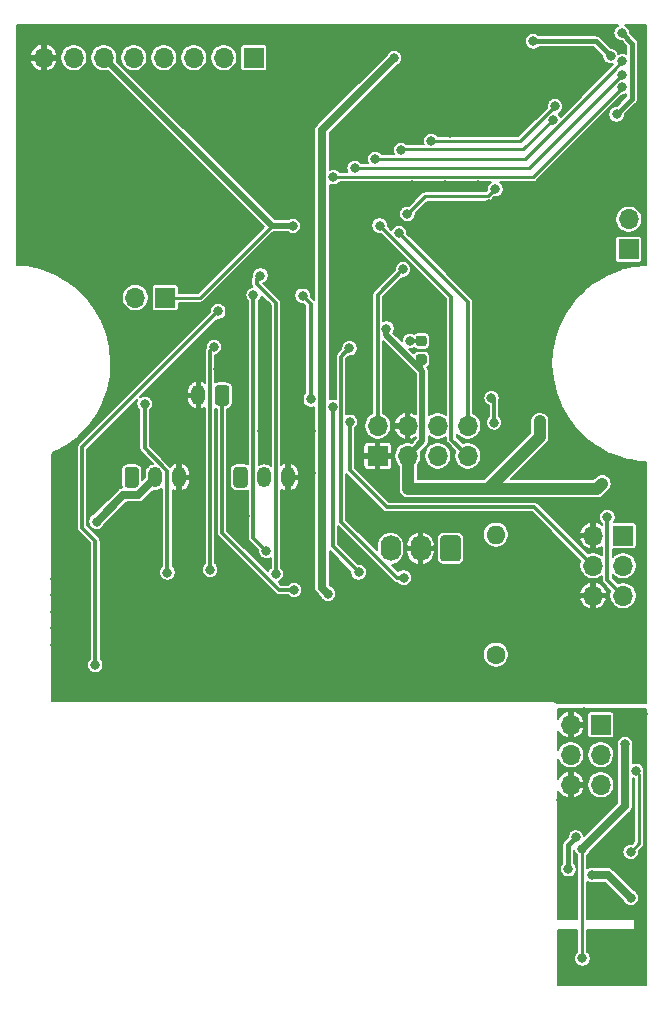
<source format=gbr>
G04 #@! TF.GenerationSoftware,KiCad,Pcbnew,5.1.6*
G04 #@! TF.CreationDate,2020-09-07T17:12:55+08:00*
G04 #@! TF.ProjectId,bt_audio_rec,62745f61-7564-4696-9f5f-7265632e6b69,rev?*
G04 #@! TF.SameCoordinates,Original*
G04 #@! TF.FileFunction,Copper,L2,Bot*
G04 #@! TF.FilePolarity,Positive*
%FSLAX46Y46*%
G04 Gerber Fmt 4.6, Leading zero omitted, Abs format (unit mm)*
G04 Created by KiCad (PCBNEW 5.1.6) date 2020-09-07 17:12:55*
%MOMM*%
%LPD*%
G01*
G04 APERTURE LIST*
G04 #@! TA.AperFunction,ComponentPad*
%ADD10O,1.200000X1.750000*%
G04 #@! TD*
G04 #@! TA.AperFunction,ComponentPad*
%ADD11R,1.700000X1.700000*%
G04 #@! TD*
G04 #@! TA.AperFunction,ComponentPad*
%ADD12O,1.700000X1.700000*%
G04 #@! TD*
G04 #@! TA.AperFunction,ComponentPad*
%ADD13O,1.740000X2.190000*%
G04 #@! TD*
G04 #@! TA.AperFunction,ComponentPad*
%ADD14C,1.600000*%
G04 #@! TD*
G04 #@! TA.AperFunction,ComponentPad*
%ADD15O,1.600000X1.600000*%
G04 #@! TD*
G04 #@! TA.AperFunction,ViaPad*
%ADD16C,0.800000*%
G04 #@! TD*
G04 #@! TA.AperFunction,ViaPad*
%ADD17C,0.600000*%
G04 #@! TD*
G04 #@! TA.AperFunction,Conductor*
%ADD18C,0.300000*%
G04 #@! TD*
G04 #@! TA.AperFunction,Conductor*
%ADD19C,0.500000*%
G04 #@! TD*
G04 #@! TA.AperFunction,Conductor*
%ADD20C,1.000000*%
G04 #@! TD*
G04 #@! TA.AperFunction,Conductor*
%ADD21C,0.250000*%
G04 #@! TD*
G04 #@! TA.AperFunction,Conductor*
%ADD22C,0.700000*%
G04 #@! TD*
G04 #@! TA.AperFunction,Conductor*
%ADD23C,0.400000*%
G04 #@! TD*
G04 #@! TA.AperFunction,Conductor*
%ADD24C,0.200000*%
G04 #@! TD*
G04 APERTURE END LIST*
G04 #@! TA.AperFunction,SMDPad,CuDef*
G36*
G01*
X238843750Y-102945000D02*
X239356250Y-102945000D01*
G75*
G02*
X239575000Y-103163750I0J-218750D01*
G01*
X239575000Y-103601250D01*
G75*
G02*
X239356250Y-103820000I-218750J0D01*
G01*
X238843750Y-103820000D01*
G75*
G02*
X238625000Y-103601250I0J218750D01*
G01*
X238625000Y-103163750D01*
G75*
G02*
X238843750Y-102945000I218750J0D01*
G01*
G37*
G04 #@! TD.AperFunction*
G04 #@! TA.AperFunction,SMDPad,CuDef*
G36*
G01*
X238843750Y-104520000D02*
X239356250Y-104520000D01*
G75*
G02*
X239575000Y-104738750I0J-218750D01*
G01*
X239575000Y-105176250D01*
G75*
G02*
X239356250Y-105395000I-218750J0D01*
G01*
X238843750Y-105395000D01*
G75*
G02*
X238625000Y-105176250I0J218750D01*
G01*
X238625000Y-104738750D01*
G75*
G02*
X238843750Y-104520000I218750J0D01*
G01*
G37*
G04 #@! TD.AperFunction*
G04 #@! TA.AperFunction,ComponentPad*
G36*
G01*
X213990000Y-115555001D02*
X213990000Y-114304999D01*
G75*
G02*
X214239999Y-114055000I249999J0D01*
G01*
X214940001Y-114055000D01*
G75*
G02*
X215190000Y-114304999I0J-249999D01*
G01*
X215190000Y-115555001D01*
G75*
G02*
X214940001Y-115805000I-249999J0D01*
G01*
X214239999Y-115805000D01*
G75*
G02*
X213990000Y-115555001I0J249999D01*
G01*
G37*
G04 #@! TD.AperFunction*
D10*
X216590000Y-114930000D03*
X218590000Y-114930000D03*
D11*
X217440000Y-99710000D03*
D12*
X214900000Y-99710000D03*
D10*
X227800000Y-114930000D03*
X225800000Y-114930000D03*
G04 #@! TA.AperFunction,ComponentPad*
G36*
G01*
X223200000Y-115555001D02*
X223200000Y-114304999D01*
G75*
G02*
X223449999Y-114055000I249999J0D01*
G01*
X224150001Y-114055000D01*
G75*
G02*
X224400000Y-114304999I0J-249999D01*
G01*
X224400000Y-115555001D01*
G75*
G02*
X224150001Y-115805000I-249999J0D01*
G01*
X223449999Y-115805000D01*
G75*
G02*
X223200000Y-115555001I0J249999D01*
G01*
G37*
G04 #@! TD.AperFunction*
D11*
X235410000Y-113120000D03*
D12*
X235410000Y-110580000D03*
X237950000Y-113120000D03*
X237950000Y-110580000D03*
X240490000Y-113120000D03*
X240490000Y-110580000D03*
X243030000Y-113120000D03*
X243030000Y-110580000D03*
G04 #@! TA.AperFunction,ComponentPad*
G36*
G01*
X222840000Y-107364999D02*
X222840000Y-108615001D01*
G75*
G02*
X222590001Y-108865000I-249999J0D01*
G01*
X221889999Y-108865000D01*
G75*
G02*
X221640000Y-108615001I0J249999D01*
G01*
X221640000Y-107364999D01*
G75*
G02*
X221889999Y-107115000I249999J0D01*
G01*
X222590001Y-107115000D01*
G75*
G02*
X222840000Y-107364999I0J-249999D01*
G01*
G37*
G04 #@! TD.AperFunction*
D10*
X220240000Y-107990000D03*
D11*
X256190000Y-119870000D03*
D12*
X253650000Y-119870000D03*
X256190000Y-122410000D03*
X253650000Y-122410000D03*
X256190000Y-124950000D03*
X253650000Y-124950000D03*
D11*
X254300000Y-135890000D03*
D12*
X251760000Y-135890000D03*
X254300000Y-138430000D03*
X251760000Y-138430000D03*
X254300000Y-140970000D03*
X251760000Y-140970000D03*
G04 #@! TA.AperFunction,ComponentPad*
G36*
G01*
X242450000Y-120104999D02*
X242450000Y-121795001D01*
G75*
G02*
X242200001Y-122045000I-249999J0D01*
G01*
X240959999Y-122045000D01*
G75*
G02*
X240710000Y-121795001I0J249999D01*
G01*
X240710000Y-120104999D01*
G75*
G02*
X240959999Y-119855000I249999J0D01*
G01*
X242200001Y-119855000D01*
G75*
G02*
X242450000Y-120104999I0J-249999D01*
G01*
G37*
G04 #@! TD.AperFunction*
D13*
X239040000Y-120950000D03*
X236500000Y-120950000D03*
D14*
X245430000Y-129940000D03*
D15*
X245430000Y-119780000D03*
D11*
X224920000Y-79410000D03*
D12*
X222380000Y-79410000D03*
X219840000Y-79410000D03*
X217300000Y-79410000D03*
X214760000Y-79410000D03*
X212220000Y-79410000D03*
X209680000Y-79410000D03*
X207140000Y-79410000D03*
D11*
X256670000Y-95630000D03*
D12*
X256670000Y-93090000D03*
D16*
X244440000Y-79750000D03*
X229800000Y-111040000D03*
X229800000Y-114525000D03*
X229170000Y-118120000D03*
X214640000Y-118120000D03*
X209600000Y-114090000D03*
X243170000Y-79750000D03*
X245710000Y-79750000D03*
X231930000Y-100190000D03*
X232690000Y-98320000D03*
X234080000Y-95380000D03*
X229450000Y-97790000D03*
X219483333Y-118120000D03*
X224180000Y-118170000D03*
X208170000Y-118120000D03*
X213000000Y-111040000D03*
X217200000Y-111040000D03*
X225600000Y-111040000D03*
X225720000Y-105720000D03*
X218160000Y-105710000D03*
X221910000Y-105730000D03*
X224310000Y-130860000D03*
X224370000Y-126270000D03*
X224850000Y-121080000D03*
X219420000Y-130860000D03*
X219370000Y-125640000D03*
X219420000Y-121460000D03*
X208170000Y-131260000D03*
X208170000Y-121300000D03*
X209770000Y-123338333D03*
X209770000Y-124776666D03*
X209770000Y-126214999D03*
X209770000Y-127653332D03*
X209770000Y-129091665D03*
X209770000Y-130530000D03*
X209770000Y-121900000D03*
X208170000Y-113080000D03*
X208170000Y-115580000D03*
X208110000Y-126305000D03*
X208110000Y-127707500D03*
X208110000Y-129110000D03*
X232190000Y-131100000D03*
X241260000Y-131090000D03*
X251640000Y-131110000D03*
X250520000Y-101360000D03*
X250520000Y-109610000D03*
X254910000Y-113640000D03*
X253890000Y-97950000D03*
X234650000Y-80130000D03*
X234810000Y-76960000D03*
X238547500Y-76960000D03*
X242285000Y-76960000D03*
X246022500Y-76960000D03*
X249760000Y-76960000D03*
X235390000Y-84360000D03*
X238670000Y-85130000D03*
X244190000Y-85670000D03*
X247770000Y-84740000D03*
X250500000Y-82100000D03*
X250520000Y-79710000D03*
X241540000Y-85800000D03*
X233140000Y-107850000D03*
X233850000Y-110930000D03*
X208110000Y-124902500D03*
X208110000Y-123500000D03*
X244800000Y-97890000D03*
X244800000Y-94860000D03*
X244800000Y-91830000D03*
X244800000Y-100920000D03*
X244800000Y-103950000D03*
X243860000Y-105010000D03*
X240500000Y-105010000D03*
X238320000Y-90190000D03*
X236650000Y-92240000D03*
X243930000Y-90190000D03*
X241125000Y-90190000D03*
X221240000Y-94070000D03*
X207220000Y-92840000D03*
X228300000Y-85850000D03*
X212060000Y-82360000D03*
X220900000Y-82510000D03*
X249070000Y-121270000D03*
X243930000Y-106840000D03*
X220420000Y-111030000D03*
X234580000Y-98410000D03*
X237560000Y-97330000D03*
X228250000Y-93650000D03*
X237990000Y-115900000D03*
X254420000Y-115470000D03*
X236150000Y-102350000D03*
X249140000Y-110190000D03*
X238140000Y-103380000D03*
X226000000Y-121180000D03*
X224899990Y-99490010D03*
X226790001Y-123120001D03*
X225480000Y-97860000D03*
X228340000Y-124470000D03*
X211621758Y-118681758D03*
X256840000Y-150530000D03*
X253549998Y-148600000D03*
X233060000Y-110230000D03*
X254860000Y-118320000D03*
X245050000Y-108210000D03*
X245260000Y-110290000D03*
X256060000Y-81890000D03*
X231660000Y-89510000D03*
X250260000Y-84660000D03*
X237390000Y-87250000D03*
X233470000Y-88749516D03*
X256108910Y-80867710D03*
X250420000Y-83530000D03*
X239960000Y-86489991D03*
X256140000Y-79710000D03*
X235210000Y-87996341D03*
X229750000Y-108340000D03*
X229060000Y-99560000D03*
X237220800Y-94270835D03*
X235590000Y-93630000D03*
X237610000Y-123430000D03*
X233026144Y-103999934D03*
X245370000Y-90530000D03*
X237930000Y-92630000D03*
X250950000Y-142260000D03*
X253060000Y-142250000D03*
D17*
X255540000Y-138840000D03*
D16*
X254620000Y-154040000D03*
X256820000Y-153920000D03*
X251280000Y-157500000D03*
X251370000Y-154620000D03*
X256650000Y-151700000D03*
X257410000Y-157500000D03*
X251610000Y-151490000D03*
X257850000Y-134930000D03*
X257490000Y-138260000D03*
X252850000Y-134840000D03*
X256360000Y-137530000D03*
X252740000Y-146400000D03*
X252740000Y-155670000D03*
X256840000Y-146660000D03*
X257300000Y-139780000D03*
X251550000Y-148110000D03*
X252194479Y-145424136D03*
X255650000Y-84190000D03*
X256080000Y-77310000D03*
X236810000Y-79430000D03*
X255130000Y-79270000D03*
X248560000Y-78020000D03*
X231200000Y-124780000D03*
X233800000Y-122970000D03*
X231609990Y-108966527D03*
X221910000Y-100874315D03*
X211500000Y-130830000D03*
X217610000Y-122990000D03*
X215680000Y-108710000D03*
X221230000Y-122750000D03*
X221555372Y-103885372D03*
D18*
X235410000Y-99480000D02*
X235410000Y-110580000D01*
X237560000Y-97330000D02*
X235410000Y-99480000D01*
D19*
X226460000Y-93650000D02*
X228250000Y-93650000D01*
X212220000Y-79410000D02*
X226460000Y-93650000D01*
D20*
X237990000Y-113160000D02*
X237950000Y-113120000D01*
X237990000Y-115900000D02*
X237990000Y-113160000D01*
X253990000Y-115900000D02*
X254420000Y-115470000D01*
D19*
X237950000Y-113120000D02*
X239200001Y-111869999D01*
X236150000Y-102915685D02*
X236150000Y-102350000D01*
X239200001Y-111869999D02*
X239200001Y-105965686D01*
X239200001Y-105965686D02*
X236150000Y-102915685D01*
D18*
X239100000Y-105865685D02*
X239200001Y-105965686D01*
X239100000Y-104957500D02*
X239100000Y-105865685D01*
D20*
X249140000Y-111490000D02*
X244730000Y-115900000D01*
X249140000Y-110190000D02*
X249140000Y-111490000D01*
X244730000Y-115900000D02*
X253990000Y-115900000D01*
X237990000Y-115900000D02*
X244730000Y-115900000D01*
D21*
X220400000Y-99710000D02*
X226460000Y-93650000D01*
X217440000Y-99710000D02*
X220400000Y-99710000D01*
D18*
X238142500Y-103382500D02*
X238140000Y-103380000D01*
X239100000Y-103382500D02*
X238142500Y-103382500D01*
X224899990Y-100120010D02*
X224900000Y-100120000D01*
X224899990Y-120079990D02*
X224899990Y-100120010D01*
X226000000Y-121180000D02*
X224899990Y-120079990D01*
X224899990Y-100120010D02*
X224899990Y-100030590D01*
X224899990Y-100120010D02*
X224899990Y-99490010D01*
X226790001Y-123120001D02*
X226790001Y-123120001D01*
X225480000Y-97860000D02*
X225160000Y-98180000D01*
X225160000Y-98560000D02*
X226790001Y-100190001D01*
X225160000Y-98180000D02*
X225160000Y-98560000D01*
X226790001Y-123120001D02*
X226790001Y-100190001D01*
X222240000Y-119630000D02*
X227070000Y-124460000D01*
X222240000Y-107990000D02*
X222240000Y-119630000D01*
X228330000Y-124460000D02*
X228340000Y-124470000D01*
X227070000Y-124460000D02*
X228330000Y-124460000D01*
D22*
X211621758Y-118681758D02*
X213893516Y-116410000D01*
X215145678Y-116410000D02*
X216590000Y-114965678D01*
X216590000Y-114965678D02*
X216590000Y-114930000D01*
X213893516Y-116410000D02*
X215145678Y-116410000D01*
X254910000Y-148600000D02*
X256840000Y-150530000D01*
X253549998Y-148600000D02*
X254910000Y-148600000D01*
D18*
X236190000Y-117450000D02*
X233050010Y-114310010D01*
X248690000Y-117450000D02*
X236190000Y-117450000D01*
X253650000Y-122410000D02*
X248690000Y-117450000D01*
X233050010Y-110239990D02*
X233060000Y-110230000D01*
X233050010Y-114310010D02*
X233050010Y-110239990D01*
X254860000Y-123620000D02*
X256190000Y-124950000D01*
X254860000Y-118320000D02*
X254860000Y-123620000D01*
X245260000Y-108420000D02*
X245050000Y-108210000D01*
X245260000Y-110290000D02*
X245260000Y-108420000D01*
D21*
X248567306Y-89502694D02*
X256110000Y-81960000D01*
X231777306Y-89502694D02*
X248567306Y-89502694D01*
X231660000Y-89620000D02*
X231777306Y-89502694D01*
X250260000Y-84660000D02*
X247754999Y-87165001D01*
X237396834Y-87243166D02*
X237390000Y-87250000D01*
X237474999Y-87165001D02*
X237390000Y-87250000D01*
X247754999Y-87165001D02*
X237474999Y-87165001D01*
X233470000Y-88749516D02*
X233470000Y-88749516D01*
X233470000Y-88749516D02*
X248227104Y-88749516D01*
X248227104Y-88749516D02*
X256108910Y-80867710D01*
X250420000Y-83530000D02*
X247460009Y-86489991D01*
X247460009Y-86489991D02*
X239960000Y-86489991D01*
X255498515Y-80391485D02*
X247893659Y-87996341D01*
X256140000Y-79710000D02*
X255498515Y-80351485D01*
X247893659Y-87996341D02*
X235210000Y-87996341D01*
X255498515Y-80351485D02*
X255498515Y-80391485D01*
D18*
X229750000Y-108340000D02*
X229750000Y-100560000D01*
X229750000Y-100250000D02*
X229060000Y-99560000D01*
X229750000Y-100560000D02*
X229750000Y-100250000D01*
X243030000Y-100080035D02*
X237220800Y-94270835D01*
X243030000Y-110580000D02*
X243030000Y-100080035D01*
X241640001Y-111730001D02*
X243030000Y-113120000D01*
X241640001Y-99680001D02*
X241640001Y-111730001D01*
X235590000Y-93630000D02*
X241640001Y-99680001D01*
X232310000Y-104716078D02*
X233026144Y-103999934D01*
X237610000Y-123430000D02*
X237044315Y-123430000D01*
X232310000Y-118695685D02*
X232310000Y-104716078D01*
X237044315Y-123430000D02*
X232310000Y-118695685D01*
D21*
X244745001Y-91154999D02*
X245370000Y-90530000D01*
X239405001Y-91154999D02*
X244745001Y-91154999D01*
X237930000Y-92630000D02*
X239405001Y-91154999D01*
D22*
X252740000Y-146400000D02*
X256360000Y-142780000D01*
X256360000Y-137530000D02*
X256360000Y-142780000D01*
D21*
X252740000Y-146400000D02*
X252740000Y-155670000D01*
X257575001Y-145924999D02*
X257575001Y-140039999D01*
X256840000Y-146660000D02*
X257575001Y-145924999D01*
X257559999Y-140039999D02*
X257575001Y-140039999D01*
X257300000Y-139780000D02*
X257559999Y-140039999D01*
D23*
X251550000Y-148110000D02*
X251550000Y-146068615D01*
X251550000Y-146068615D02*
X252194479Y-145424136D01*
X255650000Y-84190000D02*
X256980000Y-82860000D01*
X256980000Y-78210000D02*
X256080000Y-77310000D01*
X256980000Y-82860000D02*
X256980000Y-78210000D01*
X253880000Y-78020000D02*
X255130000Y-79270000D01*
X248560000Y-78020000D02*
X253880000Y-78020000D01*
D22*
X230700000Y-123680000D02*
X230700000Y-85540000D01*
X230700000Y-85540000D02*
X236810000Y-79430000D01*
X230700000Y-124280000D02*
X231200000Y-124780000D01*
X230700000Y-123680000D02*
X230700000Y-124280000D01*
D18*
X231609990Y-120779990D02*
X231609990Y-108966527D01*
X233800000Y-122970000D02*
X231609990Y-120779990D01*
X210380000Y-112404315D02*
X221910000Y-100874315D01*
X211500000Y-120300000D02*
X210380000Y-119180000D01*
X211500000Y-130830000D02*
X211500000Y-120300000D01*
X210380000Y-119180000D02*
X210380000Y-112404315D01*
X215680000Y-112472194D02*
X215680000Y-108710000D01*
X217610000Y-114402194D02*
X215680000Y-112472194D01*
X217610000Y-122990000D02*
X217610000Y-114402194D01*
X221230000Y-122750000D02*
X221230000Y-106086002D01*
X221209999Y-104230745D02*
X221555372Y-103885372D01*
X221230000Y-106086002D02*
X221209999Y-106066001D01*
X221209999Y-106066001D02*
X221209999Y-104230745D01*
D24*
G36*
X258125001Y-157895000D02*
G01*
X250675000Y-157895000D01*
X250675000Y-153240086D01*
X252315001Y-153241300D01*
X252315001Y-155112092D01*
X252293776Y-155126274D01*
X252196274Y-155223776D01*
X252119668Y-155338426D01*
X252066901Y-155465818D01*
X252040000Y-155601056D01*
X252040000Y-155738944D01*
X252066901Y-155874182D01*
X252119668Y-156001574D01*
X252196274Y-156116224D01*
X252293776Y-156213726D01*
X252408426Y-156290332D01*
X252535818Y-156343099D01*
X252671056Y-156370000D01*
X252808944Y-156370000D01*
X252944182Y-156343099D01*
X253071574Y-156290332D01*
X253186224Y-156213726D01*
X253283726Y-156116224D01*
X253360332Y-156001574D01*
X253413099Y-155874182D01*
X253440000Y-155738944D01*
X253440000Y-155601056D01*
X253413099Y-155465818D01*
X253360332Y-155338426D01*
X253283726Y-155223776D01*
X253186224Y-155126274D01*
X253165000Y-155112093D01*
X253165000Y-153241930D01*
X257080048Y-153244830D01*
X257099631Y-153242909D01*
X257118390Y-153237218D01*
X257135679Y-153227977D01*
X257150833Y-153215541D01*
X257163269Y-153200387D01*
X257172510Y-153183098D01*
X257178201Y-153164339D01*
X257180122Y-153144830D01*
X257180122Y-152434830D01*
X257178215Y-152415394D01*
X257172538Y-152396630D01*
X257163310Y-152379335D01*
X257150885Y-152364172D01*
X257135741Y-152351724D01*
X257118459Y-152342470D01*
X257099704Y-152336766D01*
X257080196Y-152334830D01*
X253165000Y-152331930D01*
X253165000Y-149184636D01*
X253218424Y-149220332D01*
X253345816Y-149273099D01*
X253481054Y-149300000D01*
X253618942Y-149300000D01*
X253754180Y-149273099D01*
X253809946Y-149250000D01*
X254640762Y-149250000D01*
X256196569Y-150805808D01*
X256219668Y-150861574D01*
X256296274Y-150976224D01*
X256393776Y-151073726D01*
X256508426Y-151150332D01*
X256635818Y-151203099D01*
X256771056Y-151230000D01*
X256908944Y-151230000D01*
X257044182Y-151203099D01*
X257171574Y-151150332D01*
X257286224Y-151073726D01*
X257383726Y-150976224D01*
X257460332Y-150861574D01*
X257513099Y-150734182D01*
X257540000Y-150598944D01*
X257540000Y-150461056D01*
X257513099Y-150325818D01*
X257460332Y-150198426D01*
X257383726Y-150083776D01*
X257286224Y-149986274D01*
X257171574Y-149909668D01*
X257115808Y-149886569D01*
X255392200Y-148162962D01*
X255371843Y-148138157D01*
X255272868Y-148056930D01*
X255159948Y-147996573D01*
X255037422Y-147959405D01*
X254941932Y-147950000D01*
X254941921Y-147950000D01*
X254910000Y-147946856D01*
X254878079Y-147950000D01*
X253809946Y-147950000D01*
X253754180Y-147926901D01*
X253618942Y-147900000D01*
X253481054Y-147900000D01*
X253345816Y-147926901D01*
X253218424Y-147979668D01*
X253165000Y-148015364D01*
X253165000Y-146957907D01*
X253186224Y-146943726D01*
X253283726Y-146846224D01*
X253360332Y-146731574D01*
X253383431Y-146675807D01*
X256797043Y-143262196D01*
X256821843Y-143241843D01*
X256903070Y-143142868D01*
X256963427Y-143029948D01*
X257000595Y-142907422D01*
X257010000Y-142811932D01*
X257010000Y-142811922D01*
X257013144Y-142780001D01*
X257010000Y-142748080D01*
X257010000Y-140417552D01*
X257095818Y-140453099D01*
X257150002Y-140463877D01*
X257150001Y-145748958D01*
X256933980Y-145964980D01*
X256908944Y-145960000D01*
X256771056Y-145960000D01*
X256635818Y-145986901D01*
X256508426Y-146039668D01*
X256393776Y-146116274D01*
X256296274Y-146213776D01*
X256219668Y-146328426D01*
X256166901Y-146455818D01*
X256140000Y-146591056D01*
X256140000Y-146728944D01*
X256166901Y-146864182D01*
X256219668Y-146991574D01*
X256296274Y-147106224D01*
X256393776Y-147203726D01*
X256508426Y-147280332D01*
X256635818Y-147333099D01*
X256771056Y-147360000D01*
X256908944Y-147360000D01*
X257044182Y-147333099D01*
X257171574Y-147280332D01*
X257286224Y-147203726D01*
X257383726Y-147106224D01*
X257460332Y-146991574D01*
X257513099Y-146864182D01*
X257540000Y-146728944D01*
X257540000Y-146591056D01*
X257535020Y-146566020D01*
X257860764Y-146240277D01*
X257876975Y-146226973D01*
X257930085Y-146162259D01*
X257969549Y-146088426D01*
X257993851Y-146008313D01*
X258000001Y-145945873D01*
X258000001Y-145945867D01*
X258002056Y-145925000D01*
X258000001Y-145904133D01*
X258000001Y-140060873D01*
X258002057Y-140039999D01*
X257993851Y-139956685D01*
X257984621Y-139926258D01*
X258000000Y-139848944D01*
X258000000Y-139711056D01*
X257973099Y-139575818D01*
X257920332Y-139448426D01*
X257843726Y-139333776D01*
X257746224Y-139236274D01*
X257631574Y-139159668D01*
X257504182Y-139106901D01*
X257368944Y-139080000D01*
X257231056Y-139080000D01*
X257095818Y-139106901D01*
X257010000Y-139142448D01*
X257010000Y-137789948D01*
X257033099Y-137734182D01*
X257060000Y-137598944D01*
X257060000Y-137461056D01*
X257033099Y-137325818D01*
X256980332Y-137198426D01*
X256903726Y-137083776D01*
X256806224Y-136986274D01*
X256691574Y-136909668D01*
X256564182Y-136856901D01*
X256428944Y-136830000D01*
X256291056Y-136830000D01*
X256155818Y-136856901D01*
X256028426Y-136909668D01*
X255913776Y-136986274D01*
X255816274Y-137083776D01*
X255739668Y-137198426D01*
X255686901Y-137325818D01*
X255660000Y-137461056D01*
X255660000Y-137598944D01*
X255686901Y-137734182D01*
X255710000Y-137789949D01*
X255710001Y-142510760D01*
X252889683Y-145331079D01*
X252867578Y-145219954D01*
X252814811Y-145092562D01*
X252738205Y-144977912D01*
X252640703Y-144880410D01*
X252526053Y-144803804D01*
X252398661Y-144751037D01*
X252263423Y-144724136D01*
X252125535Y-144724136D01*
X251990297Y-144751037D01*
X251862905Y-144803804D01*
X251748255Y-144880410D01*
X251650753Y-144977912D01*
X251574147Y-145092562D01*
X251521380Y-145219954D01*
X251494479Y-145355192D01*
X251494479Y-145417031D01*
X251213819Y-145697691D01*
X251194737Y-145713351D01*
X251132255Y-145789486D01*
X251096556Y-145856274D01*
X251085826Y-145876348D01*
X251057235Y-145970598D01*
X251047581Y-146068615D01*
X251050001Y-146093185D01*
X251050000Y-147620050D01*
X251006274Y-147663776D01*
X250929668Y-147778426D01*
X250876901Y-147905818D01*
X250850000Y-148041056D01*
X250850000Y-148178944D01*
X250876901Y-148314182D01*
X250929668Y-148441574D01*
X251006274Y-148556224D01*
X251103776Y-148653726D01*
X251218426Y-148730332D01*
X251345818Y-148783099D01*
X251481056Y-148810000D01*
X251618944Y-148810000D01*
X251754182Y-148783099D01*
X251881574Y-148730332D01*
X251996224Y-148653726D01*
X252093726Y-148556224D01*
X252170332Y-148441574D01*
X252223099Y-148314182D01*
X252250000Y-148178944D01*
X252250000Y-148041056D01*
X252223099Y-147905818D01*
X252170332Y-147778426D01*
X252093726Y-147663776D01*
X252050000Y-147620050D01*
X252050000Y-146519216D01*
X252066901Y-146604182D01*
X252119668Y-146731574D01*
X252196274Y-146846224D01*
X252293776Y-146943726D01*
X252315000Y-146957907D01*
X252315001Y-152331300D01*
X250675000Y-152330085D01*
X250675000Y-141469996D01*
X250708621Y-141548462D01*
X250841675Y-141742461D01*
X251010020Y-141906775D01*
X251207186Y-142035089D01*
X251425597Y-142122472D01*
X251610000Y-142073095D01*
X251610000Y-141120000D01*
X251910000Y-141120000D01*
X251910000Y-142073095D01*
X252094403Y-142122472D01*
X252312814Y-142035089D01*
X252509980Y-141906775D01*
X252678325Y-141742461D01*
X252811379Y-141548462D01*
X252904029Y-141332233D01*
X252912465Y-141304402D01*
X252862341Y-141120000D01*
X251910000Y-141120000D01*
X251610000Y-141120000D01*
X251590000Y-141120000D01*
X251590000Y-140856735D01*
X253150000Y-140856735D01*
X253150000Y-141083265D01*
X253194194Y-141305443D01*
X253280884Y-141514729D01*
X253406737Y-141703082D01*
X253566918Y-141863263D01*
X253755271Y-141989116D01*
X253964557Y-142075806D01*
X254186735Y-142120000D01*
X254413265Y-142120000D01*
X254635443Y-142075806D01*
X254844729Y-141989116D01*
X255033082Y-141863263D01*
X255193263Y-141703082D01*
X255319116Y-141514729D01*
X255405806Y-141305443D01*
X255450000Y-141083265D01*
X255450000Y-140856735D01*
X255405806Y-140634557D01*
X255319116Y-140425271D01*
X255193263Y-140236918D01*
X255033082Y-140076737D01*
X254844729Y-139950884D01*
X254635443Y-139864194D01*
X254413265Y-139820000D01*
X254186735Y-139820000D01*
X253964557Y-139864194D01*
X253755271Y-139950884D01*
X253566918Y-140076737D01*
X253406737Y-140236918D01*
X253280884Y-140425271D01*
X253194194Y-140634557D01*
X253150000Y-140856735D01*
X251590000Y-140856735D01*
X251590000Y-140820000D01*
X251610000Y-140820000D01*
X251610000Y-139866905D01*
X251910000Y-139866905D01*
X251910000Y-140820000D01*
X252862341Y-140820000D01*
X252912465Y-140635598D01*
X252904029Y-140607767D01*
X252811379Y-140391538D01*
X252678325Y-140197539D01*
X252509980Y-140033225D01*
X252312814Y-139904911D01*
X252094403Y-139817528D01*
X251910000Y-139866905D01*
X251610000Y-139866905D01*
X251425597Y-139817528D01*
X251207186Y-139904911D01*
X251010020Y-140033225D01*
X250841675Y-140197539D01*
X250708621Y-140391538D01*
X250675000Y-140470004D01*
X250675000Y-138815673D01*
X250740884Y-138974729D01*
X250866737Y-139163082D01*
X251026918Y-139323263D01*
X251215271Y-139449116D01*
X251424557Y-139535806D01*
X251646735Y-139580000D01*
X251873265Y-139580000D01*
X252095443Y-139535806D01*
X252304729Y-139449116D01*
X252493082Y-139323263D01*
X252653263Y-139163082D01*
X252779116Y-138974729D01*
X252865806Y-138765443D01*
X252910000Y-138543265D01*
X252910000Y-138316735D01*
X253150000Y-138316735D01*
X253150000Y-138543265D01*
X253194194Y-138765443D01*
X253280884Y-138974729D01*
X253406737Y-139163082D01*
X253566918Y-139323263D01*
X253755271Y-139449116D01*
X253964557Y-139535806D01*
X254186735Y-139580000D01*
X254413265Y-139580000D01*
X254635443Y-139535806D01*
X254844729Y-139449116D01*
X255033082Y-139323263D01*
X255193263Y-139163082D01*
X255319116Y-138974729D01*
X255405806Y-138765443D01*
X255450000Y-138543265D01*
X255450000Y-138316735D01*
X255405806Y-138094557D01*
X255319116Y-137885271D01*
X255193263Y-137696918D01*
X255033082Y-137536737D01*
X254844729Y-137410884D01*
X254635443Y-137324194D01*
X254413265Y-137280000D01*
X254186735Y-137280000D01*
X253964557Y-137324194D01*
X253755271Y-137410884D01*
X253566918Y-137536737D01*
X253406737Y-137696918D01*
X253280884Y-137885271D01*
X253194194Y-138094557D01*
X253150000Y-138316735D01*
X252910000Y-138316735D01*
X252865806Y-138094557D01*
X252779116Y-137885271D01*
X252653263Y-137696918D01*
X252493082Y-137536737D01*
X252304729Y-137410884D01*
X252095443Y-137324194D01*
X251873265Y-137280000D01*
X251646735Y-137280000D01*
X251424557Y-137324194D01*
X251215271Y-137410884D01*
X251026918Y-137536737D01*
X250866737Y-137696918D01*
X250740884Y-137885271D01*
X250675000Y-138044327D01*
X250675000Y-136389996D01*
X250708621Y-136468462D01*
X250841675Y-136662461D01*
X251010020Y-136826775D01*
X251207186Y-136955089D01*
X251425597Y-137042472D01*
X251610000Y-136993095D01*
X251610000Y-136040000D01*
X251910000Y-136040000D01*
X251910000Y-136993095D01*
X252094403Y-137042472D01*
X252312814Y-136955089D01*
X252509980Y-136826775D01*
X252678325Y-136662461D01*
X252811379Y-136468462D01*
X252904029Y-136252233D01*
X252912465Y-136224402D01*
X252862341Y-136040000D01*
X251910000Y-136040000D01*
X251610000Y-136040000D01*
X251590000Y-136040000D01*
X251590000Y-135740000D01*
X251610000Y-135740000D01*
X251610000Y-134786905D01*
X251910000Y-134786905D01*
X251910000Y-135740000D01*
X252862341Y-135740000D01*
X252912465Y-135555598D01*
X252904029Y-135527767D01*
X252811379Y-135311538D01*
X252678325Y-135117539D01*
X252598884Y-135040000D01*
X253148549Y-135040000D01*
X253148549Y-136740000D01*
X253154341Y-136798810D01*
X253171496Y-136855360D01*
X253199353Y-136907477D01*
X253236842Y-136953158D01*
X253282523Y-136990647D01*
X253334640Y-137018504D01*
X253391190Y-137035659D01*
X253450000Y-137041451D01*
X255150000Y-137041451D01*
X255208810Y-137035659D01*
X255265360Y-137018504D01*
X255317477Y-136990647D01*
X255363158Y-136953158D01*
X255400647Y-136907477D01*
X255428504Y-136855360D01*
X255445659Y-136798810D01*
X255451451Y-136740000D01*
X255451451Y-135040000D01*
X255445659Y-134981190D01*
X255428504Y-134924640D01*
X255400647Y-134872523D01*
X255363158Y-134826842D01*
X255317477Y-134789353D01*
X255265360Y-134761496D01*
X255208810Y-134744341D01*
X255150000Y-134738549D01*
X253450000Y-134738549D01*
X253391190Y-134744341D01*
X253334640Y-134761496D01*
X253282523Y-134789353D01*
X253236842Y-134826842D01*
X253199353Y-134872523D01*
X253171496Y-134924640D01*
X253154341Y-134981190D01*
X253148549Y-135040000D01*
X252598884Y-135040000D01*
X252509980Y-134953225D01*
X252312814Y-134824911D01*
X252094403Y-134737528D01*
X251910000Y-134786905D01*
X251610000Y-134786905D01*
X251425597Y-134737528D01*
X251207186Y-134824911D01*
X251010020Y-134953225D01*
X250841675Y-135117539D01*
X250708621Y-135311538D01*
X250675000Y-135390004D01*
X250675000Y-134520000D01*
X258125000Y-134520000D01*
X258125001Y-157895000D01*
G37*
X258125001Y-157895000D02*
X250675000Y-157895000D01*
X250675000Y-153240086D01*
X252315001Y-153241300D01*
X252315001Y-155112092D01*
X252293776Y-155126274D01*
X252196274Y-155223776D01*
X252119668Y-155338426D01*
X252066901Y-155465818D01*
X252040000Y-155601056D01*
X252040000Y-155738944D01*
X252066901Y-155874182D01*
X252119668Y-156001574D01*
X252196274Y-156116224D01*
X252293776Y-156213726D01*
X252408426Y-156290332D01*
X252535818Y-156343099D01*
X252671056Y-156370000D01*
X252808944Y-156370000D01*
X252944182Y-156343099D01*
X253071574Y-156290332D01*
X253186224Y-156213726D01*
X253283726Y-156116224D01*
X253360332Y-156001574D01*
X253413099Y-155874182D01*
X253440000Y-155738944D01*
X253440000Y-155601056D01*
X253413099Y-155465818D01*
X253360332Y-155338426D01*
X253283726Y-155223776D01*
X253186224Y-155126274D01*
X253165000Y-155112093D01*
X253165000Y-153241930D01*
X257080048Y-153244830D01*
X257099631Y-153242909D01*
X257118390Y-153237218D01*
X257135679Y-153227977D01*
X257150833Y-153215541D01*
X257163269Y-153200387D01*
X257172510Y-153183098D01*
X257178201Y-153164339D01*
X257180122Y-153144830D01*
X257180122Y-152434830D01*
X257178215Y-152415394D01*
X257172538Y-152396630D01*
X257163310Y-152379335D01*
X257150885Y-152364172D01*
X257135741Y-152351724D01*
X257118459Y-152342470D01*
X257099704Y-152336766D01*
X257080196Y-152334830D01*
X253165000Y-152331930D01*
X253165000Y-149184636D01*
X253218424Y-149220332D01*
X253345816Y-149273099D01*
X253481054Y-149300000D01*
X253618942Y-149300000D01*
X253754180Y-149273099D01*
X253809946Y-149250000D01*
X254640762Y-149250000D01*
X256196569Y-150805808D01*
X256219668Y-150861574D01*
X256296274Y-150976224D01*
X256393776Y-151073726D01*
X256508426Y-151150332D01*
X256635818Y-151203099D01*
X256771056Y-151230000D01*
X256908944Y-151230000D01*
X257044182Y-151203099D01*
X257171574Y-151150332D01*
X257286224Y-151073726D01*
X257383726Y-150976224D01*
X257460332Y-150861574D01*
X257513099Y-150734182D01*
X257540000Y-150598944D01*
X257540000Y-150461056D01*
X257513099Y-150325818D01*
X257460332Y-150198426D01*
X257383726Y-150083776D01*
X257286224Y-149986274D01*
X257171574Y-149909668D01*
X257115808Y-149886569D01*
X255392200Y-148162962D01*
X255371843Y-148138157D01*
X255272868Y-148056930D01*
X255159948Y-147996573D01*
X255037422Y-147959405D01*
X254941932Y-147950000D01*
X254941921Y-147950000D01*
X254910000Y-147946856D01*
X254878079Y-147950000D01*
X253809946Y-147950000D01*
X253754180Y-147926901D01*
X253618942Y-147900000D01*
X253481054Y-147900000D01*
X253345816Y-147926901D01*
X253218424Y-147979668D01*
X253165000Y-148015364D01*
X253165000Y-146957907D01*
X253186224Y-146943726D01*
X253283726Y-146846224D01*
X253360332Y-146731574D01*
X253383431Y-146675807D01*
X256797043Y-143262196D01*
X256821843Y-143241843D01*
X256903070Y-143142868D01*
X256963427Y-143029948D01*
X257000595Y-142907422D01*
X257010000Y-142811932D01*
X257010000Y-142811922D01*
X257013144Y-142780001D01*
X257010000Y-142748080D01*
X257010000Y-140417552D01*
X257095818Y-140453099D01*
X257150002Y-140463877D01*
X257150001Y-145748958D01*
X256933980Y-145964980D01*
X256908944Y-145960000D01*
X256771056Y-145960000D01*
X256635818Y-145986901D01*
X256508426Y-146039668D01*
X256393776Y-146116274D01*
X256296274Y-146213776D01*
X256219668Y-146328426D01*
X256166901Y-146455818D01*
X256140000Y-146591056D01*
X256140000Y-146728944D01*
X256166901Y-146864182D01*
X256219668Y-146991574D01*
X256296274Y-147106224D01*
X256393776Y-147203726D01*
X256508426Y-147280332D01*
X256635818Y-147333099D01*
X256771056Y-147360000D01*
X256908944Y-147360000D01*
X257044182Y-147333099D01*
X257171574Y-147280332D01*
X257286224Y-147203726D01*
X257383726Y-147106224D01*
X257460332Y-146991574D01*
X257513099Y-146864182D01*
X257540000Y-146728944D01*
X257540000Y-146591056D01*
X257535020Y-146566020D01*
X257860764Y-146240277D01*
X257876975Y-146226973D01*
X257930085Y-146162259D01*
X257969549Y-146088426D01*
X257993851Y-146008313D01*
X258000001Y-145945873D01*
X258000001Y-145945867D01*
X258002056Y-145925000D01*
X258000001Y-145904133D01*
X258000001Y-140060873D01*
X258002057Y-140039999D01*
X257993851Y-139956685D01*
X257984621Y-139926258D01*
X258000000Y-139848944D01*
X258000000Y-139711056D01*
X257973099Y-139575818D01*
X257920332Y-139448426D01*
X257843726Y-139333776D01*
X257746224Y-139236274D01*
X257631574Y-139159668D01*
X257504182Y-139106901D01*
X257368944Y-139080000D01*
X257231056Y-139080000D01*
X257095818Y-139106901D01*
X257010000Y-139142448D01*
X257010000Y-137789948D01*
X257033099Y-137734182D01*
X257060000Y-137598944D01*
X257060000Y-137461056D01*
X257033099Y-137325818D01*
X256980332Y-137198426D01*
X256903726Y-137083776D01*
X256806224Y-136986274D01*
X256691574Y-136909668D01*
X256564182Y-136856901D01*
X256428944Y-136830000D01*
X256291056Y-136830000D01*
X256155818Y-136856901D01*
X256028426Y-136909668D01*
X255913776Y-136986274D01*
X255816274Y-137083776D01*
X255739668Y-137198426D01*
X255686901Y-137325818D01*
X255660000Y-137461056D01*
X255660000Y-137598944D01*
X255686901Y-137734182D01*
X255710000Y-137789949D01*
X255710001Y-142510760D01*
X252889683Y-145331079D01*
X252867578Y-145219954D01*
X252814811Y-145092562D01*
X252738205Y-144977912D01*
X252640703Y-144880410D01*
X252526053Y-144803804D01*
X252398661Y-144751037D01*
X252263423Y-144724136D01*
X252125535Y-144724136D01*
X251990297Y-144751037D01*
X251862905Y-144803804D01*
X251748255Y-144880410D01*
X251650753Y-144977912D01*
X251574147Y-145092562D01*
X251521380Y-145219954D01*
X251494479Y-145355192D01*
X251494479Y-145417031D01*
X251213819Y-145697691D01*
X251194737Y-145713351D01*
X251132255Y-145789486D01*
X251096556Y-145856274D01*
X251085826Y-145876348D01*
X251057235Y-145970598D01*
X251047581Y-146068615D01*
X251050001Y-146093185D01*
X251050000Y-147620050D01*
X251006274Y-147663776D01*
X250929668Y-147778426D01*
X250876901Y-147905818D01*
X250850000Y-148041056D01*
X250850000Y-148178944D01*
X250876901Y-148314182D01*
X250929668Y-148441574D01*
X251006274Y-148556224D01*
X251103776Y-148653726D01*
X251218426Y-148730332D01*
X251345818Y-148783099D01*
X251481056Y-148810000D01*
X251618944Y-148810000D01*
X251754182Y-148783099D01*
X251881574Y-148730332D01*
X251996224Y-148653726D01*
X252093726Y-148556224D01*
X252170332Y-148441574D01*
X252223099Y-148314182D01*
X252250000Y-148178944D01*
X252250000Y-148041056D01*
X252223099Y-147905818D01*
X252170332Y-147778426D01*
X252093726Y-147663776D01*
X252050000Y-147620050D01*
X252050000Y-146519216D01*
X252066901Y-146604182D01*
X252119668Y-146731574D01*
X252196274Y-146846224D01*
X252293776Y-146943726D01*
X252315000Y-146957907D01*
X252315001Y-152331300D01*
X250675000Y-152330085D01*
X250675000Y-141469996D01*
X250708621Y-141548462D01*
X250841675Y-141742461D01*
X251010020Y-141906775D01*
X251207186Y-142035089D01*
X251425597Y-142122472D01*
X251610000Y-142073095D01*
X251610000Y-141120000D01*
X251910000Y-141120000D01*
X251910000Y-142073095D01*
X252094403Y-142122472D01*
X252312814Y-142035089D01*
X252509980Y-141906775D01*
X252678325Y-141742461D01*
X252811379Y-141548462D01*
X252904029Y-141332233D01*
X252912465Y-141304402D01*
X252862341Y-141120000D01*
X251910000Y-141120000D01*
X251610000Y-141120000D01*
X251590000Y-141120000D01*
X251590000Y-140856735D01*
X253150000Y-140856735D01*
X253150000Y-141083265D01*
X253194194Y-141305443D01*
X253280884Y-141514729D01*
X253406737Y-141703082D01*
X253566918Y-141863263D01*
X253755271Y-141989116D01*
X253964557Y-142075806D01*
X254186735Y-142120000D01*
X254413265Y-142120000D01*
X254635443Y-142075806D01*
X254844729Y-141989116D01*
X255033082Y-141863263D01*
X255193263Y-141703082D01*
X255319116Y-141514729D01*
X255405806Y-141305443D01*
X255450000Y-141083265D01*
X255450000Y-140856735D01*
X255405806Y-140634557D01*
X255319116Y-140425271D01*
X255193263Y-140236918D01*
X255033082Y-140076737D01*
X254844729Y-139950884D01*
X254635443Y-139864194D01*
X254413265Y-139820000D01*
X254186735Y-139820000D01*
X253964557Y-139864194D01*
X253755271Y-139950884D01*
X253566918Y-140076737D01*
X253406737Y-140236918D01*
X253280884Y-140425271D01*
X253194194Y-140634557D01*
X253150000Y-140856735D01*
X251590000Y-140856735D01*
X251590000Y-140820000D01*
X251610000Y-140820000D01*
X251610000Y-139866905D01*
X251910000Y-139866905D01*
X251910000Y-140820000D01*
X252862341Y-140820000D01*
X252912465Y-140635598D01*
X252904029Y-140607767D01*
X252811379Y-140391538D01*
X252678325Y-140197539D01*
X252509980Y-140033225D01*
X252312814Y-139904911D01*
X252094403Y-139817528D01*
X251910000Y-139866905D01*
X251610000Y-139866905D01*
X251425597Y-139817528D01*
X251207186Y-139904911D01*
X251010020Y-140033225D01*
X250841675Y-140197539D01*
X250708621Y-140391538D01*
X250675000Y-140470004D01*
X250675000Y-138815673D01*
X250740884Y-138974729D01*
X250866737Y-139163082D01*
X251026918Y-139323263D01*
X251215271Y-139449116D01*
X251424557Y-139535806D01*
X251646735Y-139580000D01*
X251873265Y-139580000D01*
X252095443Y-139535806D01*
X252304729Y-139449116D01*
X252493082Y-139323263D01*
X252653263Y-139163082D01*
X252779116Y-138974729D01*
X252865806Y-138765443D01*
X252910000Y-138543265D01*
X252910000Y-138316735D01*
X253150000Y-138316735D01*
X253150000Y-138543265D01*
X253194194Y-138765443D01*
X253280884Y-138974729D01*
X253406737Y-139163082D01*
X253566918Y-139323263D01*
X253755271Y-139449116D01*
X253964557Y-139535806D01*
X254186735Y-139580000D01*
X254413265Y-139580000D01*
X254635443Y-139535806D01*
X254844729Y-139449116D01*
X255033082Y-139323263D01*
X255193263Y-139163082D01*
X255319116Y-138974729D01*
X255405806Y-138765443D01*
X255450000Y-138543265D01*
X255450000Y-138316735D01*
X255405806Y-138094557D01*
X255319116Y-137885271D01*
X255193263Y-137696918D01*
X255033082Y-137536737D01*
X254844729Y-137410884D01*
X254635443Y-137324194D01*
X254413265Y-137280000D01*
X254186735Y-137280000D01*
X253964557Y-137324194D01*
X253755271Y-137410884D01*
X253566918Y-137536737D01*
X253406737Y-137696918D01*
X253280884Y-137885271D01*
X253194194Y-138094557D01*
X253150000Y-138316735D01*
X252910000Y-138316735D01*
X252865806Y-138094557D01*
X252779116Y-137885271D01*
X252653263Y-137696918D01*
X252493082Y-137536737D01*
X252304729Y-137410884D01*
X252095443Y-137324194D01*
X251873265Y-137280000D01*
X251646735Y-137280000D01*
X251424557Y-137324194D01*
X251215271Y-137410884D01*
X251026918Y-137536737D01*
X250866737Y-137696918D01*
X250740884Y-137885271D01*
X250675000Y-138044327D01*
X250675000Y-136389996D01*
X250708621Y-136468462D01*
X250841675Y-136662461D01*
X251010020Y-136826775D01*
X251207186Y-136955089D01*
X251425597Y-137042472D01*
X251610000Y-136993095D01*
X251610000Y-136040000D01*
X251910000Y-136040000D01*
X251910000Y-136993095D01*
X252094403Y-137042472D01*
X252312814Y-136955089D01*
X252509980Y-136826775D01*
X252678325Y-136662461D01*
X252811379Y-136468462D01*
X252904029Y-136252233D01*
X252912465Y-136224402D01*
X252862341Y-136040000D01*
X251910000Y-136040000D01*
X251610000Y-136040000D01*
X251590000Y-136040000D01*
X251590000Y-135740000D01*
X251610000Y-135740000D01*
X251610000Y-134786905D01*
X251910000Y-134786905D01*
X251910000Y-135740000D01*
X252862341Y-135740000D01*
X252912465Y-135555598D01*
X252904029Y-135527767D01*
X252811379Y-135311538D01*
X252678325Y-135117539D01*
X252598884Y-135040000D01*
X253148549Y-135040000D01*
X253148549Y-136740000D01*
X253154341Y-136798810D01*
X253171496Y-136855360D01*
X253199353Y-136907477D01*
X253236842Y-136953158D01*
X253282523Y-136990647D01*
X253334640Y-137018504D01*
X253391190Y-137035659D01*
X253450000Y-137041451D01*
X255150000Y-137041451D01*
X255208810Y-137035659D01*
X255265360Y-137018504D01*
X255317477Y-136990647D01*
X255363158Y-136953158D01*
X255400647Y-136907477D01*
X255428504Y-136855360D01*
X255445659Y-136798810D01*
X255451451Y-136740000D01*
X255451451Y-135040000D01*
X255445659Y-134981190D01*
X255428504Y-134924640D01*
X255400647Y-134872523D01*
X255363158Y-134826842D01*
X255317477Y-134789353D01*
X255265360Y-134761496D01*
X255208810Y-134744341D01*
X255150000Y-134738549D01*
X253450000Y-134738549D01*
X253391190Y-134744341D01*
X253334640Y-134761496D01*
X253282523Y-134789353D01*
X253236842Y-134826842D01*
X253199353Y-134872523D01*
X253171496Y-134924640D01*
X253154341Y-134981190D01*
X253148549Y-135040000D01*
X252598884Y-135040000D01*
X252509980Y-134953225D01*
X252312814Y-134824911D01*
X252094403Y-134737528D01*
X251910000Y-134786905D01*
X251610000Y-134786905D01*
X251425597Y-134737528D01*
X251207186Y-134824911D01*
X251010020Y-134953225D01*
X250841675Y-135117539D01*
X250708621Y-135311538D01*
X250675000Y-135390004D01*
X250675000Y-134520000D01*
X258125000Y-134520000D01*
X258125001Y-157895000D01*
G36*
X255748426Y-76689668D02*
G01*
X255633776Y-76766274D01*
X255536274Y-76863776D01*
X255459668Y-76978426D01*
X255406901Y-77105818D01*
X255380000Y-77241056D01*
X255380000Y-77378944D01*
X255406901Y-77514182D01*
X255459668Y-77641574D01*
X255536274Y-77756224D01*
X255633776Y-77853726D01*
X255748426Y-77930332D01*
X255875818Y-77983099D01*
X256011056Y-78010000D01*
X256072895Y-78010000D01*
X256480001Y-78417107D01*
X256480001Y-79095299D01*
X256471574Y-79089668D01*
X256344182Y-79036901D01*
X256208944Y-79010000D01*
X256071056Y-79010000D01*
X255935818Y-79036901D01*
X255808426Y-79089668D01*
X255807912Y-79090012D01*
X255803099Y-79065818D01*
X255750332Y-78938426D01*
X255673726Y-78823776D01*
X255576224Y-78726274D01*
X255461574Y-78649668D01*
X255334182Y-78596901D01*
X255198944Y-78570000D01*
X255137106Y-78570000D01*
X254250929Y-77683824D01*
X254235264Y-77664736D01*
X254159129Y-77602254D01*
X254072267Y-77555825D01*
X253978017Y-77527235D01*
X253904560Y-77520000D01*
X253880000Y-77517581D01*
X253855440Y-77520000D01*
X249049950Y-77520000D01*
X249006224Y-77476274D01*
X248891574Y-77399668D01*
X248764182Y-77346901D01*
X248628944Y-77320000D01*
X248491056Y-77320000D01*
X248355818Y-77346901D01*
X248228426Y-77399668D01*
X248113776Y-77476274D01*
X248016274Y-77573776D01*
X247939668Y-77688426D01*
X247886901Y-77815818D01*
X247860000Y-77951056D01*
X247860000Y-78088944D01*
X247886901Y-78224182D01*
X247939668Y-78351574D01*
X248016274Y-78466224D01*
X248113776Y-78563726D01*
X248228426Y-78640332D01*
X248355818Y-78693099D01*
X248491056Y-78720000D01*
X248628944Y-78720000D01*
X248764182Y-78693099D01*
X248891574Y-78640332D01*
X249006224Y-78563726D01*
X249049950Y-78520000D01*
X253672895Y-78520000D01*
X254430000Y-79277106D01*
X254430000Y-79338944D01*
X254456901Y-79474182D01*
X254509668Y-79601574D01*
X254586274Y-79716224D01*
X254683776Y-79813726D01*
X254798426Y-79890332D01*
X254925818Y-79943099D01*
X255061056Y-79970000D01*
X255198944Y-79970000D01*
X255298828Y-79950131D01*
X255212758Y-80036202D01*
X255196541Y-80049511D01*
X255143431Y-80114226D01*
X255107489Y-80181470D01*
X250903822Y-84385137D01*
X250880332Y-84328426D01*
X250803726Y-84213776D01*
X250743589Y-84153639D01*
X250751574Y-84150332D01*
X250866224Y-84073726D01*
X250963726Y-83976224D01*
X251040332Y-83861574D01*
X251093099Y-83734182D01*
X251120000Y-83598944D01*
X251120000Y-83461056D01*
X251093099Y-83325818D01*
X251040332Y-83198426D01*
X250963726Y-83083776D01*
X250866224Y-82986274D01*
X250751574Y-82909668D01*
X250624182Y-82856901D01*
X250488944Y-82830000D01*
X250351056Y-82830000D01*
X250215818Y-82856901D01*
X250088426Y-82909668D01*
X249973776Y-82986274D01*
X249876274Y-83083776D01*
X249799668Y-83198426D01*
X249746901Y-83325818D01*
X249720000Y-83461056D01*
X249720000Y-83598944D01*
X249724980Y-83623979D01*
X247283969Y-86064991D01*
X240517907Y-86064991D01*
X240503726Y-86043767D01*
X240406224Y-85946265D01*
X240291574Y-85869659D01*
X240164182Y-85816892D01*
X240028944Y-85789991D01*
X239891056Y-85789991D01*
X239755818Y-85816892D01*
X239628426Y-85869659D01*
X239513776Y-85946265D01*
X239416274Y-86043767D01*
X239339668Y-86158417D01*
X239286901Y-86285809D01*
X239260000Y-86421047D01*
X239260000Y-86558935D01*
X239286901Y-86694173D01*
X239305883Y-86740001D01*
X237869951Y-86740001D01*
X237836224Y-86706274D01*
X237721574Y-86629668D01*
X237594182Y-86576901D01*
X237458944Y-86550000D01*
X237321056Y-86550000D01*
X237185818Y-86576901D01*
X237058426Y-86629668D01*
X236943776Y-86706274D01*
X236846274Y-86803776D01*
X236769668Y-86918426D01*
X236716901Y-87045818D01*
X236690000Y-87181056D01*
X236690000Y-87318944D01*
X236716901Y-87454182D01*
X236765429Y-87571341D01*
X235767907Y-87571341D01*
X235753726Y-87550117D01*
X235656224Y-87452615D01*
X235541574Y-87376009D01*
X235414182Y-87323242D01*
X235278944Y-87296341D01*
X235141056Y-87296341D01*
X235005818Y-87323242D01*
X234878426Y-87376009D01*
X234763776Y-87452615D01*
X234666274Y-87550117D01*
X234589668Y-87664767D01*
X234536901Y-87792159D01*
X234510000Y-87927397D01*
X234510000Y-88065285D01*
X234536901Y-88200523D01*
X234588260Y-88324516D01*
X234027907Y-88324516D01*
X234013726Y-88303292D01*
X233916224Y-88205790D01*
X233801574Y-88129184D01*
X233674182Y-88076417D01*
X233538944Y-88049516D01*
X233401056Y-88049516D01*
X233265818Y-88076417D01*
X233138426Y-88129184D01*
X233023776Y-88205790D01*
X232926274Y-88303292D01*
X232849668Y-88417942D01*
X232796901Y-88545334D01*
X232770000Y-88680572D01*
X232770000Y-88818460D01*
X232796901Y-88953698D01*
X232848261Y-89077694D01*
X232213026Y-89077694D01*
X232203726Y-89063776D01*
X232106224Y-88966274D01*
X231991574Y-88889668D01*
X231864182Y-88836901D01*
X231728944Y-88810000D01*
X231591056Y-88810000D01*
X231455818Y-88836901D01*
X231350000Y-88880732D01*
X231350000Y-85809238D01*
X237085807Y-80073431D01*
X237141574Y-80050332D01*
X237256224Y-79973726D01*
X237353726Y-79876224D01*
X237430332Y-79761574D01*
X237483099Y-79634182D01*
X237510000Y-79498944D01*
X237510000Y-79361056D01*
X237483099Y-79225818D01*
X237430332Y-79098426D01*
X237353726Y-78983776D01*
X237256224Y-78886274D01*
X237141574Y-78809668D01*
X237014182Y-78756901D01*
X236878944Y-78730000D01*
X236741056Y-78730000D01*
X236605818Y-78756901D01*
X236478426Y-78809668D01*
X236363776Y-78886274D01*
X236266274Y-78983776D01*
X236189668Y-79098426D01*
X236166569Y-79154193D01*
X230262958Y-85057804D01*
X230238158Y-85078157D01*
X230217805Y-85102957D01*
X230217802Y-85102960D01*
X230156930Y-85177132D01*
X230096573Y-85290053D01*
X230059406Y-85412578D01*
X230046856Y-85540000D01*
X230050001Y-85571932D01*
X230050001Y-99913605D01*
X229760000Y-99623604D01*
X229760000Y-99491056D01*
X229733099Y-99355818D01*
X229680332Y-99228426D01*
X229603726Y-99113776D01*
X229506224Y-99016274D01*
X229391574Y-98939668D01*
X229264182Y-98886901D01*
X229128944Y-98860000D01*
X228991056Y-98860000D01*
X228855818Y-98886901D01*
X228728426Y-98939668D01*
X228613776Y-99016274D01*
X228516274Y-99113776D01*
X228439668Y-99228426D01*
X228386901Y-99355818D01*
X228360000Y-99491056D01*
X228360000Y-99628944D01*
X228386901Y-99764182D01*
X228439668Y-99891574D01*
X228516274Y-100006224D01*
X228613776Y-100103726D01*
X228728426Y-100180332D01*
X228855818Y-100233099D01*
X228991056Y-100260000D01*
X229123604Y-100260000D01*
X229300000Y-100436396D01*
X229300000Y-100582104D01*
X229300001Y-100582114D01*
X229300000Y-107800050D01*
X229206274Y-107893776D01*
X229129668Y-108008426D01*
X229076901Y-108135818D01*
X229050000Y-108271056D01*
X229050000Y-108408944D01*
X229076901Y-108544182D01*
X229129668Y-108671574D01*
X229206274Y-108786224D01*
X229303776Y-108883726D01*
X229418426Y-108960332D01*
X229545818Y-109013099D01*
X229681056Y-109040000D01*
X229818944Y-109040000D01*
X229954182Y-109013099D01*
X230050000Y-108973410D01*
X230050000Y-124248079D01*
X230046856Y-124280000D01*
X230050000Y-124311921D01*
X230050000Y-124311932D01*
X230059405Y-124407422D01*
X230096573Y-124529948D01*
X230096629Y-124530052D01*
X230156930Y-124642868D01*
X230217802Y-124717040D01*
X230217805Y-124717043D01*
X230238158Y-124741843D01*
X230262958Y-124762196D01*
X230556569Y-125055807D01*
X230579668Y-125111574D01*
X230656274Y-125226224D01*
X230753776Y-125323726D01*
X230868426Y-125400332D01*
X230995818Y-125453099D01*
X231131056Y-125480000D01*
X231268944Y-125480000D01*
X231404182Y-125453099D01*
X231531574Y-125400332D01*
X231646224Y-125323726D01*
X231685548Y-125284402D01*
X252497535Y-125284402D01*
X252505971Y-125312233D01*
X252598621Y-125528462D01*
X252731675Y-125722461D01*
X252900020Y-125886775D01*
X253097186Y-126015089D01*
X253315597Y-126102472D01*
X253500000Y-126053095D01*
X253500000Y-125100000D01*
X253800000Y-125100000D01*
X253800000Y-126053095D01*
X253984403Y-126102472D01*
X254202814Y-126015089D01*
X254399980Y-125886775D01*
X254568325Y-125722461D01*
X254701379Y-125528462D01*
X254794029Y-125312233D01*
X254802465Y-125284402D01*
X254752341Y-125100000D01*
X253800000Y-125100000D01*
X253500000Y-125100000D01*
X252547659Y-125100000D01*
X252497535Y-125284402D01*
X231685548Y-125284402D01*
X231743726Y-125226224D01*
X231820332Y-125111574D01*
X231873099Y-124984182D01*
X231900000Y-124848944D01*
X231900000Y-124711056D01*
X231881012Y-124615598D01*
X252497535Y-124615598D01*
X252547659Y-124800000D01*
X253500000Y-124800000D01*
X253500000Y-123846905D01*
X253800000Y-123846905D01*
X253800000Y-124800000D01*
X254752341Y-124800000D01*
X254802465Y-124615598D01*
X254794029Y-124587767D01*
X254701379Y-124371538D01*
X254568325Y-124177539D01*
X254399980Y-124013225D01*
X254202814Y-123884911D01*
X253984403Y-123797528D01*
X253800000Y-123846905D01*
X253500000Y-123846905D01*
X253315597Y-123797528D01*
X253097186Y-123884911D01*
X252900020Y-124013225D01*
X252731675Y-124177539D01*
X252598621Y-124371538D01*
X252505971Y-124587767D01*
X252497535Y-124615598D01*
X231881012Y-124615598D01*
X231873099Y-124575818D01*
X231820332Y-124448426D01*
X231743726Y-124333776D01*
X231646224Y-124236274D01*
X231531574Y-124159668D01*
X231475807Y-124136569D01*
X231350000Y-124010762D01*
X231350000Y-121156395D01*
X233100000Y-122906396D01*
X233100000Y-123038944D01*
X233126901Y-123174182D01*
X233179668Y-123301574D01*
X233256274Y-123416224D01*
X233353776Y-123513726D01*
X233468426Y-123590332D01*
X233595818Y-123643099D01*
X233731056Y-123670000D01*
X233868944Y-123670000D01*
X234004182Y-123643099D01*
X234131574Y-123590332D01*
X234246224Y-123513726D01*
X234343726Y-123416224D01*
X234420332Y-123301574D01*
X234473099Y-123174182D01*
X234500000Y-123038944D01*
X234500000Y-122901056D01*
X234473099Y-122765818D01*
X234420332Y-122638426D01*
X234343726Y-122523776D01*
X234246224Y-122426274D01*
X234131574Y-122349668D01*
X234004182Y-122296901D01*
X233868944Y-122270000D01*
X233736396Y-122270000D01*
X232059990Y-120593595D01*
X232059990Y-119082070D01*
X236710491Y-123732572D01*
X236724578Y-123749737D01*
X236741743Y-123763824D01*
X236741747Y-123763828D01*
X236793098Y-123805971D01*
X236815897Y-123818157D01*
X236871274Y-123847757D01*
X236956100Y-123873489D01*
X237022210Y-123880000D01*
X237022222Y-123880000D01*
X237044314Y-123882176D01*
X237066406Y-123880000D01*
X237070050Y-123880000D01*
X237163776Y-123973726D01*
X237278426Y-124050332D01*
X237405818Y-124103099D01*
X237541056Y-124130000D01*
X237678944Y-124130000D01*
X237814182Y-124103099D01*
X237941574Y-124050332D01*
X238056224Y-123973726D01*
X238153726Y-123876224D01*
X238230332Y-123761574D01*
X238283099Y-123634182D01*
X238310000Y-123498944D01*
X238310000Y-123361056D01*
X238283099Y-123225818D01*
X238230332Y-123098426D01*
X238153726Y-122983776D01*
X238056224Y-122886274D01*
X237941574Y-122809668D01*
X237814182Y-122756901D01*
X237678944Y-122730000D01*
X237541056Y-122730000D01*
X237405818Y-122756901D01*
X237278426Y-122809668D01*
X237163776Y-122886274D01*
X237150380Y-122899670D01*
X236592283Y-122341572D01*
X236729359Y-122328071D01*
X236949905Y-122261169D01*
X237153161Y-122152526D01*
X237331318Y-122006318D01*
X237477526Y-121828162D01*
X237586169Y-121624906D01*
X237653071Y-121404360D01*
X237664088Y-121292493D01*
X237818745Y-121292493D01*
X237865133Y-121528490D01*
X237956670Y-121750903D01*
X238089839Y-121951184D01*
X238259522Y-122121637D01*
X238459198Y-122255711D01*
X238702445Y-122347373D01*
X238890000Y-122297522D01*
X238890000Y-121100000D01*
X239190000Y-121100000D01*
X239190000Y-122297522D01*
X239377555Y-122347373D01*
X239620802Y-122255711D01*
X239820478Y-122121637D01*
X239990161Y-121951184D01*
X240123330Y-121750903D01*
X240214867Y-121528490D01*
X240261255Y-121292493D01*
X240177099Y-121100000D01*
X239190000Y-121100000D01*
X238890000Y-121100000D01*
X237902901Y-121100000D01*
X237818745Y-121292493D01*
X237664088Y-121292493D01*
X237670000Y-121232477D01*
X237670000Y-120667524D01*
X237664089Y-120607507D01*
X237818745Y-120607507D01*
X237902901Y-120800000D01*
X238890000Y-120800000D01*
X238890000Y-119602478D01*
X239190000Y-119602478D01*
X239190000Y-120800000D01*
X240177099Y-120800000D01*
X240261255Y-120607507D01*
X240214867Y-120371510D01*
X240123330Y-120149097D01*
X240094009Y-120104999D01*
X240408549Y-120104999D01*
X240408549Y-121795001D01*
X240419145Y-121902584D01*
X240450526Y-122006032D01*
X240501485Y-122101370D01*
X240570065Y-122184935D01*
X240653630Y-122253515D01*
X240748968Y-122304474D01*
X240852416Y-122335855D01*
X240959999Y-122346451D01*
X242200001Y-122346451D01*
X242307584Y-122335855D01*
X242411032Y-122304474D01*
X242506370Y-122253515D01*
X242589935Y-122184935D01*
X242658515Y-122101370D01*
X242709474Y-122006032D01*
X242740855Y-121902584D01*
X242751451Y-121795001D01*
X242751451Y-120104999D01*
X242740855Y-119997416D01*
X242709474Y-119893968D01*
X242658515Y-119798630D01*
X242589935Y-119715065D01*
X242537045Y-119671659D01*
X244330000Y-119671659D01*
X244330000Y-119888341D01*
X244372273Y-120100858D01*
X244455193Y-120301045D01*
X244575575Y-120481209D01*
X244728791Y-120634425D01*
X244908955Y-120754807D01*
X245109142Y-120837727D01*
X245321659Y-120880000D01*
X245538341Y-120880000D01*
X245750858Y-120837727D01*
X245951045Y-120754807D01*
X246131209Y-120634425D01*
X246284425Y-120481209D01*
X246404807Y-120301045D01*
X246487727Y-120100858D01*
X246530000Y-119888341D01*
X246530000Y-119671659D01*
X246487727Y-119459142D01*
X246404807Y-119258955D01*
X246284425Y-119078791D01*
X246131209Y-118925575D01*
X245951045Y-118805193D01*
X245750858Y-118722273D01*
X245538341Y-118680000D01*
X245321659Y-118680000D01*
X245109142Y-118722273D01*
X244908955Y-118805193D01*
X244728791Y-118925575D01*
X244575575Y-119078791D01*
X244455193Y-119258955D01*
X244372273Y-119459142D01*
X244330000Y-119671659D01*
X242537045Y-119671659D01*
X242506370Y-119646485D01*
X242411032Y-119595526D01*
X242307584Y-119564145D01*
X242200001Y-119553549D01*
X240959999Y-119553549D01*
X240852416Y-119564145D01*
X240748968Y-119595526D01*
X240653630Y-119646485D01*
X240570065Y-119715065D01*
X240501485Y-119798630D01*
X240450526Y-119893968D01*
X240419145Y-119997416D01*
X240408549Y-120104999D01*
X240094009Y-120104999D01*
X239990161Y-119948816D01*
X239820478Y-119778363D01*
X239620802Y-119644289D01*
X239377555Y-119552627D01*
X239190000Y-119602478D01*
X238890000Y-119602478D01*
X238702445Y-119552627D01*
X238459198Y-119644289D01*
X238259522Y-119778363D01*
X238089839Y-119948816D01*
X237956670Y-120149097D01*
X237865133Y-120371510D01*
X237818745Y-120607507D01*
X237664089Y-120607507D01*
X237653071Y-120495641D01*
X237586169Y-120275095D01*
X237477526Y-120071838D01*
X237331318Y-119893682D01*
X237153162Y-119747474D01*
X236949906Y-119638831D01*
X236729360Y-119571929D01*
X236500000Y-119549339D01*
X236270641Y-119571929D01*
X236050095Y-119638831D01*
X235846839Y-119747474D01*
X235668683Y-119893682D01*
X235522475Y-120071838D01*
X235413831Y-120275094D01*
X235346929Y-120495640D01*
X235330000Y-120667523D01*
X235330000Y-121079289D01*
X232760000Y-118509290D01*
X232760000Y-114656395D01*
X235856176Y-117752572D01*
X235870263Y-117769737D01*
X235887428Y-117783824D01*
X235887432Y-117783828D01*
X235938783Y-117825971D01*
X235966014Y-117840526D01*
X236016959Y-117867757D01*
X236101785Y-117893489D01*
X236167895Y-117900000D01*
X236167907Y-117900000D01*
X236189999Y-117902176D01*
X236212091Y-117900000D01*
X248503605Y-117900000D01*
X252583432Y-121979828D01*
X252544194Y-122074557D01*
X252500000Y-122296735D01*
X252500000Y-122523265D01*
X252544194Y-122745443D01*
X252630884Y-122954729D01*
X252756737Y-123143082D01*
X252916918Y-123303263D01*
X253105271Y-123429116D01*
X253314557Y-123515806D01*
X253536735Y-123560000D01*
X253763265Y-123560000D01*
X253985443Y-123515806D01*
X254194729Y-123429116D01*
X254383082Y-123303263D01*
X254410001Y-123276344D01*
X254410001Y-123597896D01*
X254407824Y-123620000D01*
X254410001Y-123642105D01*
X254412748Y-123670000D01*
X254416512Y-123708215D01*
X254442243Y-123793040D01*
X254484029Y-123871216D01*
X254526172Y-123922567D01*
X254526177Y-123922572D01*
X254540264Y-123939737D01*
X254557429Y-123953824D01*
X255123432Y-124519828D01*
X255084194Y-124614557D01*
X255040000Y-124836735D01*
X255040000Y-125063265D01*
X255084194Y-125285443D01*
X255170884Y-125494729D01*
X255296737Y-125683082D01*
X255456918Y-125843263D01*
X255645271Y-125969116D01*
X255854557Y-126055806D01*
X256076735Y-126100000D01*
X256303265Y-126100000D01*
X256525443Y-126055806D01*
X256734729Y-125969116D01*
X256923082Y-125843263D01*
X257083263Y-125683082D01*
X257209116Y-125494729D01*
X257295806Y-125285443D01*
X257340000Y-125063265D01*
X257340000Y-124836735D01*
X257295806Y-124614557D01*
X257209116Y-124405271D01*
X257083263Y-124216918D01*
X256923082Y-124056737D01*
X256734729Y-123930884D01*
X256525443Y-123844194D01*
X256303265Y-123800000D01*
X256076735Y-123800000D01*
X255854557Y-123844194D01*
X255759828Y-123883432D01*
X255310000Y-123433605D01*
X255310000Y-123156345D01*
X255456918Y-123303263D01*
X255645271Y-123429116D01*
X255854557Y-123515806D01*
X256076735Y-123560000D01*
X256303265Y-123560000D01*
X256525443Y-123515806D01*
X256734729Y-123429116D01*
X256923082Y-123303263D01*
X257083263Y-123143082D01*
X257209116Y-122954729D01*
X257295806Y-122745443D01*
X257340000Y-122523265D01*
X257340000Y-122296735D01*
X257295806Y-122074557D01*
X257209116Y-121865271D01*
X257083263Y-121676918D01*
X256923082Y-121516737D01*
X256734729Y-121390884D01*
X256525443Y-121304194D01*
X256303265Y-121260000D01*
X256076735Y-121260000D01*
X255854557Y-121304194D01*
X255645271Y-121390884D01*
X255456918Y-121516737D01*
X255310000Y-121663655D01*
X255310000Y-121018496D01*
X255340000Y-121021451D01*
X257040000Y-121021451D01*
X257098810Y-121015659D01*
X257155360Y-120998504D01*
X257207477Y-120970647D01*
X257253158Y-120933158D01*
X257290647Y-120887477D01*
X257318504Y-120835360D01*
X257335659Y-120778810D01*
X257341451Y-120720000D01*
X257341451Y-119020000D01*
X257335659Y-118961190D01*
X257318504Y-118904640D01*
X257290647Y-118852523D01*
X257253158Y-118806842D01*
X257207477Y-118769353D01*
X257155360Y-118741496D01*
X257098810Y-118724341D01*
X257040000Y-118718549D01*
X255435581Y-118718549D01*
X255480332Y-118651574D01*
X255533099Y-118524182D01*
X255560000Y-118388944D01*
X255560000Y-118251056D01*
X255533099Y-118115818D01*
X255480332Y-117988426D01*
X255403726Y-117873776D01*
X255306224Y-117776274D01*
X255191574Y-117699668D01*
X255064182Y-117646901D01*
X254928944Y-117620000D01*
X254791056Y-117620000D01*
X254655818Y-117646901D01*
X254528426Y-117699668D01*
X254413776Y-117776274D01*
X254316274Y-117873776D01*
X254239668Y-117988426D01*
X254186901Y-118115818D01*
X254160000Y-118251056D01*
X254160000Y-118388944D01*
X254186901Y-118524182D01*
X254239668Y-118651574D01*
X254316274Y-118766224D01*
X254410000Y-118859950D01*
X254410000Y-118943005D01*
X254399980Y-118933225D01*
X254202814Y-118804911D01*
X253984403Y-118717528D01*
X253800000Y-118766905D01*
X253800000Y-119720000D01*
X253820000Y-119720000D01*
X253820000Y-120020000D01*
X253800000Y-120020000D01*
X253800000Y-120973095D01*
X253984403Y-121022472D01*
X254202814Y-120935089D01*
X254399980Y-120806775D01*
X254410000Y-120796994D01*
X254410001Y-121543656D01*
X254383082Y-121516737D01*
X254194729Y-121390884D01*
X253985443Y-121304194D01*
X253763265Y-121260000D01*
X253536735Y-121260000D01*
X253314557Y-121304194D01*
X253219828Y-121343432D01*
X252080798Y-120204402D01*
X252497535Y-120204402D01*
X252505971Y-120232233D01*
X252598621Y-120448462D01*
X252731675Y-120642461D01*
X252900020Y-120806775D01*
X253097186Y-120935089D01*
X253315597Y-121022472D01*
X253500000Y-120973095D01*
X253500000Y-120020000D01*
X252547659Y-120020000D01*
X252497535Y-120204402D01*
X252080798Y-120204402D01*
X251411994Y-119535598D01*
X252497535Y-119535598D01*
X252547659Y-119720000D01*
X253500000Y-119720000D01*
X253500000Y-118766905D01*
X253315597Y-118717528D01*
X253097186Y-118804911D01*
X252900020Y-118933225D01*
X252731675Y-119097539D01*
X252598621Y-119291538D01*
X252505971Y-119507767D01*
X252497535Y-119535598D01*
X251411994Y-119535598D01*
X249023827Y-117147432D01*
X249009737Y-117130263D01*
X248941216Y-117074029D01*
X248863041Y-117032243D01*
X248778215Y-117006511D01*
X248712105Y-117000000D01*
X248712094Y-117000000D01*
X248690000Y-116997824D01*
X248667906Y-117000000D01*
X236376396Y-117000000D01*
X233500010Y-114123615D01*
X233500010Y-113970000D01*
X234208306Y-113970000D01*
X234215064Y-114038612D01*
X234235077Y-114104587D01*
X234267577Y-114165391D01*
X234311315Y-114218685D01*
X234364609Y-114262423D01*
X234425413Y-114294923D01*
X234491388Y-114314936D01*
X234560000Y-114321694D01*
X235172500Y-114320000D01*
X235260000Y-114232500D01*
X235260000Y-113270000D01*
X235560000Y-113270000D01*
X235560000Y-114232500D01*
X235647500Y-114320000D01*
X236260000Y-114321694D01*
X236328612Y-114314936D01*
X236394587Y-114294923D01*
X236455391Y-114262423D01*
X236508685Y-114218685D01*
X236552423Y-114165391D01*
X236584923Y-114104587D01*
X236604936Y-114038612D01*
X236611694Y-113970000D01*
X236610000Y-113357500D01*
X236522500Y-113270000D01*
X235560000Y-113270000D01*
X235260000Y-113270000D01*
X234297500Y-113270000D01*
X234210000Y-113357500D01*
X234208306Y-113970000D01*
X233500010Y-113970000D01*
X233500010Y-112270000D01*
X234208306Y-112270000D01*
X234210000Y-112882500D01*
X234297500Y-112970000D01*
X235260000Y-112970000D01*
X235260000Y-112007500D01*
X235560000Y-112007500D01*
X235560000Y-112970000D01*
X236522500Y-112970000D01*
X236610000Y-112882500D01*
X236611694Y-112270000D01*
X236604936Y-112201388D01*
X236584923Y-112135413D01*
X236552423Y-112074609D01*
X236508685Y-112021315D01*
X236455391Y-111977577D01*
X236394587Y-111945077D01*
X236328612Y-111925064D01*
X236260000Y-111918306D01*
X235647500Y-111920000D01*
X235560000Y-112007500D01*
X235260000Y-112007500D01*
X235172500Y-111920000D01*
X234560000Y-111918306D01*
X234491388Y-111925064D01*
X234425413Y-111945077D01*
X234364609Y-111977577D01*
X234311315Y-112021315D01*
X234267577Y-112074609D01*
X234235077Y-112135413D01*
X234215064Y-112201388D01*
X234208306Y-112270000D01*
X233500010Y-112270000D01*
X233500010Y-110777878D01*
X233506224Y-110773726D01*
X233603726Y-110676224D01*
X233680332Y-110561574D01*
X233719615Y-110466735D01*
X234260000Y-110466735D01*
X234260000Y-110693265D01*
X234304194Y-110915443D01*
X234390884Y-111124729D01*
X234516737Y-111313082D01*
X234676918Y-111473263D01*
X234865271Y-111599116D01*
X235074557Y-111685806D01*
X235296735Y-111730000D01*
X235523265Y-111730000D01*
X235745443Y-111685806D01*
X235954729Y-111599116D01*
X236143082Y-111473263D01*
X236303263Y-111313082D01*
X236429116Y-111124729D01*
X236515806Y-110915443D01*
X236516012Y-110914403D01*
X236797528Y-110914403D01*
X236884911Y-111132814D01*
X237013225Y-111329980D01*
X237177539Y-111498325D01*
X237371538Y-111631379D01*
X237587767Y-111724029D01*
X237615598Y-111732465D01*
X237800000Y-111682341D01*
X237800000Y-110730000D01*
X236846905Y-110730000D01*
X236797528Y-110914403D01*
X236516012Y-110914403D01*
X236560000Y-110693265D01*
X236560000Y-110466735D01*
X236516013Y-110245597D01*
X236797528Y-110245597D01*
X236846905Y-110430000D01*
X237800000Y-110430000D01*
X237800000Y-109477659D01*
X237615598Y-109427535D01*
X237587767Y-109435971D01*
X237371538Y-109528621D01*
X237177539Y-109661675D01*
X237013225Y-109830020D01*
X236884911Y-110027186D01*
X236797528Y-110245597D01*
X236516013Y-110245597D01*
X236515806Y-110244557D01*
X236429116Y-110035271D01*
X236303263Y-109846918D01*
X236143082Y-109686737D01*
X235954729Y-109560884D01*
X235860000Y-109521646D01*
X235860000Y-103403502D01*
X238650002Y-106193504D01*
X238650001Y-109611979D01*
X238528462Y-109528621D01*
X238312233Y-109435971D01*
X238284402Y-109427535D01*
X238100000Y-109477659D01*
X238100000Y-110430000D01*
X238120000Y-110430000D01*
X238120000Y-110730000D01*
X238100000Y-110730000D01*
X238100000Y-111682341D01*
X238284402Y-111732465D01*
X238312233Y-111724029D01*
X238528462Y-111631379D01*
X238650001Y-111548022D01*
X238650001Y-111642181D01*
X238279225Y-112012957D01*
X238063265Y-111970000D01*
X237836735Y-111970000D01*
X237614557Y-112014194D01*
X237405271Y-112100884D01*
X237216918Y-112226737D01*
X237056737Y-112386918D01*
X236930884Y-112575271D01*
X236844194Y-112784557D01*
X236800000Y-113006735D01*
X236800000Y-113233265D01*
X236844194Y-113455443D01*
X236930884Y-113664729D01*
X237056737Y-113853082D01*
X237190001Y-113986346D01*
X237190000Y-115860707D01*
X237186130Y-115900000D01*
X237201576Y-116056827D01*
X237247321Y-116207628D01*
X237321607Y-116346606D01*
X237373633Y-116410000D01*
X237421578Y-116468422D01*
X237543394Y-116568393D01*
X237682372Y-116642679D01*
X237833173Y-116688424D01*
X237990000Y-116703870D01*
X238029293Y-116700000D01*
X244690709Y-116700000D01*
X244730000Y-116703870D01*
X244769291Y-116700000D01*
X253950709Y-116700000D01*
X253990000Y-116703870D01*
X254029291Y-116700000D01*
X254029293Y-116700000D01*
X254146827Y-116688424D01*
X254297628Y-116642679D01*
X254436606Y-116568393D01*
X254558422Y-116468422D01*
X254583474Y-116437896D01*
X255013469Y-116007900D01*
X255088393Y-115916606D01*
X255162679Y-115777628D01*
X255208423Y-115626827D01*
X255223870Y-115470000D01*
X255208423Y-115313173D01*
X255162679Y-115162373D01*
X255088393Y-115023394D01*
X254988422Y-114901578D01*
X254866606Y-114801607D01*
X254727627Y-114727321D01*
X254576827Y-114681577D01*
X254420000Y-114666130D01*
X254263173Y-114681577D01*
X254112372Y-114727321D01*
X253973394Y-114801607D01*
X253882100Y-114876531D01*
X253658631Y-115100000D01*
X246661370Y-115100000D01*
X249677897Y-112083473D01*
X249708422Y-112058422D01*
X249774571Y-111977819D01*
X249808393Y-111936607D01*
X249882679Y-111797628D01*
X249893367Y-111762393D01*
X249928424Y-111646827D01*
X249940000Y-111529293D01*
X249940000Y-111529291D01*
X249943870Y-111490000D01*
X249940000Y-111450709D01*
X249940000Y-110150707D01*
X249928424Y-110033173D01*
X249882679Y-109882372D01*
X249808393Y-109743394D01*
X249708422Y-109621578D01*
X249586605Y-109521607D01*
X249447627Y-109447321D01*
X249296826Y-109401576D01*
X249140000Y-109386130D01*
X248983173Y-109401576D01*
X248832372Y-109447321D01*
X248693394Y-109521607D01*
X248571578Y-109621578D01*
X248471607Y-109743395D01*
X248397321Y-109882373D01*
X248351576Y-110033174D01*
X248340000Y-110150708D01*
X248340001Y-111158629D01*
X244398630Y-115100000D01*
X238790000Y-115100000D01*
X238790000Y-113906345D01*
X238843263Y-113853082D01*
X238969116Y-113664729D01*
X239055806Y-113455443D01*
X239100000Y-113233265D01*
X239100000Y-113006735D01*
X239340000Y-113006735D01*
X239340000Y-113233265D01*
X239384194Y-113455443D01*
X239470884Y-113664729D01*
X239596737Y-113853082D01*
X239756918Y-114013263D01*
X239945271Y-114139116D01*
X240154557Y-114225806D01*
X240376735Y-114270000D01*
X240603265Y-114270000D01*
X240825443Y-114225806D01*
X241034729Y-114139116D01*
X241223082Y-114013263D01*
X241383263Y-113853082D01*
X241509116Y-113664729D01*
X241595806Y-113455443D01*
X241640000Y-113233265D01*
X241640000Y-113006735D01*
X241595806Y-112784557D01*
X241509116Y-112575271D01*
X241383263Y-112386918D01*
X241223082Y-112226737D01*
X241034729Y-112100884D01*
X240825443Y-112014194D01*
X240603265Y-111970000D01*
X240376735Y-111970000D01*
X240154557Y-112014194D01*
X239945271Y-112100884D01*
X239756918Y-112226737D01*
X239596737Y-112386918D01*
X239470884Y-112575271D01*
X239384194Y-112784557D01*
X239340000Y-113006735D01*
X239100000Y-113006735D01*
X239057043Y-112790775D01*
X239569811Y-112278007D01*
X239590791Y-112260789D01*
X239608009Y-112239809D01*
X239608014Y-112239804D01*
X239659521Y-112177042D01*
X239672662Y-112152457D01*
X239710593Y-112081493D01*
X239742043Y-111977818D01*
X239750001Y-111897017D01*
X239750001Y-111897008D01*
X239752661Y-111870000D01*
X239750001Y-111842992D01*
X239750001Y-111466346D01*
X239756918Y-111473263D01*
X239945271Y-111599116D01*
X240154557Y-111685806D01*
X240376735Y-111730000D01*
X240603265Y-111730000D01*
X240825443Y-111685806D01*
X241034729Y-111599116D01*
X241190002Y-111495366D01*
X241190002Y-111707897D01*
X241187825Y-111730001D01*
X241196513Y-111818216D01*
X241222244Y-111903041D01*
X241264030Y-111981217D01*
X241306173Y-112032568D01*
X241306178Y-112032573D01*
X241320265Y-112049738D01*
X241337430Y-112063825D01*
X241963432Y-112689828D01*
X241924194Y-112784557D01*
X241880000Y-113006735D01*
X241880000Y-113233265D01*
X241924194Y-113455443D01*
X242010884Y-113664729D01*
X242136737Y-113853082D01*
X242296918Y-114013263D01*
X242485271Y-114139116D01*
X242694557Y-114225806D01*
X242916735Y-114270000D01*
X243143265Y-114270000D01*
X243365443Y-114225806D01*
X243574729Y-114139116D01*
X243763082Y-114013263D01*
X243923263Y-113853082D01*
X244049116Y-113664729D01*
X244135806Y-113455443D01*
X244180000Y-113233265D01*
X244180000Y-113006735D01*
X244135806Y-112784557D01*
X244049116Y-112575271D01*
X243923263Y-112386918D01*
X243763082Y-112226737D01*
X243574729Y-112100884D01*
X243365443Y-112014194D01*
X243143265Y-111970000D01*
X242916735Y-111970000D01*
X242694557Y-112014194D01*
X242599828Y-112053432D01*
X242090001Y-111543606D01*
X242090001Y-111243136D01*
X242136737Y-111313082D01*
X242296918Y-111473263D01*
X242485271Y-111599116D01*
X242694557Y-111685806D01*
X242916735Y-111730000D01*
X243143265Y-111730000D01*
X243365443Y-111685806D01*
X243574729Y-111599116D01*
X243763082Y-111473263D01*
X243923263Y-111313082D01*
X244049116Y-111124729D01*
X244135806Y-110915443D01*
X244180000Y-110693265D01*
X244180000Y-110466735D01*
X244135806Y-110244557D01*
X244049116Y-110035271D01*
X243923263Y-109846918D01*
X243763082Y-109686737D01*
X243574729Y-109560884D01*
X243480000Y-109521646D01*
X243480000Y-108141056D01*
X244350000Y-108141056D01*
X244350000Y-108278944D01*
X244376901Y-108414182D01*
X244429668Y-108541574D01*
X244506274Y-108656224D01*
X244603776Y-108753726D01*
X244718426Y-108830332D01*
X244810001Y-108868263D01*
X244810000Y-109750050D01*
X244716274Y-109843776D01*
X244639668Y-109958426D01*
X244586901Y-110085818D01*
X244560000Y-110221056D01*
X244560000Y-110358944D01*
X244586901Y-110494182D01*
X244639668Y-110621574D01*
X244716274Y-110736224D01*
X244813776Y-110833726D01*
X244928426Y-110910332D01*
X245055818Y-110963099D01*
X245191056Y-110990000D01*
X245328944Y-110990000D01*
X245464182Y-110963099D01*
X245591574Y-110910332D01*
X245706224Y-110833726D01*
X245803726Y-110736224D01*
X245880332Y-110621574D01*
X245933099Y-110494182D01*
X245960000Y-110358944D01*
X245960000Y-110221056D01*
X245933099Y-110085818D01*
X245880332Y-109958426D01*
X245803726Y-109843776D01*
X245710000Y-109750050D01*
X245710000Y-108445806D01*
X245723099Y-108414182D01*
X245750000Y-108278944D01*
X245750000Y-108141056D01*
X245723099Y-108005818D01*
X245670332Y-107878426D01*
X245593726Y-107763776D01*
X245496224Y-107666274D01*
X245381574Y-107589668D01*
X245254182Y-107536901D01*
X245118944Y-107510000D01*
X244981056Y-107510000D01*
X244845818Y-107536901D01*
X244718426Y-107589668D01*
X244603776Y-107666274D01*
X244506274Y-107763776D01*
X244429668Y-107878426D01*
X244376901Y-108005818D01*
X244350000Y-108141056D01*
X243480000Y-108141056D01*
X243480000Y-100102126D01*
X243482176Y-100080034D01*
X243480000Y-100057942D01*
X243480000Y-100057930D01*
X243473489Y-99991820D01*
X243447757Y-99906994D01*
X243408745Y-99834008D01*
X243405971Y-99828818D01*
X243363828Y-99777467D01*
X243363824Y-99777463D01*
X243349737Y-99760298D01*
X243332572Y-99746211D01*
X238366361Y-94780000D01*
X255518549Y-94780000D01*
X255518549Y-96480000D01*
X255524341Y-96538810D01*
X255541496Y-96595360D01*
X255569353Y-96647477D01*
X255606842Y-96693158D01*
X255652523Y-96730647D01*
X255704640Y-96758504D01*
X255761190Y-96775659D01*
X255820000Y-96781451D01*
X257520000Y-96781451D01*
X257578810Y-96775659D01*
X257635360Y-96758504D01*
X257687477Y-96730647D01*
X257733158Y-96693158D01*
X257770647Y-96647477D01*
X257798504Y-96595360D01*
X257815659Y-96538810D01*
X257821451Y-96480000D01*
X257821451Y-94780000D01*
X257815659Y-94721190D01*
X257798504Y-94664640D01*
X257770647Y-94612523D01*
X257733158Y-94566842D01*
X257687477Y-94529353D01*
X257635360Y-94501496D01*
X257578810Y-94484341D01*
X257520000Y-94478549D01*
X255820000Y-94478549D01*
X255761190Y-94484341D01*
X255704640Y-94501496D01*
X255652523Y-94529353D01*
X255606842Y-94566842D01*
X255569353Y-94612523D01*
X255541496Y-94664640D01*
X255524341Y-94721190D01*
X255518549Y-94780000D01*
X238366361Y-94780000D01*
X237920800Y-94334440D01*
X237920800Y-94201891D01*
X237893899Y-94066653D01*
X237841132Y-93939261D01*
X237764526Y-93824611D01*
X237667024Y-93727109D01*
X237552374Y-93650503D01*
X237424982Y-93597736D01*
X237289744Y-93570835D01*
X237151856Y-93570835D01*
X237016618Y-93597736D01*
X236889226Y-93650503D01*
X236774576Y-93727109D01*
X236677074Y-93824611D01*
X236600468Y-93939261D01*
X236581485Y-93985090D01*
X236290000Y-93693605D01*
X236290000Y-93561056D01*
X236263099Y-93425818D01*
X236210332Y-93298426D01*
X236133726Y-93183776D01*
X236036224Y-93086274D01*
X235921574Y-93009668D01*
X235794182Y-92956901D01*
X235658944Y-92930000D01*
X235521056Y-92930000D01*
X235385818Y-92956901D01*
X235258426Y-93009668D01*
X235143776Y-93086274D01*
X235046274Y-93183776D01*
X234969668Y-93298426D01*
X234916901Y-93425818D01*
X234890000Y-93561056D01*
X234890000Y-93698944D01*
X234916901Y-93834182D01*
X234969668Y-93961574D01*
X235046274Y-94076224D01*
X235143776Y-94173726D01*
X235258426Y-94250332D01*
X235385818Y-94303099D01*
X235521056Y-94330000D01*
X235653605Y-94330000D01*
X241190001Y-99866397D01*
X241190002Y-109664634D01*
X241034729Y-109560884D01*
X240825443Y-109474194D01*
X240603265Y-109430000D01*
X240376735Y-109430000D01*
X240154557Y-109474194D01*
X239945271Y-109560884D01*
X239756918Y-109686737D01*
X239750001Y-109693654D01*
X239750001Y-105992697D01*
X239752661Y-105965686D01*
X239750001Y-105938675D01*
X239750001Y-105938668D01*
X239742043Y-105857867D01*
X239717658Y-105777481D01*
X239710593Y-105754191D01*
X239659522Y-105658644D01*
X239626728Y-105618685D01*
X239645258Y-105608781D01*
X239724088Y-105544088D01*
X239788781Y-105465258D01*
X239836853Y-105375322D01*
X239866455Y-105277736D01*
X239876451Y-105176250D01*
X239876451Y-104738750D01*
X239866455Y-104637264D01*
X239836853Y-104539678D01*
X239788781Y-104449742D01*
X239724088Y-104370912D01*
X239645258Y-104306219D01*
X239555322Y-104258147D01*
X239457736Y-104228545D01*
X239356250Y-104218549D01*
X238843750Y-104218549D01*
X238742264Y-104228545D01*
X238644678Y-104258147D01*
X238554742Y-104306219D01*
X238475912Y-104370912D01*
X238434052Y-104421920D01*
X238092132Y-104080000D01*
X238208944Y-104080000D01*
X238344182Y-104053099D01*
X238471574Y-104000332D01*
X238494951Y-103984712D01*
X238554742Y-104033781D01*
X238644678Y-104081853D01*
X238742264Y-104111455D01*
X238843750Y-104121451D01*
X239356250Y-104121451D01*
X239457736Y-104111455D01*
X239555322Y-104081853D01*
X239645258Y-104033781D01*
X239724088Y-103969088D01*
X239788781Y-103890258D01*
X239836853Y-103800322D01*
X239866455Y-103702736D01*
X239876451Y-103601250D01*
X239876451Y-103163750D01*
X239866455Y-103062264D01*
X239836853Y-102964678D01*
X239788781Y-102874742D01*
X239724088Y-102795912D01*
X239645258Y-102731219D01*
X239555322Y-102683147D01*
X239457736Y-102653545D01*
X239356250Y-102643549D01*
X238843750Y-102643549D01*
X238742264Y-102653545D01*
X238644678Y-102683147D01*
X238554742Y-102731219D01*
X238498309Y-102777532D01*
X238471574Y-102759668D01*
X238344182Y-102706901D01*
X238208944Y-102680000D01*
X238071056Y-102680000D01*
X237935818Y-102706901D01*
X237808426Y-102759668D01*
X237693776Y-102836274D01*
X237596274Y-102933776D01*
X237519668Y-103048426D01*
X237466901Y-103175818D01*
X237440000Y-103311056D01*
X237440000Y-103427868D01*
X236739640Y-102727508D01*
X236770332Y-102681574D01*
X236823099Y-102554182D01*
X236850000Y-102418944D01*
X236850000Y-102281056D01*
X236823099Y-102145818D01*
X236770332Y-102018426D01*
X236693726Y-101903776D01*
X236596224Y-101806274D01*
X236481574Y-101729668D01*
X236354182Y-101676901D01*
X236218944Y-101650000D01*
X236081056Y-101650000D01*
X235945818Y-101676901D01*
X235860000Y-101712448D01*
X235860000Y-99666395D01*
X237496396Y-98030000D01*
X237628944Y-98030000D01*
X237764182Y-98003099D01*
X237891574Y-97950332D01*
X238006224Y-97873726D01*
X238103726Y-97776224D01*
X238180332Y-97661574D01*
X238233099Y-97534182D01*
X238260000Y-97398944D01*
X238260000Y-97261056D01*
X238233099Y-97125818D01*
X238180332Y-96998426D01*
X238103726Y-96883776D01*
X238006224Y-96786274D01*
X237891574Y-96709668D01*
X237764182Y-96656901D01*
X237628944Y-96630000D01*
X237491056Y-96630000D01*
X237355818Y-96656901D01*
X237228426Y-96709668D01*
X237113776Y-96786274D01*
X237016274Y-96883776D01*
X236939668Y-96998426D01*
X236886901Y-97125818D01*
X236860000Y-97261056D01*
X236860000Y-97393604D01*
X235107434Y-99146171D01*
X235090263Y-99160263D01*
X235076172Y-99177433D01*
X235034029Y-99228784D01*
X235011236Y-99271427D01*
X234992243Y-99306960D01*
X234966511Y-99391786D01*
X234960000Y-99457896D01*
X234960000Y-99457906D01*
X234957824Y-99480000D01*
X234960000Y-99502094D01*
X234960001Y-109521645D01*
X234865271Y-109560884D01*
X234676918Y-109686737D01*
X234516737Y-109846918D01*
X234390884Y-110035271D01*
X234304194Y-110244557D01*
X234260000Y-110466735D01*
X233719615Y-110466735D01*
X233733099Y-110434182D01*
X233760000Y-110298944D01*
X233760000Y-110161056D01*
X233733099Y-110025818D01*
X233680332Y-109898426D01*
X233603726Y-109783776D01*
X233506224Y-109686274D01*
X233391574Y-109609668D01*
X233264182Y-109556901D01*
X233128944Y-109530000D01*
X232991056Y-109530000D01*
X232855818Y-109556901D01*
X232760000Y-109596590D01*
X232760000Y-104902473D01*
X232962539Y-104699934D01*
X233095088Y-104699934D01*
X233230326Y-104673033D01*
X233357718Y-104620266D01*
X233472368Y-104543660D01*
X233569870Y-104446158D01*
X233646476Y-104331508D01*
X233699243Y-104204116D01*
X233726144Y-104068878D01*
X233726144Y-103930990D01*
X233699243Y-103795752D01*
X233646476Y-103668360D01*
X233569870Y-103553710D01*
X233472368Y-103456208D01*
X233357718Y-103379602D01*
X233230326Y-103326835D01*
X233095088Y-103299934D01*
X232957200Y-103299934D01*
X232821962Y-103326835D01*
X232694570Y-103379602D01*
X232579920Y-103456208D01*
X232482418Y-103553710D01*
X232405812Y-103668360D01*
X232353045Y-103795752D01*
X232326144Y-103930990D01*
X232326144Y-104063539D01*
X232007429Y-104382254D01*
X231990264Y-104396341D01*
X231976177Y-104413506D01*
X231976172Y-104413511D01*
X231934029Y-104464862D01*
X231892243Y-104543038D01*
X231866665Y-104627357D01*
X231866512Y-104627863D01*
X231861090Y-104682921D01*
X231857824Y-104716078D01*
X231860001Y-104738182D01*
X231860001Y-108312411D01*
X231814172Y-108293428D01*
X231678934Y-108266527D01*
X231541046Y-108266527D01*
X231405808Y-108293428D01*
X231350000Y-108316544D01*
X231350000Y-90139268D01*
X231455818Y-90183099D01*
X231591056Y-90210000D01*
X231728944Y-90210000D01*
X231864182Y-90183099D01*
X231991574Y-90130332D01*
X232106224Y-90053726D01*
X232203726Y-89956224D01*
X232222789Y-89927694D01*
X245011448Y-89927694D01*
X244923776Y-89986274D01*
X244826274Y-90083776D01*
X244749668Y-90198426D01*
X244696901Y-90325818D01*
X244670000Y-90461056D01*
X244670000Y-90598944D01*
X244674980Y-90623980D01*
X244568961Y-90729999D01*
X239425867Y-90729999D01*
X239405000Y-90727944D01*
X239384133Y-90729999D01*
X239384127Y-90729999D01*
X239330099Y-90735320D01*
X239321686Y-90736149D01*
X239297384Y-90743521D01*
X239241574Y-90760451D01*
X239167741Y-90799915D01*
X239103027Y-90853025D01*
X239089722Y-90869237D01*
X238023980Y-91934980D01*
X237998944Y-91930000D01*
X237861056Y-91930000D01*
X237725818Y-91956901D01*
X237598426Y-92009668D01*
X237483776Y-92086274D01*
X237386274Y-92183776D01*
X237309668Y-92298426D01*
X237256901Y-92425818D01*
X237230000Y-92561056D01*
X237230000Y-92698944D01*
X237256901Y-92834182D01*
X237309668Y-92961574D01*
X237386274Y-93076224D01*
X237483776Y-93173726D01*
X237598426Y-93250332D01*
X237725818Y-93303099D01*
X237861056Y-93330000D01*
X237998944Y-93330000D01*
X238134182Y-93303099D01*
X238261574Y-93250332D01*
X238376224Y-93173726D01*
X238473726Y-93076224D01*
X238540201Y-92976735D01*
X255520000Y-92976735D01*
X255520000Y-93203265D01*
X255564194Y-93425443D01*
X255650884Y-93634729D01*
X255776737Y-93823082D01*
X255936918Y-93983263D01*
X256125271Y-94109116D01*
X256334557Y-94195806D01*
X256556735Y-94240000D01*
X256783265Y-94240000D01*
X257005443Y-94195806D01*
X257214729Y-94109116D01*
X257403082Y-93983263D01*
X257563263Y-93823082D01*
X257689116Y-93634729D01*
X257775806Y-93425443D01*
X257820000Y-93203265D01*
X257820000Y-92976735D01*
X257775806Y-92754557D01*
X257689116Y-92545271D01*
X257563263Y-92356918D01*
X257403082Y-92196737D01*
X257214729Y-92070884D01*
X257005443Y-91984194D01*
X256783265Y-91940000D01*
X256556735Y-91940000D01*
X256334557Y-91984194D01*
X256125271Y-92070884D01*
X255936918Y-92196737D01*
X255776737Y-92356918D01*
X255650884Y-92545271D01*
X255564194Y-92754557D01*
X255520000Y-92976735D01*
X238540201Y-92976735D01*
X238550332Y-92961574D01*
X238603099Y-92834182D01*
X238630000Y-92698944D01*
X238630000Y-92561056D01*
X238625020Y-92536020D01*
X239581042Y-91579999D01*
X244724134Y-91579999D01*
X244745001Y-91582054D01*
X244765868Y-91579999D01*
X244765875Y-91579999D01*
X244828315Y-91573849D01*
X244908428Y-91549547D01*
X244982261Y-91510083D01*
X245046975Y-91456973D01*
X245060284Y-91440756D01*
X245276020Y-91225020D01*
X245301056Y-91230000D01*
X245438944Y-91230000D01*
X245574182Y-91203099D01*
X245701574Y-91150332D01*
X245816224Y-91073726D01*
X245913726Y-90976224D01*
X245990332Y-90861574D01*
X246043099Y-90734182D01*
X246070000Y-90598944D01*
X246070000Y-90461056D01*
X246043099Y-90325818D01*
X245990332Y-90198426D01*
X245913726Y-90083776D01*
X245816224Y-89986274D01*
X245728552Y-89927694D01*
X248546439Y-89927694D01*
X248567306Y-89929749D01*
X248588173Y-89927694D01*
X248588180Y-89927694D01*
X248650620Y-89921544D01*
X248730733Y-89897242D01*
X248804566Y-89857778D01*
X248869280Y-89804668D01*
X248882590Y-89788450D01*
X256081041Y-82590000D01*
X256128944Y-82590000D01*
X256264182Y-82563099D01*
X256391574Y-82510332D01*
X256480000Y-82451248D01*
X256480000Y-82652894D01*
X255642895Y-83490000D01*
X255581056Y-83490000D01*
X255445818Y-83516901D01*
X255318426Y-83569668D01*
X255203776Y-83646274D01*
X255106274Y-83743776D01*
X255029668Y-83858426D01*
X254976901Y-83985818D01*
X254950000Y-84121056D01*
X254950000Y-84258944D01*
X254976901Y-84394182D01*
X255029668Y-84521574D01*
X255106274Y-84636224D01*
X255203776Y-84733726D01*
X255318426Y-84810332D01*
X255445818Y-84863099D01*
X255581056Y-84890000D01*
X255718944Y-84890000D01*
X255854182Y-84863099D01*
X255981574Y-84810332D01*
X256096224Y-84733726D01*
X256193726Y-84636224D01*
X256270332Y-84521574D01*
X256323099Y-84394182D01*
X256350000Y-84258944D01*
X256350000Y-84197105D01*
X257316181Y-83230925D01*
X257335264Y-83215264D01*
X257397746Y-83139129D01*
X257444175Y-83052267D01*
X257460316Y-82999057D01*
X257472765Y-82958018D01*
X257482419Y-82860001D01*
X257480000Y-82835441D01*
X257480000Y-78234557D01*
X257482419Y-78209999D01*
X257480000Y-78185440D01*
X257472765Y-78111983D01*
X257444175Y-78017733D01*
X257397746Y-77930871D01*
X257335264Y-77854736D01*
X257316181Y-77839075D01*
X256780000Y-77302895D01*
X256780000Y-77241056D01*
X256753099Y-77105818D01*
X256700332Y-76978426D01*
X256623726Y-76863776D01*
X256526224Y-76766274D01*
X256411574Y-76689668D01*
X256376162Y-76675000D01*
X258125000Y-76675000D01*
X258125001Y-96939660D01*
X257086346Y-97046078D01*
X257066040Y-97049622D01*
X257045640Y-97052525D01*
X257034164Y-97055185D01*
X255937461Y-97327608D01*
X255917868Y-97333974D01*
X255898070Y-97339726D01*
X255887083Y-97343977D01*
X254839706Y-97768208D01*
X254821201Y-97777273D01*
X254802416Y-97785755D01*
X254792137Y-97791511D01*
X253814983Y-98359087D01*
X253797928Y-98370678D01*
X253780538Y-98381714D01*
X253771173Y-98388861D01*
X252883740Y-99088457D01*
X252868494Y-99102330D01*
X252852826Y-99115712D01*
X252844561Y-99124107D01*
X252064555Y-99941764D01*
X252051420Y-99957642D01*
X252037790Y-99973102D01*
X252030791Y-99982578D01*
X251373776Y-100901981D01*
X251363012Y-100919546D01*
X251351693Y-100936778D01*
X251346099Y-100947146D01*
X250825183Y-101949952D01*
X250817002Y-101968857D01*
X250808223Y-101987513D01*
X250804146Y-101998565D01*
X250429724Y-103064764D01*
X250424284Y-103084648D01*
X250418226Y-103104341D01*
X250415746Y-103115857D01*
X250195288Y-104224175D01*
X250192703Y-104244631D01*
X250189481Y-104264977D01*
X250188650Y-104276708D01*
X250188648Y-104276727D01*
X250188648Y-104276742D01*
X250126554Y-105405053D01*
X250126878Y-105425672D01*
X250126554Y-105446265D01*
X250127385Y-105457998D01*
X250127385Y-105458017D01*
X250127387Y-105458032D01*
X250224892Y-106583834D01*
X250228117Y-106604196D01*
X250230699Y-106624635D01*
X250233178Y-106636152D01*
X250488341Y-107736999D01*
X250494404Y-107756708D01*
X250499839Y-107776575D01*
X250503916Y-107787627D01*
X250911644Y-108841538D01*
X250920423Y-108860194D01*
X250928604Y-108879099D01*
X250934198Y-108889467D01*
X251486355Y-109875416D01*
X251497669Y-109892640D01*
X251508438Y-109910213D01*
X251515437Y-109919689D01*
X252201007Y-110818001D01*
X252214637Y-110833461D01*
X252227772Y-110849339D01*
X252236037Y-110857735D01*
X253041342Y-111650488D01*
X253057014Y-111663873D01*
X253072256Y-111677742D01*
X253081621Y-111684889D01*
X253990590Y-112356264D01*
X254007990Y-112367306D01*
X254025036Y-112378891D01*
X254035315Y-112384647D01*
X255029813Y-112921249D01*
X255048595Y-112929730D01*
X255067104Y-112938797D01*
X255078091Y-112943048D01*
X256138277Y-113334171D01*
X256158075Y-113339923D01*
X256177668Y-113346289D01*
X256189144Y-113348949D01*
X257293863Y-113586789D01*
X257314272Y-113589694D01*
X257334568Y-113593236D01*
X257346305Y-113594253D01*
X258125000Y-113649388D01*
X258125000Y-134030098D01*
X250590525Y-134032891D01*
X250566448Y-134003552D01*
X250509347Y-133956691D01*
X250444200Y-133921869D01*
X250373513Y-133900426D01*
X250318419Y-133895000D01*
X250300000Y-133893186D01*
X250281581Y-133895000D01*
X207874997Y-133895000D01*
X207874815Y-112929516D01*
X208172406Y-112796637D01*
X208184786Y-112790023D01*
X208197584Y-112784245D01*
X208207863Y-112778489D01*
X208852050Y-112404315D01*
X209927824Y-112404315D01*
X209930001Y-112426419D01*
X209930000Y-119157906D01*
X209927824Y-119180000D01*
X209930000Y-119202094D01*
X209930000Y-119202104D01*
X209936511Y-119268214D01*
X209949267Y-119310263D01*
X209962243Y-119353040D01*
X210004029Y-119431216D01*
X210046172Y-119482567D01*
X210060263Y-119499737D01*
X210077434Y-119513829D01*
X211050001Y-120486397D01*
X211050000Y-130290050D01*
X210956274Y-130383776D01*
X210879668Y-130498426D01*
X210826901Y-130625818D01*
X210800000Y-130761056D01*
X210800000Y-130898944D01*
X210826901Y-131034182D01*
X210879668Y-131161574D01*
X210956274Y-131276224D01*
X211053776Y-131373726D01*
X211168426Y-131450332D01*
X211295818Y-131503099D01*
X211431056Y-131530000D01*
X211568944Y-131530000D01*
X211704182Y-131503099D01*
X211831574Y-131450332D01*
X211946224Y-131373726D01*
X212043726Y-131276224D01*
X212120332Y-131161574D01*
X212173099Y-131034182D01*
X212200000Y-130898944D01*
X212200000Y-130761056D01*
X212173099Y-130625818D01*
X212120332Y-130498426D01*
X212043726Y-130383776D01*
X211950000Y-130290050D01*
X211950000Y-129831659D01*
X244330000Y-129831659D01*
X244330000Y-130048341D01*
X244372273Y-130260858D01*
X244455193Y-130461045D01*
X244575575Y-130641209D01*
X244728791Y-130794425D01*
X244908955Y-130914807D01*
X245109142Y-130997727D01*
X245321659Y-131040000D01*
X245538341Y-131040000D01*
X245750858Y-130997727D01*
X245951045Y-130914807D01*
X246131209Y-130794425D01*
X246284425Y-130641209D01*
X246404807Y-130461045D01*
X246487727Y-130260858D01*
X246530000Y-130048341D01*
X246530000Y-129831659D01*
X246487727Y-129619142D01*
X246404807Y-129418955D01*
X246284425Y-129238791D01*
X246131209Y-129085575D01*
X245951045Y-128965193D01*
X245750858Y-128882273D01*
X245538341Y-128840000D01*
X245321659Y-128840000D01*
X245109142Y-128882273D01*
X244908955Y-128965193D01*
X244728791Y-129085575D01*
X244575575Y-129238791D01*
X244455193Y-129418955D01*
X244372273Y-129619142D01*
X244330000Y-129831659D01*
X211950000Y-129831659D01*
X211950000Y-120322093D01*
X211952176Y-120299999D01*
X211950000Y-120277905D01*
X211950000Y-120277895D01*
X211943489Y-120211785D01*
X211917757Y-120126959D01*
X211893820Y-120082177D01*
X211875971Y-120048783D01*
X211833828Y-119997432D01*
X211833824Y-119997428D01*
X211819737Y-119980263D01*
X211802572Y-119966176D01*
X210830000Y-118993605D01*
X210830000Y-112590710D01*
X215094672Y-108326038D01*
X215059668Y-108378426D01*
X215006901Y-108505818D01*
X214980000Y-108641056D01*
X214980000Y-108778944D01*
X215006901Y-108914182D01*
X215059668Y-109041574D01*
X215136274Y-109156224D01*
X215230001Y-109249951D01*
X215230000Y-112450100D01*
X215227824Y-112472194D01*
X215230000Y-112494288D01*
X215230000Y-112494298D01*
X215236511Y-112560408D01*
X215256429Y-112626069D01*
X215262243Y-112645234D01*
X215304029Y-112723410D01*
X215343642Y-112771678D01*
X215360263Y-112791931D01*
X215377434Y-112806023D01*
X216356688Y-113785278D01*
X216243919Y-113819486D01*
X216087568Y-113903057D01*
X215950525Y-114015525D01*
X215838057Y-114152569D01*
X215754486Y-114308920D01*
X215703023Y-114478570D01*
X215690000Y-114610794D01*
X215690000Y-114946440D01*
X215491451Y-115144989D01*
X215491451Y-114304999D01*
X215480855Y-114197416D01*
X215449474Y-114093968D01*
X215398515Y-113998630D01*
X215329935Y-113915065D01*
X215246370Y-113846485D01*
X215151032Y-113795526D01*
X215047584Y-113764145D01*
X214940001Y-113753549D01*
X214239999Y-113753549D01*
X214132416Y-113764145D01*
X214028968Y-113795526D01*
X213933630Y-113846485D01*
X213850065Y-113915065D01*
X213781485Y-113998630D01*
X213730526Y-114093968D01*
X213699145Y-114197416D01*
X213688549Y-114304999D01*
X213688549Y-115555001D01*
X213699145Y-115662584D01*
X213730526Y-115766032D01*
X213737040Y-115778219D01*
X213643568Y-115806573D01*
X213530647Y-115866930D01*
X213456475Y-115927802D01*
X213456473Y-115927804D01*
X213431673Y-115948157D01*
X213411320Y-115972957D01*
X211345951Y-118038327D01*
X211290184Y-118061426D01*
X211175534Y-118138032D01*
X211078032Y-118235534D01*
X211001426Y-118350184D01*
X210948659Y-118477576D01*
X210921758Y-118612814D01*
X210921758Y-118750702D01*
X210948659Y-118885940D01*
X211001426Y-119013332D01*
X211078032Y-119127982D01*
X211175534Y-119225484D01*
X211290184Y-119302090D01*
X211417576Y-119354857D01*
X211552814Y-119381758D01*
X211690702Y-119381758D01*
X211825940Y-119354857D01*
X211953332Y-119302090D01*
X212067982Y-119225484D01*
X212165484Y-119127982D01*
X212242090Y-119013332D01*
X212265189Y-118957565D01*
X214162755Y-117060000D01*
X215113757Y-117060000D01*
X215145678Y-117063144D01*
X215177599Y-117060000D01*
X215177610Y-117060000D01*
X215273100Y-117050595D01*
X215395626Y-117013427D01*
X215508546Y-116953070D01*
X215607521Y-116871843D01*
X215627878Y-116847038D01*
X216390068Y-116084848D01*
X216413570Y-116091977D01*
X216590000Y-116109354D01*
X216766431Y-116091977D01*
X216936081Y-116040514D01*
X217092432Y-115956943D01*
X217160001Y-115901491D01*
X217160000Y-122450050D01*
X217066274Y-122543776D01*
X216989668Y-122658426D01*
X216936901Y-122785818D01*
X216910000Y-122921056D01*
X216910000Y-123058944D01*
X216936901Y-123194182D01*
X216989668Y-123321574D01*
X217066274Y-123436224D01*
X217163776Y-123533726D01*
X217278426Y-123610332D01*
X217405818Y-123663099D01*
X217541056Y-123690000D01*
X217678944Y-123690000D01*
X217814182Y-123663099D01*
X217941574Y-123610332D01*
X218056224Y-123533726D01*
X218153726Y-123436224D01*
X218230332Y-123321574D01*
X218283099Y-123194182D01*
X218310000Y-123058944D01*
X218310000Y-122921056D01*
X218283099Y-122785818D01*
X218230332Y-122658426D01*
X218153726Y-122543776D01*
X218060000Y-122450050D01*
X218060000Y-116012952D01*
X218074648Y-116024312D01*
X218295098Y-116108068D01*
X218440000Y-116054356D01*
X218440000Y-115080000D01*
X218740000Y-115080000D01*
X218740000Y-116054356D01*
X218884902Y-116108068D01*
X219105352Y-116024312D01*
X219255289Y-115908029D01*
X219379660Y-115764729D01*
X219473685Y-115599919D01*
X219533750Y-115419932D01*
X219557547Y-115231686D01*
X219462310Y-115080000D01*
X218740000Y-115080000D01*
X218440000Y-115080000D01*
X218420000Y-115080000D01*
X218420000Y-114780000D01*
X218440000Y-114780000D01*
X218440000Y-113805644D01*
X218740000Y-113805644D01*
X218740000Y-114780000D01*
X219462310Y-114780000D01*
X219557547Y-114628314D01*
X219533750Y-114440068D01*
X219473685Y-114260081D01*
X219379660Y-114095271D01*
X219255289Y-113951971D01*
X219105352Y-113835688D01*
X218884902Y-113751932D01*
X218740000Y-113805644D01*
X218440000Y-113805644D01*
X218295098Y-113751932D01*
X218074648Y-113835688D01*
X217924711Y-113951971D01*
X217864987Y-114020785D01*
X216130000Y-112285799D01*
X216130000Y-109249950D01*
X216223726Y-109156224D01*
X216300332Y-109041574D01*
X216353099Y-108914182D01*
X216380000Y-108778944D01*
X216380000Y-108641056D01*
X216353099Y-108505818D01*
X216300332Y-108378426D01*
X216242375Y-108291686D01*
X219272453Y-108291686D01*
X219296250Y-108479932D01*
X219356315Y-108659919D01*
X219450340Y-108824729D01*
X219574711Y-108968029D01*
X219724648Y-109084312D01*
X219945098Y-109168068D01*
X220090000Y-109114356D01*
X220090000Y-108140000D01*
X219367690Y-108140000D01*
X219272453Y-108291686D01*
X216242375Y-108291686D01*
X216223726Y-108263776D01*
X216126224Y-108166274D01*
X216011574Y-108089668D01*
X215884182Y-108036901D01*
X215748944Y-108010000D01*
X215611056Y-108010000D01*
X215475818Y-108036901D01*
X215348426Y-108089668D01*
X215296039Y-108124672D01*
X215732397Y-107688314D01*
X219272453Y-107688314D01*
X219367690Y-107840000D01*
X220090000Y-107840000D01*
X220090000Y-106865644D01*
X220390000Y-106865644D01*
X220390000Y-107840000D01*
X220410000Y-107840000D01*
X220410000Y-108140000D01*
X220390000Y-108140000D01*
X220390000Y-109114356D01*
X220534902Y-109168068D01*
X220755352Y-109084312D01*
X220780001Y-109065196D01*
X220780000Y-122210050D01*
X220686274Y-122303776D01*
X220609668Y-122418426D01*
X220556901Y-122545818D01*
X220530000Y-122681056D01*
X220530000Y-122818944D01*
X220556901Y-122954182D01*
X220609668Y-123081574D01*
X220686274Y-123196224D01*
X220783776Y-123293726D01*
X220898426Y-123370332D01*
X221025818Y-123423099D01*
X221161056Y-123450000D01*
X221298944Y-123450000D01*
X221434182Y-123423099D01*
X221561574Y-123370332D01*
X221676224Y-123293726D01*
X221773726Y-123196224D01*
X221850332Y-123081574D01*
X221903099Y-122954182D01*
X221930000Y-122818944D01*
X221930000Y-122681056D01*
X221903099Y-122545818D01*
X221850332Y-122418426D01*
X221773726Y-122303776D01*
X221680000Y-122210050D01*
X221680000Y-109124787D01*
X221782416Y-109155855D01*
X221790000Y-109156602D01*
X221790001Y-119607896D01*
X221787824Y-119630000D01*
X221790001Y-119652105D01*
X221791927Y-119671659D01*
X221796512Y-119718215D01*
X221822243Y-119803040D01*
X221864029Y-119881216D01*
X221906172Y-119932567D01*
X221906177Y-119932572D01*
X221920264Y-119949737D01*
X221937429Y-119963824D01*
X226736176Y-124762572D01*
X226750263Y-124779737D01*
X226767428Y-124793824D01*
X226767432Y-124793828D01*
X226818783Y-124835971D01*
X226837492Y-124845971D01*
X226896959Y-124877757D01*
X226981785Y-124903489D01*
X227047895Y-124910000D01*
X227047906Y-124910000D01*
X227070000Y-124912176D01*
X227092094Y-124910000D01*
X227792115Y-124910000D01*
X227796274Y-124916224D01*
X227893776Y-125013726D01*
X228008426Y-125090332D01*
X228135818Y-125143099D01*
X228271056Y-125170000D01*
X228408944Y-125170000D01*
X228544182Y-125143099D01*
X228671574Y-125090332D01*
X228786224Y-125013726D01*
X228883726Y-124916224D01*
X228960332Y-124801574D01*
X229013099Y-124674182D01*
X229040000Y-124538944D01*
X229040000Y-124401056D01*
X229013099Y-124265818D01*
X228960332Y-124138426D01*
X228883726Y-124023776D01*
X228786224Y-123926274D01*
X228671574Y-123849668D01*
X228544182Y-123796901D01*
X228408944Y-123770000D01*
X228271056Y-123770000D01*
X228135818Y-123796901D01*
X228008426Y-123849668D01*
X227893776Y-123926274D01*
X227810050Y-124010000D01*
X227256396Y-124010000D01*
X227026224Y-123779828D01*
X227121575Y-123740333D01*
X227236225Y-123663727D01*
X227333727Y-123566225D01*
X227410333Y-123451575D01*
X227463100Y-123324183D01*
X227490001Y-123188945D01*
X227490001Y-123051057D01*
X227463100Y-122915819D01*
X227410333Y-122788427D01*
X227333727Y-122673777D01*
X227240001Y-122580051D01*
X227240001Y-115989686D01*
X227284648Y-116024312D01*
X227505098Y-116108068D01*
X227650000Y-116054356D01*
X227650000Y-115080000D01*
X227950000Y-115080000D01*
X227950000Y-116054356D01*
X228094902Y-116108068D01*
X228315352Y-116024312D01*
X228465289Y-115908029D01*
X228589660Y-115764729D01*
X228683685Y-115599919D01*
X228743750Y-115419932D01*
X228767547Y-115231686D01*
X228672310Y-115080000D01*
X227950000Y-115080000D01*
X227650000Y-115080000D01*
X227630000Y-115080000D01*
X227630000Y-114780000D01*
X227650000Y-114780000D01*
X227650000Y-113805644D01*
X227950000Y-113805644D01*
X227950000Y-114780000D01*
X228672310Y-114780000D01*
X228767547Y-114628314D01*
X228743750Y-114440068D01*
X228683685Y-114260081D01*
X228589660Y-114095271D01*
X228465289Y-113951971D01*
X228315352Y-113835688D01*
X228094902Y-113751932D01*
X227950000Y-113805644D01*
X227650000Y-113805644D01*
X227505098Y-113751932D01*
X227284648Y-113835688D01*
X227240001Y-113870314D01*
X227240001Y-100212095D01*
X227242177Y-100190001D01*
X227240001Y-100167907D01*
X227240001Y-100167896D01*
X227233490Y-100101786D01*
X227207758Y-100016960D01*
X227205033Y-100011862D01*
X227165972Y-99938784D01*
X227123829Y-99887433D01*
X227123825Y-99887429D01*
X227109738Y-99870264D01*
X227092573Y-99856177D01*
X225744507Y-98508112D01*
X225811574Y-98480332D01*
X225926224Y-98403726D01*
X226023726Y-98306224D01*
X226100332Y-98191574D01*
X226153099Y-98064182D01*
X226180000Y-97928944D01*
X226180000Y-97791056D01*
X226153099Y-97655818D01*
X226100332Y-97528426D01*
X226023726Y-97413776D01*
X225926224Y-97316274D01*
X225811574Y-97239668D01*
X225684182Y-97186901D01*
X225548944Y-97160000D01*
X225411056Y-97160000D01*
X225275818Y-97186901D01*
X225148426Y-97239668D01*
X225033776Y-97316274D01*
X224936274Y-97413776D01*
X224859668Y-97528426D01*
X224806901Y-97655818D01*
X224780000Y-97791056D01*
X224780000Y-97928944D01*
X224781070Y-97934321D01*
X224770417Y-97954251D01*
X224742243Y-98006960D01*
X224716511Y-98091786D01*
X224710000Y-98157896D01*
X224710000Y-98157906D01*
X224707824Y-98180000D01*
X224710000Y-98202094D01*
X224710000Y-98537906D01*
X224707824Y-98560000D01*
X224710000Y-98582094D01*
X224710000Y-98582105D01*
X224716511Y-98648215D01*
X224720920Y-98662748D01*
X224742243Y-98733040D01*
X224778302Y-98800502D01*
X224695808Y-98816911D01*
X224568416Y-98869678D01*
X224453766Y-98946284D01*
X224356264Y-99043786D01*
X224279658Y-99158436D01*
X224226891Y-99285828D01*
X224199990Y-99421066D01*
X224199990Y-99558954D01*
X224226891Y-99694192D01*
X224279658Y-99821584D01*
X224356264Y-99936234D01*
X224449990Y-100029960D01*
X224449990Y-100097916D01*
X224447814Y-100120010D01*
X224449990Y-100142104D01*
X224449990Y-100142114D01*
X224449991Y-100142124D01*
X224449990Y-113843075D01*
X224361032Y-113795526D01*
X224257584Y-113764145D01*
X224150001Y-113753549D01*
X223449999Y-113753549D01*
X223342416Y-113764145D01*
X223238968Y-113795526D01*
X223143630Y-113846485D01*
X223060065Y-113915065D01*
X222991485Y-113998630D01*
X222940526Y-114093968D01*
X222909145Y-114197416D01*
X222898549Y-114304999D01*
X222898549Y-115555001D01*
X222909145Y-115662584D01*
X222940526Y-115766032D01*
X222991485Y-115861370D01*
X223060065Y-115944935D01*
X223143630Y-116013515D01*
X223238968Y-116064474D01*
X223342416Y-116095855D01*
X223449999Y-116106451D01*
X224150001Y-116106451D01*
X224257584Y-116095855D01*
X224361032Y-116064474D01*
X224449990Y-116016925D01*
X224449990Y-120057896D01*
X224447814Y-120079990D01*
X224449990Y-120102084D01*
X224449990Y-120102094D01*
X224456501Y-120168204D01*
X224475924Y-120232233D01*
X224482233Y-120253030D01*
X224524019Y-120331206D01*
X224557096Y-120371510D01*
X224580253Y-120399727D01*
X224597424Y-120413819D01*
X225300000Y-121116396D01*
X225300000Y-121248944D01*
X225326901Y-121384182D01*
X225379668Y-121511574D01*
X225456274Y-121626224D01*
X225553776Y-121723726D01*
X225668426Y-121800332D01*
X225795818Y-121853099D01*
X225931056Y-121880000D01*
X226068944Y-121880000D01*
X226204182Y-121853099D01*
X226331574Y-121800332D01*
X226340001Y-121794701D01*
X226340001Y-122580051D01*
X226246275Y-122673777D01*
X226169669Y-122788427D01*
X226130174Y-122883778D01*
X222690000Y-119443605D01*
X222690000Y-109156602D01*
X222697584Y-109155855D01*
X222801032Y-109124474D01*
X222896370Y-109073515D01*
X222979935Y-109004935D01*
X223048515Y-108921370D01*
X223099474Y-108826032D01*
X223130855Y-108722584D01*
X223141451Y-108615001D01*
X223141451Y-107364999D01*
X223130855Y-107257416D01*
X223099474Y-107153968D01*
X223048515Y-107058630D01*
X222979935Y-106975065D01*
X222896370Y-106906485D01*
X222801032Y-106855526D01*
X222697584Y-106824145D01*
X222590001Y-106813549D01*
X221889999Y-106813549D01*
X221782416Y-106824145D01*
X221680000Y-106855213D01*
X221680000Y-106108096D01*
X221682176Y-106086002D01*
X221680000Y-106063908D01*
X221680000Y-106063897D01*
X221673489Y-105997787D01*
X221659999Y-105953317D01*
X221659999Y-104578274D01*
X221759554Y-104558471D01*
X221886946Y-104505704D01*
X222001596Y-104429098D01*
X222099098Y-104331596D01*
X222175704Y-104216946D01*
X222228471Y-104089554D01*
X222255372Y-103954316D01*
X222255372Y-103816428D01*
X222228471Y-103681190D01*
X222175704Y-103553798D01*
X222099098Y-103439148D01*
X222001596Y-103341646D01*
X221886946Y-103265040D01*
X221759554Y-103212273D01*
X221624316Y-103185372D01*
X221486428Y-103185372D01*
X221351190Y-103212273D01*
X221223798Y-103265040D01*
X221109148Y-103341646D01*
X221011646Y-103439148D01*
X220935040Y-103553798D01*
X220882273Y-103681190D01*
X220855372Y-103816428D01*
X220855372Y-103953521D01*
X220834028Y-103979529D01*
X220792242Y-104057705D01*
X220772905Y-104121451D01*
X220766511Y-104142530D01*
X220764591Y-104162030D01*
X220757823Y-104230745D01*
X220760000Y-104252849D01*
X220759999Y-106043906D01*
X220757823Y-106066001D01*
X220759999Y-106088095D01*
X220759999Y-106088105D01*
X220766510Y-106154215D01*
X220780001Y-106198688D01*
X220780001Y-106914804D01*
X220755352Y-106895688D01*
X220534902Y-106811932D01*
X220390000Y-106865644D01*
X220090000Y-106865644D01*
X219945098Y-106811932D01*
X219724648Y-106895688D01*
X219574711Y-107011971D01*
X219450340Y-107155271D01*
X219356315Y-107320081D01*
X219296250Y-107500068D01*
X219272453Y-107688314D01*
X215732397Y-107688314D01*
X221846396Y-101574315D01*
X221978944Y-101574315D01*
X222114182Y-101547414D01*
X222241574Y-101494647D01*
X222356224Y-101418041D01*
X222453726Y-101320539D01*
X222530332Y-101205889D01*
X222583099Y-101078497D01*
X222610000Y-100943259D01*
X222610000Y-100805371D01*
X222583099Y-100670133D01*
X222530332Y-100542741D01*
X222453726Y-100428091D01*
X222356224Y-100330589D01*
X222241574Y-100253983D01*
X222114182Y-100201216D01*
X221978944Y-100174315D01*
X221841056Y-100174315D01*
X221705818Y-100201216D01*
X221578426Y-100253983D01*
X221463776Y-100330589D01*
X221366274Y-100428091D01*
X221289668Y-100542741D01*
X221236901Y-100670133D01*
X221210000Y-100805371D01*
X221210000Y-100937919D01*
X210077429Y-112070491D01*
X210060264Y-112084578D01*
X210046177Y-112101743D01*
X210046172Y-112101748D01*
X210004029Y-112153099D01*
X209962243Y-112231275D01*
X209936512Y-112316100D01*
X209927824Y-112404315D01*
X208852050Y-112404315D01*
X209185016Y-112210913D01*
X209202066Y-112199326D01*
X209219462Y-112188286D01*
X209228827Y-112181139D01*
X210116260Y-111481543D01*
X210131506Y-111467670D01*
X210147174Y-111454288D01*
X210155439Y-111445893D01*
X210935445Y-110628236D01*
X210948580Y-110612358D01*
X210962210Y-110596898D01*
X210969209Y-110587422D01*
X211626224Y-109668019D01*
X211636993Y-109650446D01*
X211648307Y-109633222D01*
X211653896Y-109622862D01*
X211653901Y-109622855D01*
X211653904Y-109622849D01*
X212174817Y-108620049D01*
X212183003Y-108601131D01*
X212191777Y-108582487D01*
X212195854Y-108571435D01*
X212570276Y-107505236D01*
X212575714Y-107485357D01*
X212581774Y-107465660D01*
X212584249Y-107454160D01*
X212584254Y-107454143D01*
X212584256Y-107454129D01*
X212804712Y-106345826D01*
X212807295Y-106325379D01*
X212810519Y-106305023D01*
X212811351Y-106293272D01*
X212873446Y-105164947D01*
X212873122Y-105144341D01*
X212873446Y-105123735D01*
X212872614Y-105111984D01*
X212775108Y-103986167D01*
X212771884Y-103965808D01*
X212769301Y-103945365D01*
X212766822Y-103933848D01*
X212511659Y-102833001D01*
X212505597Y-102813296D01*
X212500161Y-102793425D01*
X212496089Y-102782389D01*
X212496084Y-102782373D01*
X212496078Y-102782361D01*
X212088356Y-101728462D01*
X212079577Y-101709806D01*
X212071396Y-101690901D01*
X212065802Y-101680533D01*
X211513645Y-100694584D01*
X211502331Y-100677360D01*
X211491562Y-100659787D01*
X211484563Y-100650311D01*
X210798993Y-99751999D01*
X210785364Y-99736540D01*
X210772228Y-99720661D01*
X210763964Y-99712266D01*
X210646604Y-99596735D01*
X213750000Y-99596735D01*
X213750000Y-99823265D01*
X213794194Y-100045443D01*
X213880884Y-100254729D01*
X214006737Y-100443082D01*
X214166918Y-100603263D01*
X214355271Y-100729116D01*
X214564557Y-100815806D01*
X214786735Y-100860000D01*
X215013265Y-100860000D01*
X215235443Y-100815806D01*
X215444729Y-100729116D01*
X215633082Y-100603263D01*
X215793263Y-100443082D01*
X215919116Y-100254729D01*
X216005806Y-100045443D01*
X216050000Y-99823265D01*
X216050000Y-99596735D01*
X216005806Y-99374557D01*
X215919116Y-99165271D01*
X215793263Y-98976918D01*
X215633082Y-98816737D01*
X215444729Y-98690884D01*
X215235443Y-98604194D01*
X215013265Y-98560000D01*
X214786735Y-98560000D01*
X214564557Y-98604194D01*
X214355271Y-98690884D01*
X214166918Y-98816737D01*
X214006737Y-98976918D01*
X213880884Y-99165271D01*
X213794194Y-99374557D01*
X213750000Y-99596735D01*
X210646604Y-99596735D01*
X209958658Y-98919512D01*
X209942986Y-98906127D01*
X209927744Y-98892258D01*
X209918379Y-98885111D01*
X209009409Y-98213736D01*
X208992010Y-98202694D01*
X208974963Y-98191109D01*
X208964685Y-98185353D01*
X207970186Y-97648750D01*
X207951397Y-97640266D01*
X207932896Y-97631203D01*
X207921909Y-97626952D01*
X206861723Y-97235829D01*
X206841925Y-97230077D01*
X206822332Y-97223711D01*
X206810856Y-97221051D01*
X205706137Y-96983211D01*
X205685728Y-96980306D01*
X205665432Y-96976764D01*
X205653695Y-96975747D01*
X204875000Y-96920612D01*
X204875000Y-79744403D01*
X205987528Y-79744403D01*
X206074911Y-79962814D01*
X206203225Y-80159980D01*
X206367539Y-80328325D01*
X206561538Y-80461379D01*
X206777767Y-80554029D01*
X206805598Y-80562465D01*
X206990000Y-80512341D01*
X206990000Y-79560000D01*
X207290000Y-79560000D01*
X207290000Y-80512341D01*
X207474402Y-80562465D01*
X207502233Y-80554029D01*
X207718462Y-80461379D01*
X207912461Y-80328325D01*
X208076775Y-80159980D01*
X208205089Y-79962814D01*
X208292472Y-79744403D01*
X208243095Y-79560000D01*
X207290000Y-79560000D01*
X206990000Y-79560000D01*
X206036905Y-79560000D01*
X205987528Y-79744403D01*
X204875000Y-79744403D01*
X204875000Y-79296735D01*
X208530000Y-79296735D01*
X208530000Y-79523265D01*
X208574194Y-79745443D01*
X208660884Y-79954729D01*
X208786737Y-80143082D01*
X208946918Y-80303263D01*
X209135271Y-80429116D01*
X209344557Y-80515806D01*
X209566735Y-80560000D01*
X209793265Y-80560000D01*
X210015443Y-80515806D01*
X210224729Y-80429116D01*
X210413082Y-80303263D01*
X210573263Y-80143082D01*
X210699116Y-79954729D01*
X210785806Y-79745443D01*
X210830000Y-79523265D01*
X210830000Y-79296735D01*
X211070000Y-79296735D01*
X211070000Y-79523265D01*
X211114194Y-79745443D01*
X211200884Y-79954729D01*
X211326737Y-80143082D01*
X211486918Y-80303263D01*
X211675271Y-80429116D01*
X211884557Y-80515806D01*
X212106735Y-80560000D01*
X212333265Y-80560000D01*
X212549226Y-80517043D01*
X225770571Y-93738389D01*
X220223960Y-99285000D01*
X218591451Y-99285000D01*
X218591451Y-98860000D01*
X218585659Y-98801190D01*
X218568504Y-98744640D01*
X218540647Y-98692523D01*
X218503158Y-98646842D01*
X218457477Y-98609353D01*
X218405360Y-98581496D01*
X218348810Y-98564341D01*
X218290000Y-98558549D01*
X216590000Y-98558549D01*
X216531190Y-98564341D01*
X216474640Y-98581496D01*
X216422523Y-98609353D01*
X216376842Y-98646842D01*
X216339353Y-98692523D01*
X216311496Y-98744640D01*
X216294341Y-98801190D01*
X216288549Y-98860000D01*
X216288549Y-100560000D01*
X216294341Y-100618810D01*
X216311496Y-100675360D01*
X216339353Y-100727477D01*
X216376842Y-100773158D01*
X216422523Y-100810647D01*
X216474640Y-100838504D01*
X216531190Y-100855659D01*
X216590000Y-100861451D01*
X218290000Y-100861451D01*
X218348810Y-100855659D01*
X218405360Y-100838504D01*
X218457477Y-100810647D01*
X218503158Y-100773158D01*
X218540647Y-100727477D01*
X218568504Y-100675360D01*
X218585659Y-100618810D01*
X218591451Y-100560000D01*
X218591451Y-100135000D01*
X220379133Y-100135000D01*
X220400000Y-100137055D01*
X220420867Y-100135000D01*
X220420874Y-100135000D01*
X220483314Y-100128850D01*
X220563427Y-100104548D01*
X220637260Y-100065084D01*
X220701974Y-100011974D01*
X220715284Y-99995756D01*
X226511041Y-94200000D01*
X227813166Y-94200000D01*
X227918426Y-94270332D01*
X228045818Y-94323099D01*
X228181056Y-94350000D01*
X228318944Y-94350000D01*
X228454182Y-94323099D01*
X228581574Y-94270332D01*
X228696224Y-94193726D01*
X228793726Y-94096224D01*
X228870332Y-93981574D01*
X228923099Y-93854182D01*
X228950000Y-93718944D01*
X228950000Y-93581056D01*
X228923099Y-93445818D01*
X228870332Y-93318426D01*
X228793726Y-93203776D01*
X228696224Y-93106274D01*
X228581574Y-93029668D01*
X228454182Y-92976901D01*
X228318944Y-92950000D01*
X228181056Y-92950000D01*
X228045818Y-92976901D01*
X227918426Y-93029668D01*
X227813166Y-93100000D01*
X226687818Y-93100000D01*
X213327043Y-79739226D01*
X213370000Y-79523265D01*
X213370000Y-79296735D01*
X213610000Y-79296735D01*
X213610000Y-79523265D01*
X213654194Y-79745443D01*
X213740884Y-79954729D01*
X213866737Y-80143082D01*
X214026918Y-80303263D01*
X214215271Y-80429116D01*
X214424557Y-80515806D01*
X214646735Y-80560000D01*
X214873265Y-80560000D01*
X215095443Y-80515806D01*
X215304729Y-80429116D01*
X215493082Y-80303263D01*
X215653263Y-80143082D01*
X215779116Y-79954729D01*
X215865806Y-79745443D01*
X215910000Y-79523265D01*
X215910000Y-79296735D01*
X216150000Y-79296735D01*
X216150000Y-79523265D01*
X216194194Y-79745443D01*
X216280884Y-79954729D01*
X216406737Y-80143082D01*
X216566918Y-80303263D01*
X216755271Y-80429116D01*
X216964557Y-80515806D01*
X217186735Y-80560000D01*
X217413265Y-80560000D01*
X217635443Y-80515806D01*
X217844729Y-80429116D01*
X218033082Y-80303263D01*
X218193263Y-80143082D01*
X218319116Y-79954729D01*
X218405806Y-79745443D01*
X218450000Y-79523265D01*
X218450000Y-79296735D01*
X218690000Y-79296735D01*
X218690000Y-79523265D01*
X218734194Y-79745443D01*
X218820884Y-79954729D01*
X218946737Y-80143082D01*
X219106918Y-80303263D01*
X219295271Y-80429116D01*
X219504557Y-80515806D01*
X219726735Y-80560000D01*
X219953265Y-80560000D01*
X220175443Y-80515806D01*
X220384729Y-80429116D01*
X220573082Y-80303263D01*
X220733263Y-80143082D01*
X220859116Y-79954729D01*
X220945806Y-79745443D01*
X220990000Y-79523265D01*
X220990000Y-79296735D01*
X221230000Y-79296735D01*
X221230000Y-79523265D01*
X221274194Y-79745443D01*
X221360884Y-79954729D01*
X221486737Y-80143082D01*
X221646918Y-80303263D01*
X221835271Y-80429116D01*
X222044557Y-80515806D01*
X222266735Y-80560000D01*
X222493265Y-80560000D01*
X222715443Y-80515806D01*
X222924729Y-80429116D01*
X223113082Y-80303263D01*
X223273263Y-80143082D01*
X223399116Y-79954729D01*
X223485806Y-79745443D01*
X223530000Y-79523265D01*
X223530000Y-79296735D01*
X223485806Y-79074557D01*
X223399116Y-78865271D01*
X223273263Y-78676918D01*
X223156345Y-78560000D01*
X223768549Y-78560000D01*
X223768549Y-80260000D01*
X223774341Y-80318810D01*
X223791496Y-80375360D01*
X223819353Y-80427477D01*
X223856842Y-80473158D01*
X223902523Y-80510647D01*
X223954640Y-80538504D01*
X224011190Y-80555659D01*
X224070000Y-80561451D01*
X225770000Y-80561451D01*
X225828810Y-80555659D01*
X225885360Y-80538504D01*
X225937477Y-80510647D01*
X225983158Y-80473158D01*
X226020647Y-80427477D01*
X226048504Y-80375360D01*
X226065659Y-80318810D01*
X226071451Y-80260000D01*
X226071451Y-78560000D01*
X226065659Y-78501190D01*
X226048504Y-78444640D01*
X226020647Y-78392523D01*
X225983158Y-78346842D01*
X225937477Y-78309353D01*
X225885360Y-78281496D01*
X225828810Y-78264341D01*
X225770000Y-78258549D01*
X224070000Y-78258549D01*
X224011190Y-78264341D01*
X223954640Y-78281496D01*
X223902523Y-78309353D01*
X223856842Y-78346842D01*
X223819353Y-78392523D01*
X223791496Y-78444640D01*
X223774341Y-78501190D01*
X223768549Y-78560000D01*
X223156345Y-78560000D01*
X223113082Y-78516737D01*
X222924729Y-78390884D01*
X222715443Y-78304194D01*
X222493265Y-78260000D01*
X222266735Y-78260000D01*
X222044557Y-78304194D01*
X221835271Y-78390884D01*
X221646918Y-78516737D01*
X221486737Y-78676918D01*
X221360884Y-78865271D01*
X221274194Y-79074557D01*
X221230000Y-79296735D01*
X220990000Y-79296735D01*
X220945806Y-79074557D01*
X220859116Y-78865271D01*
X220733263Y-78676918D01*
X220573082Y-78516737D01*
X220384729Y-78390884D01*
X220175443Y-78304194D01*
X219953265Y-78260000D01*
X219726735Y-78260000D01*
X219504557Y-78304194D01*
X219295271Y-78390884D01*
X219106918Y-78516737D01*
X218946737Y-78676918D01*
X218820884Y-78865271D01*
X218734194Y-79074557D01*
X218690000Y-79296735D01*
X218450000Y-79296735D01*
X218405806Y-79074557D01*
X218319116Y-78865271D01*
X218193263Y-78676918D01*
X218033082Y-78516737D01*
X217844729Y-78390884D01*
X217635443Y-78304194D01*
X217413265Y-78260000D01*
X217186735Y-78260000D01*
X216964557Y-78304194D01*
X216755271Y-78390884D01*
X216566918Y-78516737D01*
X216406737Y-78676918D01*
X216280884Y-78865271D01*
X216194194Y-79074557D01*
X216150000Y-79296735D01*
X215910000Y-79296735D01*
X215865806Y-79074557D01*
X215779116Y-78865271D01*
X215653263Y-78676918D01*
X215493082Y-78516737D01*
X215304729Y-78390884D01*
X215095443Y-78304194D01*
X214873265Y-78260000D01*
X214646735Y-78260000D01*
X214424557Y-78304194D01*
X214215271Y-78390884D01*
X214026918Y-78516737D01*
X213866737Y-78676918D01*
X213740884Y-78865271D01*
X213654194Y-79074557D01*
X213610000Y-79296735D01*
X213370000Y-79296735D01*
X213325806Y-79074557D01*
X213239116Y-78865271D01*
X213113263Y-78676918D01*
X212953082Y-78516737D01*
X212764729Y-78390884D01*
X212555443Y-78304194D01*
X212333265Y-78260000D01*
X212106735Y-78260000D01*
X211884557Y-78304194D01*
X211675271Y-78390884D01*
X211486918Y-78516737D01*
X211326737Y-78676918D01*
X211200884Y-78865271D01*
X211114194Y-79074557D01*
X211070000Y-79296735D01*
X210830000Y-79296735D01*
X210785806Y-79074557D01*
X210699116Y-78865271D01*
X210573263Y-78676918D01*
X210413082Y-78516737D01*
X210224729Y-78390884D01*
X210015443Y-78304194D01*
X209793265Y-78260000D01*
X209566735Y-78260000D01*
X209344557Y-78304194D01*
X209135271Y-78390884D01*
X208946918Y-78516737D01*
X208786737Y-78676918D01*
X208660884Y-78865271D01*
X208574194Y-79074557D01*
X208530000Y-79296735D01*
X204875000Y-79296735D01*
X204875000Y-79075597D01*
X205987528Y-79075597D01*
X206036905Y-79260000D01*
X206990000Y-79260000D01*
X206990000Y-78307659D01*
X207290000Y-78307659D01*
X207290000Y-79260000D01*
X208243095Y-79260000D01*
X208292472Y-79075597D01*
X208205089Y-78857186D01*
X208076775Y-78660020D01*
X207912461Y-78491675D01*
X207718462Y-78358621D01*
X207502233Y-78265971D01*
X207474402Y-78257535D01*
X207290000Y-78307659D01*
X206990000Y-78307659D01*
X206805598Y-78257535D01*
X206777767Y-78265971D01*
X206561538Y-78358621D01*
X206367539Y-78491675D01*
X206203225Y-78660020D01*
X206074911Y-78857186D01*
X205987528Y-79075597D01*
X204875000Y-79075597D01*
X204875000Y-76675000D01*
X255783838Y-76675000D01*
X255748426Y-76689668D01*
G37*
X255748426Y-76689668D02*
X255633776Y-76766274D01*
X255536274Y-76863776D01*
X255459668Y-76978426D01*
X255406901Y-77105818D01*
X255380000Y-77241056D01*
X255380000Y-77378944D01*
X255406901Y-77514182D01*
X255459668Y-77641574D01*
X255536274Y-77756224D01*
X255633776Y-77853726D01*
X255748426Y-77930332D01*
X255875818Y-77983099D01*
X256011056Y-78010000D01*
X256072895Y-78010000D01*
X256480001Y-78417107D01*
X256480001Y-79095299D01*
X256471574Y-79089668D01*
X256344182Y-79036901D01*
X256208944Y-79010000D01*
X256071056Y-79010000D01*
X255935818Y-79036901D01*
X255808426Y-79089668D01*
X255807912Y-79090012D01*
X255803099Y-79065818D01*
X255750332Y-78938426D01*
X255673726Y-78823776D01*
X255576224Y-78726274D01*
X255461574Y-78649668D01*
X255334182Y-78596901D01*
X255198944Y-78570000D01*
X255137106Y-78570000D01*
X254250929Y-77683824D01*
X254235264Y-77664736D01*
X254159129Y-77602254D01*
X254072267Y-77555825D01*
X253978017Y-77527235D01*
X253904560Y-77520000D01*
X253880000Y-77517581D01*
X253855440Y-77520000D01*
X249049950Y-77520000D01*
X249006224Y-77476274D01*
X248891574Y-77399668D01*
X248764182Y-77346901D01*
X248628944Y-77320000D01*
X248491056Y-77320000D01*
X248355818Y-77346901D01*
X248228426Y-77399668D01*
X248113776Y-77476274D01*
X248016274Y-77573776D01*
X247939668Y-77688426D01*
X247886901Y-77815818D01*
X247860000Y-77951056D01*
X247860000Y-78088944D01*
X247886901Y-78224182D01*
X247939668Y-78351574D01*
X248016274Y-78466224D01*
X248113776Y-78563726D01*
X248228426Y-78640332D01*
X248355818Y-78693099D01*
X248491056Y-78720000D01*
X248628944Y-78720000D01*
X248764182Y-78693099D01*
X248891574Y-78640332D01*
X249006224Y-78563726D01*
X249049950Y-78520000D01*
X253672895Y-78520000D01*
X254430000Y-79277106D01*
X254430000Y-79338944D01*
X254456901Y-79474182D01*
X254509668Y-79601574D01*
X254586274Y-79716224D01*
X254683776Y-79813726D01*
X254798426Y-79890332D01*
X254925818Y-79943099D01*
X255061056Y-79970000D01*
X255198944Y-79970000D01*
X255298828Y-79950131D01*
X255212758Y-80036202D01*
X255196541Y-80049511D01*
X255143431Y-80114226D01*
X255107489Y-80181470D01*
X250903822Y-84385137D01*
X250880332Y-84328426D01*
X250803726Y-84213776D01*
X250743589Y-84153639D01*
X250751574Y-84150332D01*
X250866224Y-84073726D01*
X250963726Y-83976224D01*
X251040332Y-83861574D01*
X251093099Y-83734182D01*
X251120000Y-83598944D01*
X251120000Y-83461056D01*
X251093099Y-83325818D01*
X251040332Y-83198426D01*
X250963726Y-83083776D01*
X250866224Y-82986274D01*
X250751574Y-82909668D01*
X250624182Y-82856901D01*
X250488944Y-82830000D01*
X250351056Y-82830000D01*
X250215818Y-82856901D01*
X250088426Y-82909668D01*
X249973776Y-82986274D01*
X249876274Y-83083776D01*
X249799668Y-83198426D01*
X249746901Y-83325818D01*
X249720000Y-83461056D01*
X249720000Y-83598944D01*
X249724980Y-83623979D01*
X247283969Y-86064991D01*
X240517907Y-86064991D01*
X240503726Y-86043767D01*
X240406224Y-85946265D01*
X240291574Y-85869659D01*
X240164182Y-85816892D01*
X240028944Y-85789991D01*
X239891056Y-85789991D01*
X239755818Y-85816892D01*
X239628426Y-85869659D01*
X239513776Y-85946265D01*
X239416274Y-86043767D01*
X239339668Y-86158417D01*
X239286901Y-86285809D01*
X239260000Y-86421047D01*
X239260000Y-86558935D01*
X239286901Y-86694173D01*
X239305883Y-86740001D01*
X237869951Y-86740001D01*
X237836224Y-86706274D01*
X237721574Y-86629668D01*
X237594182Y-86576901D01*
X237458944Y-86550000D01*
X237321056Y-86550000D01*
X237185818Y-86576901D01*
X237058426Y-86629668D01*
X236943776Y-86706274D01*
X236846274Y-86803776D01*
X236769668Y-86918426D01*
X236716901Y-87045818D01*
X236690000Y-87181056D01*
X236690000Y-87318944D01*
X236716901Y-87454182D01*
X236765429Y-87571341D01*
X235767907Y-87571341D01*
X235753726Y-87550117D01*
X235656224Y-87452615D01*
X235541574Y-87376009D01*
X235414182Y-87323242D01*
X235278944Y-87296341D01*
X235141056Y-87296341D01*
X235005818Y-87323242D01*
X234878426Y-87376009D01*
X234763776Y-87452615D01*
X234666274Y-87550117D01*
X234589668Y-87664767D01*
X234536901Y-87792159D01*
X234510000Y-87927397D01*
X234510000Y-88065285D01*
X234536901Y-88200523D01*
X234588260Y-88324516D01*
X234027907Y-88324516D01*
X234013726Y-88303292D01*
X233916224Y-88205790D01*
X233801574Y-88129184D01*
X233674182Y-88076417D01*
X233538944Y-88049516D01*
X233401056Y-88049516D01*
X233265818Y-88076417D01*
X233138426Y-88129184D01*
X233023776Y-88205790D01*
X232926274Y-88303292D01*
X232849668Y-88417942D01*
X232796901Y-88545334D01*
X232770000Y-88680572D01*
X232770000Y-88818460D01*
X232796901Y-88953698D01*
X232848261Y-89077694D01*
X232213026Y-89077694D01*
X232203726Y-89063776D01*
X232106224Y-88966274D01*
X231991574Y-88889668D01*
X231864182Y-88836901D01*
X231728944Y-88810000D01*
X231591056Y-88810000D01*
X231455818Y-88836901D01*
X231350000Y-88880732D01*
X231350000Y-85809238D01*
X237085807Y-80073431D01*
X237141574Y-80050332D01*
X237256224Y-79973726D01*
X237353726Y-79876224D01*
X237430332Y-79761574D01*
X237483099Y-79634182D01*
X237510000Y-79498944D01*
X237510000Y-79361056D01*
X237483099Y-79225818D01*
X237430332Y-79098426D01*
X237353726Y-78983776D01*
X237256224Y-78886274D01*
X237141574Y-78809668D01*
X237014182Y-78756901D01*
X236878944Y-78730000D01*
X236741056Y-78730000D01*
X236605818Y-78756901D01*
X236478426Y-78809668D01*
X236363776Y-78886274D01*
X236266274Y-78983776D01*
X236189668Y-79098426D01*
X236166569Y-79154193D01*
X230262958Y-85057804D01*
X230238158Y-85078157D01*
X230217805Y-85102957D01*
X230217802Y-85102960D01*
X230156930Y-85177132D01*
X230096573Y-85290053D01*
X230059406Y-85412578D01*
X230046856Y-85540000D01*
X230050001Y-85571932D01*
X230050001Y-99913605D01*
X229760000Y-99623604D01*
X229760000Y-99491056D01*
X229733099Y-99355818D01*
X229680332Y-99228426D01*
X229603726Y-99113776D01*
X229506224Y-99016274D01*
X229391574Y-98939668D01*
X229264182Y-98886901D01*
X229128944Y-98860000D01*
X228991056Y-98860000D01*
X228855818Y-98886901D01*
X228728426Y-98939668D01*
X228613776Y-99016274D01*
X228516274Y-99113776D01*
X228439668Y-99228426D01*
X228386901Y-99355818D01*
X228360000Y-99491056D01*
X228360000Y-99628944D01*
X228386901Y-99764182D01*
X228439668Y-99891574D01*
X228516274Y-100006224D01*
X228613776Y-100103726D01*
X228728426Y-100180332D01*
X228855818Y-100233099D01*
X228991056Y-100260000D01*
X229123604Y-100260000D01*
X229300000Y-100436396D01*
X229300000Y-100582104D01*
X229300001Y-100582114D01*
X229300000Y-107800050D01*
X229206274Y-107893776D01*
X229129668Y-108008426D01*
X229076901Y-108135818D01*
X229050000Y-108271056D01*
X229050000Y-108408944D01*
X229076901Y-108544182D01*
X229129668Y-108671574D01*
X229206274Y-108786224D01*
X229303776Y-108883726D01*
X229418426Y-108960332D01*
X229545818Y-109013099D01*
X229681056Y-109040000D01*
X229818944Y-109040000D01*
X229954182Y-109013099D01*
X230050000Y-108973410D01*
X230050000Y-124248079D01*
X230046856Y-124280000D01*
X230050000Y-124311921D01*
X230050000Y-124311932D01*
X230059405Y-124407422D01*
X230096573Y-124529948D01*
X230096629Y-124530052D01*
X230156930Y-124642868D01*
X230217802Y-124717040D01*
X230217805Y-124717043D01*
X230238158Y-124741843D01*
X230262958Y-124762196D01*
X230556569Y-125055807D01*
X230579668Y-125111574D01*
X230656274Y-125226224D01*
X230753776Y-125323726D01*
X230868426Y-125400332D01*
X230995818Y-125453099D01*
X231131056Y-125480000D01*
X231268944Y-125480000D01*
X231404182Y-125453099D01*
X231531574Y-125400332D01*
X231646224Y-125323726D01*
X231685548Y-125284402D01*
X252497535Y-125284402D01*
X252505971Y-125312233D01*
X252598621Y-125528462D01*
X252731675Y-125722461D01*
X252900020Y-125886775D01*
X253097186Y-126015089D01*
X253315597Y-126102472D01*
X253500000Y-126053095D01*
X253500000Y-125100000D01*
X253800000Y-125100000D01*
X253800000Y-126053095D01*
X253984403Y-126102472D01*
X254202814Y-126015089D01*
X254399980Y-125886775D01*
X254568325Y-125722461D01*
X254701379Y-125528462D01*
X254794029Y-125312233D01*
X254802465Y-125284402D01*
X254752341Y-125100000D01*
X253800000Y-125100000D01*
X253500000Y-125100000D01*
X252547659Y-125100000D01*
X252497535Y-125284402D01*
X231685548Y-125284402D01*
X231743726Y-125226224D01*
X231820332Y-125111574D01*
X231873099Y-124984182D01*
X231900000Y-124848944D01*
X231900000Y-124711056D01*
X231881012Y-124615598D01*
X252497535Y-124615598D01*
X252547659Y-124800000D01*
X253500000Y-124800000D01*
X253500000Y-123846905D01*
X253800000Y-123846905D01*
X253800000Y-124800000D01*
X254752341Y-124800000D01*
X254802465Y-124615598D01*
X254794029Y-124587767D01*
X254701379Y-124371538D01*
X254568325Y-124177539D01*
X254399980Y-124013225D01*
X254202814Y-123884911D01*
X253984403Y-123797528D01*
X253800000Y-123846905D01*
X253500000Y-123846905D01*
X253315597Y-123797528D01*
X253097186Y-123884911D01*
X252900020Y-124013225D01*
X252731675Y-124177539D01*
X252598621Y-124371538D01*
X252505971Y-124587767D01*
X252497535Y-124615598D01*
X231881012Y-124615598D01*
X231873099Y-124575818D01*
X231820332Y-124448426D01*
X231743726Y-124333776D01*
X231646224Y-124236274D01*
X231531574Y-124159668D01*
X231475807Y-124136569D01*
X231350000Y-124010762D01*
X231350000Y-121156395D01*
X233100000Y-122906396D01*
X233100000Y-123038944D01*
X233126901Y-123174182D01*
X233179668Y-123301574D01*
X233256274Y-123416224D01*
X233353776Y-123513726D01*
X233468426Y-123590332D01*
X233595818Y-123643099D01*
X233731056Y-123670000D01*
X233868944Y-123670000D01*
X234004182Y-123643099D01*
X234131574Y-123590332D01*
X234246224Y-123513726D01*
X234343726Y-123416224D01*
X234420332Y-123301574D01*
X234473099Y-123174182D01*
X234500000Y-123038944D01*
X234500000Y-122901056D01*
X234473099Y-122765818D01*
X234420332Y-122638426D01*
X234343726Y-122523776D01*
X234246224Y-122426274D01*
X234131574Y-122349668D01*
X234004182Y-122296901D01*
X233868944Y-122270000D01*
X233736396Y-122270000D01*
X232059990Y-120593595D01*
X232059990Y-119082070D01*
X236710491Y-123732572D01*
X236724578Y-123749737D01*
X236741743Y-123763824D01*
X236741747Y-123763828D01*
X236793098Y-123805971D01*
X236815897Y-123818157D01*
X236871274Y-123847757D01*
X236956100Y-123873489D01*
X237022210Y-123880000D01*
X237022222Y-123880000D01*
X237044314Y-123882176D01*
X237066406Y-123880000D01*
X237070050Y-123880000D01*
X237163776Y-123973726D01*
X237278426Y-124050332D01*
X237405818Y-124103099D01*
X237541056Y-124130000D01*
X237678944Y-124130000D01*
X237814182Y-124103099D01*
X237941574Y-124050332D01*
X238056224Y-123973726D01*
X238153726Y-123876224D01*
X238230332Y-123761574D01*
X238283099Y-123634182D01*
X238310000Y-123498944D01*
X238310000Y-123361056D01*
X238283099Y-123225818D01*
X238230332Y-123098426D01*
X238153726Y-122983776D01*
X238056224Y-122886274D01*
X237941574Y-122809668D01*
X237814182Y-122756901D01*
X237678944Y-122730000D01*
X237541056Y-122730000D01*
X237405818Y-122756901D01*
X237278426Y-122809668D01*
X237163776Y-122886274D01*
X237150380Y-122899670D01*
X236592283Y-122341572D01*
X236729359Y-122328071D01*
X236949905Y-122261169D01*
X237153161Y-122152526D01*
X237331318Y-122006318D01*
X237477526Y-121828162D01*
X237586169Y-121624906D01*
X237653071Y-121404360D01*
X237664088Y-121292493D01*
X237818745Y-121292493D01*
X237865133Y-121528490D01*
X237956670Y-121750903D01*
X238089839Y-121951184D01*
X238259522Y-122121637D01*
X238459198Y-122255711D01*
X238702445Y-122347373D01*
X238890000Y-122297522D01*
X238890000Y-121100000D01*
X239190000Y-121100000D01*
X239190000Y-122297522D01*
X239377555Y-122347373D01*
X239620802Y-122255711D01*
X239820478Y-122121637D01*
X239990161Y-121951184D01*
X240123330Y-121750903D01*
X240214867Y-121528490D01*
X240261255Y-121292493D01*
X240177099Y-121100000D01*
X239190000Y-121100000D01*
X238890000Y-121100000D01*
X237902901Y-121100000D01*
X237818745Y-121292493D01*
X237664088Y-121292493D01*
X237670000Y-121232477D01*
X237670000Y-120667524D01*
X237664089Y-120607507D01*
X237818745Y-120607507D01*
X237902901Y-120800000D01*
X238890000Y-120800000D01*
X238890000Y-119602478D01*
X239190000Y-119602478D01*
X239190000Y-120800000D01*
X240177099Y-120800000D01*
X240261255Y-120607507D01*
X240214867Y-120371510D01*
X240123330Y-120149097D01*
X240094009Y-120104999D01*
X240408549Y-120104999D01*
X240408549Y-121795001D01*
X240419145Y-121902584D01*
X240450526Y-122006032D01*
X240501485Y-122101370D01*
X240570065Y-122184935D01*
X240653630Y-122253515D01*
X240748968Y-122304474D01*
X240852416Y-122335855D01*
X240959999Y-122346451D01*
X242200001Y-122346451D01*
X242307584Y-122335855D01*
X242411032Y-122304474D01*
X242506370Y-122253515D01*
X242589935Y-122184935D01*
X242658515Y-122101370D01*
X242709474Y-122006032D01*
X242740855Y-121902584D01*
X242751451Y-121795001D01*
X242751451Y-120104999D01*
X242740855Y-119997416D01*
X242709474Y-119893968D01*
X242658515Y-119798630D01*
X242589935Y-119715065D01*
X242537045Y-119671659D01*
X244330000Y-119671659D01*
X244330000Y-119888341D01*
X244372273Y-120100858D01*
X244455193Y-120301045D01*
X244575575Y-120481209D01*
X244728791Y-120634425D01*
X244908955Y-120754807D01*
X245109142Y-120837727D01*
X245321659Y-120880000D01*
X245538341Y-120880000D01*
X245750858Y-120837727D01*
X245951045Y-120754807D01*
X246131209Y-120634425D01*
X246284425Y-120481209D01*
X246404807Y-120301045D01*
X246487727Y-120100858D01*
X246530000Y-119888341D01*
X246530000Y-119671659D01*
X246487727Y-119459142D01*
X246404807Y-119258955D01*
X246284425Y-119078791D01*
X246131209Y-118925575D01*
X245951045Y-118805193D01*
X245750858Y-118722273D01*
X245538341Y-118680000D01*
X245321659Y-118680000D01*
X245109142Y-118722273D01*
X244908955Y-118805193D01*
X244728791Y-118925575D01*
X244575575Y-119078791D01*
X244455193Y-119258955D01*
X244372273Y-119459142D01*
X244330000Y-119671659D01*
X242537045Y-119671659D01*
X242506370Y-119646485D01*
X242411032Y-119595526D01*
X242307584Y-119564145D01*
X242200001Y-119553549D01*
X240959999Y-119553549D01*
X240852416Y-119564145D01*
X240748968Y-119595526D01*
X240653630Y-119646485D01*
X240570065Y-119715065D01*
X240501485Y-119798630D01*
X240450526Y-119893968D01*
X240419145Y-119997416D01*
X240408549Y-120104999D01*
X240094009Y-120104999D01*
X239990161Y-119948816D01*
X239820478Y-119778363D01*
X239620802Y-119644289D01*
X239377555Y-119552627D01*
X239190000Y-119602478D01*
X238890000Y-119602478D01*
X238702445Y-119552627D01*
X238459198Y-119644289D01*
X238259522Y-119778363D01*
X238089839Y-119948816D01*
X237956670Y-120149097D01*
X237865133Y-120371510D01*
X237818745Y-120607507D01*
X237664089Y-120607507D01*
X237653071Y-120495641D01*
X237586169Y-120275095D01*
X237477526Y-120071838D01*
X237331318Y-119893682D01*
X237153162Y-119747474D01*
X236949906Y-119638831D01*
X236729360Y-119571929D01*
X236500000Y-119549339D01*
X236270641Y-119571929D01*
X236050095Y-119638831D01*
X235846839Y-119747474D01*
X235668683Y-119893682D01*
X235522475Y-120071838D01*
X235413831Y-120275094D01*
X235346929Y-120495640D01*
X235330000Y-120667523D01*
X235330000Y-121079289D01*
X232760000Y-118509290D01*
X232760000Y-114656395D01*
X235856176Y-117752572D01*
X235870263Y-117769737D01*
X235887428Y-117783824D01*
X235887432Y-117783828D01*
X235938783Y-117825971D01*
X235966014Y-117840526D01*
X236016959Y-117867757D01*
X236101785Y-117893489D01*
X236167895Y-117900000D01*
X236167907Y-117900000D01*
X236189999Y-117902176D01*
X236212091Y-117900000D01*
X248503605Y-117900000D01*
X252583432Y-121979828D01*
X252544194Y-122074557D01*
X252500000Y-122296735D01*
X252500000Y-122523265D01*
X252544194Y-122745443D01*
X252630884Y-122954729D01*
X252756737Y-123143082D01*
X252916918Y-123303263D01*
X253105271Y-123429116D01*
X253314557Y-123515806D01*
X253536735Y-123560000D01*
X253763265Y-123560000D01*
X253985443Y-123515806D01*
X254194729Y-123429116D01*
X254383082Y-123303263D01*
X254410001Y-123276344D01*
X254410001Y-123597896D01*
X254407824Y-123620000D01*
X254410001Y-123642105D01*
X254412748Y-123670000D01*
X254416512Y-123708215D01*
X254442243Y-123793040D01*
X254484029Y-123871216D01*
X254526172Y-123922567D01*
X254526177Y-123922572D01*
X254540264Y-123939737D01*
X254557429Y-123953824D01*
X255123432Y-124519828D01*
X255084194Y-124614557D01*
X255040000Y-124836735D01*
X255040000Y-125063265D01*
X255084194Y-125285443D01*
X255170884Y-125494729D01*
X255296737Y-125683082D01*
X255456918Y-125843263D01*
X255645271Y-125969116D01*
X255854557Y-126055806D01*
X256076735Y-126100000D01*
X256303265Y-126100000D01*
X256525443Y-126055806D01*
X256734729Y-125969116D01*
X256923082Y-125843263D01*
X257083263Y-125683082D01*
X257209116Y-125494729D01*
X257295806Y-125285443D01*
X257340000Y-125063265D01*
X257340000Y-124836735D01*
X257295806Y-124614557D01*
X257209116Y-124405271D01*
X257083263Y-124216918D01*
X256923082Y-124056737D01*
X256734729Y-123930884D01*
X256525443Y-123844194D01*
X256303265Y-123800000D01*
X256076735Y-123800000D01*
X255854557Y-123844194D01*
X255759828Y-123883432D01*
X255310000Y-123433605D01*
X255310000Y-123156345D01*
X255456918Y-123303263D01*
X255645271Y-123429116D01*
X255854557Y-123515806D01*
X256076735Y-123560000D01*
X256303265Y-123560000D01*
X256525443Y-123515806D01*
X256734729Y-123429116D01*
X256923082Y-123303263D01*
X257083263Y-123143082D01*
X257209116Y-122954729D01*
X257295806Y-122745443D01*
X257340000Y-122523265D01*
X257340000Y-122296735D01*
X257295806Y-122074557D01*
X257209116Y-121865271D01*
X257083263Y-121676918D01*
X256923082Y-121516737D01*
X256734729Y-121390884D01*
X256525443Y-121304194D01*
X256303265Y-121260000D01*
X256076735Y-121260000D01*
X255854557Y-121304194D01*
X255645271Y-121390884D01*
X255456918Y-121516737D01*
X255310000Y-121663655D01*
X255310000Y-121018496D01*
X255340000Y-121021451D01*
X257040000Y-121021451D01*
X257098810Y-121015659D01*
X257155360Y-120998504D01*
X257207477Y-120970647D01*
X257253158Y-120933158D01*
X257290647Y-120887477D01*
X257318504Y-120835360D01*
X257335659Y-120778810D01*
X257341451Y-120720000D01*
X257341451Y-119020000D01*
X257335659Y-118961190D01*
X257318504Y-118904640D01*
X257290647Y-118852523D01*
X257253158Y-118806842D01*
X257207477Y-118769353D01*
X257155360Y-118741496D01*
X257098810Y-118724341D01*
X257040000Y-118718549D01*
X255435581Y-118718549D01*
X255480332Y-118651574D01*
X255533099Y-118524182D01*
X255560000Y-118388944D01*
X255560000Y-118251056D01*
X255533099Y-118115818D01*
X255480332Y-117988426D01*
X255403726Y-117873776D01*
X255306224Y-117776274D01*
X255191574Y-117699668D01*
X255064182Y-117646901D01*
X254928944Y-117620000D01*
X254791056Y-117620000D01*
X254655818Y-117646901D01*
X254528426Y-117699668D01*
X254413776Y-117776274D01*
X254316274Y-117873776D01*
X254239668Y-117988426D01*
X254186901Y-118115818D01*
X254160000Y-118251056D01*
X254160000Y-118388944D01*
X254186901Y-118524182D01*
X254239668Y-118651574D01*
X254316274Y-118766224D01*
X254410000Y-118859950D01*
X254410000Y-118943005D01*
X254399980Y-118933225D01*
X254202814Y-118804911D01*
X253984403Y-118717528D01*
X253800000Y-118766905D01*
X253800000Y-119720000D01*
X253820000Y-119720000D01*
X253820000Y-120020000D01*
X253800000Y-120020000D01*
X253800000Y-120973095D01*
X253984403Y-121022472D01*
X254202814Y-120935089D01*
X254399980Y-120806775D01*
X254410000Y-120796994D01*
X254410001Y-121543656D01*
X254383082Y-121516737D01*
X254194729Y-121390884D01*
X253985443Y-121304194D01*
X253763265Y-121260000D01*
X253536735Y-121260000D01*
X253314557Y-121304194D01*
X253219828Y-121343432D01*
X252080798Y-120204402D01*
X252497535Y-120204402D01*
X252505971Y-120232233D01*
X252598621Y-120448462D01*
X252731675Y-120642461D01*
X252900020Y-120806775D01*
X253097186Y-120935089D01*
X253315597Y-121022472D01*
X253500000Y-120973095D01*
X253500000Y-120020000D01*
X252547659Y-120020000D01*
X252497535Y-120204402D01*
X252080798Y-120204402D01*
X251411994Y-119535598D01*
X252497535Y-119535598D01*
X252547659Y-119720000D01*
X253500000Y-119720000D01*
X253500000Y-118766905D01*
X253315597Y-118717528D01*
X253097186Y-118804911D01*
X252900020Y-118933225D01*
X252731675Y-119097539D01*
X252598621Y-119291538D01*
X252505971Y-119507767D01*
X252497535Y-119535598D01*
X251411994Y-119535598D01*
X249023827Y-117147432D01*
X249009737Y-117130263D01*
X248941216Y-117074029D01*
X248863041Y-117032243D01*
X248778215Y-117006511D01*
X248712105Y-117000000D01*
X248712094Y-117000000D01*
X248690000Y-116997824D01*
X248667906Y-117000000D01*
X236376396Y-117000000D01*
X233500010Y-114123615D01*
X233500010Y-113970000D01*
X234208306Y-113970000D01*
X234215064Y-114038612D01*
X234235077Y-114104587D01*
X234267577Y-114165391D01*
X234311315Y-114218685D01*
X234364609Y-114262423D01*
X234425413Y-114294923D01*
X234491388Y-114314936D01*
X234560000Y-114321694D01*
X235172500Y-114320000D01*
X235260000Y-114232500D01*
X235260000Y-113270000D01*
X235560000Y-113270000D01*
X235560000Y-114232500D01*
X235647500Y-114320000D01*
X236260000Y-114321694D01*
X236328612Y-114314936D01*
X236394587Y-114294923D01*
X236455391Y-114262423D01*
X236508685Y-114218685D01*
X236552423Y-114165391D01*
X236584923Y-114104587D01*
X236604936Y-114038612D01*
X236611694Y-113970000D01*
X236610000Y-113357500D01*
X236522500Y-113270000D01*
X235560000Y-113270000D01*
X235260000Y-113270000D01*
X234297500Y-113270000D01*
X234210000Y-113357500D01*
X234208306Y-113970000D01*
X233500010Y-113970000D01*
X233500010Y-112270000D01*
X234208306Y-112270000D01*
X234210000Y-112882500D01*
X234297500Y-112970000D01*
X235260000Y-112970000D01*
X235260000Y-112007500D01*
X235560000Y-112007500D01*
X235560000Y-112970000D01*
X236522500Y-112970000D01*
X236610000Y-112882500D01*
X236611694Y-112270000D01*
X236604936Y-112201388D01*
X236584923Y-112135413D01*
X236552423Y-112074609D01*
X236508685Y-112021315D01*
X236455391Y-111977577D01*
X236394587Y-111945077D01*
X236328612Y-111925064D01*
X236260000Y-111918306D01*
X235647500Y-111920000D01*
X235560000Y-112007500D01*
X235260000Y-112007500D01*
X235172500Y-111920000D01*
X234560000Y-111918306D01*
X234491388Y-111925064D01*
X234425413Y-111945077D01*
X234364609Y-111977577D01*
X234311315Y-112021315D01*
X234267577Y-112074609D01*
X234235077Y-112135413D01*
X234215064Y-112201388D01*
X234208306Y-112270000D01*
X233500010Y-112270000D01*
X233500010Y-110777878D01*
X233506224Y-110773726D01*
X233603726Y-110676224D01*
X233680332Y-110561574D01*
X233719615Y-110466735D01*
X234260000Y-110466735D01*
X234260000Y-110693265D01*
X234304194Y-110915443D01*
X234390884Y-111124729D01*
X234516737Y-111313082D01*
X234676918Y-111473263D01*
X234865271Y-111599116D01*
X235074557Y-111685806D01*
X235296735Y-111730000D01*
X235523265Y-111730000D01*
X235745443Y-111685806D01*
X235954729Y-111599116D01*
X236143082Y-111473263D01*
X236303263Y-111313082D01*
X236429116Y-111124729D01*
X236515806Y-110915443D01*
X236516012Y-110914403D01*
X236797528Y-110914403D01*
X236884911Y-111132814D01*
X237013225Y-111329980D01*
X237177539Y-111498325D01*
X237371538Y-111631379D01*
X237587767Y-111724029D01*
X237615598Y-111732465D01*
X237800000Y-111682341D01*
X237800000Y-110730000D01*
X236846905Y-110730000D01*
X236797528Y-110914403D01*
X236516012Y-110914403D01*
X236560000Y-110693265D01*
X236560000Y-110466735D01*
X236516013Y-110245597D01*
X236797528Y-110245597D01*
X236846905Y-110430000D01*
X237800000Y-110430000D01*
X237800000Y-109477659D01*
X237615598Y-109427535D01*
X237587767Y-109435971D01*
X237371538Y-109528621D01*
X237177539Y-109661675D01*
X237013225Y-109830020D01*
X236884911Y-110027186D01*
X236797528Y-110245597D01*
X236516013Y-110245597D01*
X236515806Y-110244557D01*
X236429116Y-110035271D01*
X236303263Y-109846918D01*
X236143082Y-109686737D01*
X235954729Y-109560884D01*
X235860000Y-109521646D01*
X235860000Y-103403502D01*
X238650002Y-106193504D01*
X238650001Y-109611979D01*
X238528462Y-109528621D01*
X238312233Y-109435971D01*
X238284402Y-109427535D01*
X238100000Y-109477659D01*
X238100000Y-110430000D01*
X238120000Y-110430000D01*
X238120000Y-110730000D01*
X238100000Y-110730000D01*
X238100000Y-111682341D01*
X238284402Y-111732465D01*
X238312233Y-111724029D01*
X238528462Y-111631379D01*
X238650001Y-111548022D01*
X238650001Y-111642181D01*
X238279225Y-112012957D01*
X238063265Y-111970000D01*
X237836735Y-111970000D01*
X237614557Y-112014194D01*
X237405271Y-112100884D01*
X237216918Y-112226737D01*
X237056737Y-112386918D01*
X236930884Y-112575271D01*
X236844194Y-112784557D01*
X236800000Y-113006735D01*
X236800000Y-113233265D01*
X236844194Y-113455443D01*
X236930884Y-113664729D01*
X237056737Y-113853082D01*
X237190001Y-113986346D01*
X237190000Y-115860707D01*
X237186130Y-115900000D01*
X237201576Y-116056827D01*
X237247321Y-116207628D01*
X237321607Y-116346606D01*
X237373633Y-116410000D01*
X237421578Y-116468422D01*
X237543394Y-116568393D01*
X237682372Y-116642679D01*
X237833173Y-116688424D01*
X237990000Y-116703870D01*
X238029293Y-116700000D01*
X244690709Y-116700000D01*
X244730000Y-116703870D01*
X244769291Y-116700000D01*
X253950709Y-116700000D01*
X253990000Y-116703870D01*
X254029291Y-116700000D01*
X254029293Y-116700000D01*
X254146827Y-116688424D01*
X254297628Y-116642679D01*
X254436606Y-116568393D01*
X254558422Y-116468422D01*
X254583474Y-116437896D01*
X255013469Y-116007900D01*
X255088393Y-115916606D01*
X255162679Y-115777628D01*
X255208423Y-115626827D01*
X255223870Y-115470000D01*
X255208423Y-115313173D01*
X255162679Y-115162373D01*
X255088393Y-115023394D01*
X254988422Y-114901578D01*
X254866606Y-114801607D01*
X254727627Y-114727321D01*
X254576827Y-114681577D01*
X254420000Y-114666130D01*
X254263173Y-114681577D01*
X254112372Y-114727321D01*
X253973394Y-114801607D01*
X253882100Y-114876531D01*
X253658631Y-115100000D01*
X246661370Y-115100000D01*
X249677897Y-112083473D01*
X249708422Y-112058422D01*
X249774571Y-111977819D01*
X249808393Y-111936607D01*
X249882679Y-111797628D01*
X249893367Y-111762393D01*
X249928424Y-111646827D01*
X249940000Y-111529293D01*
X249940000Y-111529291D01*
X249943870Y-111490000D01*
X249940000Y-111450709D01*
X249940000Y-110150707D01*
X249928424Y-110033173D01*
X249882679Y-109882372D01*
X249808393Y-109743394D01*
X249708422Y-109621578D01*
X249586605Y-109521607D01*
X249447627Y-109447321D01*
X249296826Y-109401576D01*
X249140000Y-109386130D01*
X248983173Y-109401576D01*
X248832372Y-109447321D01*
X248693394Y-109521607D01*
X248571578Y-109621578D01*
X248471607Y-109743395D01*
X248397321Y-109882373D01*
X248351576Y-110033174D01*
X248340000Y-110150708D01*
X248340001Y-111158629D01*
X244398630Y-115100000D01*
X238790000Y-115100000D01*
X238790000Y-113906345D01*
X238843263Y-113853082D01*
X238969116Y-113664729D01*
X239055806Y-113455443D01*
X239100000Y-113233265D01*
X239100000Y-113006735D01*
X239340000Y-113006735D01*
X239340000Y-113233265D01*
X239384194Y-113455443D01*
X239470884Y-113664729D01*
X239596737Y-113853082D01*
X239756918Y-114013263D01*
X239945271Y-114139116D01*
X240154557Y-114225806D01*
X240376735Y-114270000D01*
X240603265Y-114270000D01*
X240825443Y-114225806D01*
X241034729Y-114139116D01*
X241223082Y-114013263D01*
X241383263Y-113853082D01*
X241509116Y-113664729D01*
X241595806Y-113455443D01*
X241640000Y-113233265D01*
X241640000Y-113006735D01*
X241595806Y-112784557D01*
X241509116Y-112575271D01*
X241383263Y-112386918D01*
X241223082Y-112226737D01*
X241034729Y-112100884D01*
X240825443Y-112014194D01*
X240603265Y-111970000D01*
X240376735Y-111970000D01*
X240154557Y-112014194D01*
X239945271Y-112100884D01*
X239756918Y-112226737D01*
X239596737Y-112386918D01*
X239470884Y-112575271D01*
X239384194Y-112784557D01*
X239340000Y-113006735D01*
X239100000Y-113006735D01*
X239057043Y-112790775D01*
X239569811Y-112278007D01*
X239590791Y-112260789D01*
X239608009Y-112239809D01*
X239608014Y-112239804D01*
X239659521Y-112177042D01*
X239672662Y-112152457D01*
X239710593Y-112081493D01*
X239742043Y-111977818D01*
X239750001Y-111897017D01*
X239750001Y-111897008D01*
X239752661Y-111870000D01*
X239750001Y-111842992D01*
X239750001Y-111466346D01*
X239756918Y-111473263D01*
X239945271Y-111599116D01*
X240154557Y-111685806D01*
X240376735Y-111730000D01*
X240603265Y-111730000D01*
X240825443Y-111685806D01*
X241034729Y-111599116D01*
X241190002Y-111495366D01*
X241190002Y-111707897D01*
X241187825Y-111730001D01*
X241196513Y-111818216D01*
X241222244Y-111903041D01*
X241264030Y-111981217D01*
X241306173Y-112032568D01*
X241306178Y-112032573D01*
X241320265Y-112049738D01*
X241337430Y-112063825D01*
X241963432Y-112689828D01*
X241924194Y-112784557D01*
X241880000Y-113006735D01*
X241880000Y-113233265D01*
X241924194Y-113455443D01*
X242010884Y-113664729D01*
X242136737Y-113853082D01*
X242296918Y-114013263D01*
X242485271Y-114139116D01*
X242694557Y-114225806D01*
X242916735Y-114270000D01*
X243143265Y-114270000D01*
X243365443Y-114225806D01*
X243574729Y-114139116D01*
X243763082Y-114013263D01*
X243923263Y-113853082D01*
X244049116Y-113664729D01*
X244135806Y-113455443D01*
X244180000Y-113233265D01*
X244180000Y-113006735D01*
X244135806Y-112784557D01*
X244049116Y-112575271D01*
X243923263Y-112386918D01*
X243763082Y-112226737D01*
X243574729Y-112100884D01*
X243365443Y-112014194D01*
X243143265Y-111970000D01*
X242916735Y-111970000D01*
X242694557Y-112014194D01*
X242599828Y-112053432D01*
X242090001Y-111543606D01*
X242090001Y-111243136D01*
X242136737Y-111313082D01*
X242296918Y-111473263D01*
X242485271Y-111599116D01*
X242694557Y-111685806D01*
X242916735Y-111730000D01*
X243143265Y-111730000D01*
X243365443Y-111685806D01*
X243574729Y-111599116D01*
X243763082Y-111473263D01*
X243923263Y-111313082D01*
X244049116Y-111124729D01*
X244135806Y-110915443D01*
X244180000Y-110693265D01*
X244180000Y-110466735D01*
X244135806Y-110244557D01*
X244049116Y-110035271D01*
X243923263Y-109846918D01*
X243763082Y-109686737D01*
X243574729Y-109560884D01*
X243480000Y-109521646D01*
X243480000Y-108141056D01*
X244350000Y-108141056D01*
X244350000Y-108278944D01*
X244376901Y-108414182D01*
X244429668Y-108541574D01*
X244506274Y-108656224D01*
X244603776Y-108753726D01*
X244718426Y-108830332D01*
X244810001Y-108868263D01*
X244810000Y-109750050D01*
X244716274Y-109843776D01*
X244639668Y-109958426D01*
X244586901Y-110085818D01*
X244560000Y-110221056D01*
X244560000Y-110358944D01*
X244586901Y-110494182D01*
X244639668Y-110621574D01*
X244716274Y-110736224D01*
X244813776Y-110833726D01*
X244928426Y-110910332D01*
X245055818Y-110963099D01*
X245191056Y-110990000D01*
X245328944Y-110990000D01*
X245464182Y-110963099D01*
X245591574Y-110910332D01*
X245706224Y-110833726D01*
X245803726Y-110736224D01*
X245880332Y-110621574D01*
X245933099Y-110494182D01*
X245960000Y-110358944D01*
X245960000Y-110221056D01*
X245933099Y-110085818D01*
X245880332Y-109958426D01*
X245803726Y-109843776D01*
X245710000Y-109750050D01*
X245710000Y-108445806D01*
X245723099Y-108414182D01*
X245750000Y-108278944D01*
X245750000Y-108141056D01*
X245723099Y-108005818D01*
X245670332Y-107878426D01*
X245593726Y-107763776D01*
X245496224Y-107666274D01*
X245381574Y-107589668D01*
X245254182Y-107536901D01*
X245118944Y-107510000D01*
X244981056Y-107510000D01*
X244845818Y-107536901D01*
X244718426Y-107589668D01*
X244603776Y-107666274D01*
X244506274Y-107763776D01*
X244429668Y-107878426D01*
X244376901Y-108005818D01*
X244350000Y-108141056D01*
X243480000Y-108141056D01*
X243480000Y-100102126D01*
X243482176Y-100080034D01*
X243480000Y-100057942D01*
X243480000Y-100057930D01*
X243473489Y-99991820D01*
X243447757Y-99906994D01*
X243408745Y-99834008D01*
X243405971Y-99828818D01*
X243363828Y-99777467D01*
X243363824Y-99777463D01*
X243349737Y-99760298D01*
X243332572Y-99746211D01*
X238366361Y-94780000D01*
X255518549Y-94780000D01*
X255518549Y-96480000D01*
X255524341Y-96538810D01*
X255541496Y-96595360D01*
X255569353Y-96647477D01*
X255606842Y-96693158D01*
X255652523Y-96730647D01*
X255704640Y-96758504D01*
X255761190Y-96775659D01*
X255820000Y-96781451D01*
X257520000Y-96781451D01*
X257578810Y-96775659D01*
X257635360Y-96758504D01*
X257687477Y-96730647D01*
X257733158Y-96693158D01*
X257770647Y-96647477D01*
X257798504Y-96595360D01*
X257815659Y-96538810D01*
X257821451Y-96480000D01*
X257821451Y-94780000D01*
X257815659Y-94721190D01*
X257798504Y-94664640D01*
X257770647Y-94612523D01*
X257733158Y-94566842D01*
X257687477Y-94529353D01*
X257635360Y-94501496D01*
X257578810Y-94484341D01*
X257520000Y-94478549D01*
X255820000Y-94478549D01*
X255761190Y-94484341D01*
X255704640Y-94501496D01*
X255652523Y-94529353D01*
X255606842Y-94566842D01*
X255569353Y-94612523D01*
X255541496Y-94664640D01*
X255524341Y-94721190D01*
X255518549Y-94780000D01*
X238366361Y-94780000D01*
X237920800Y-94334440D01*
X237920800Y-94201891D01*
X237893899Y-94066653D01*
X237841132Y-93939261D01*
X237764526Y-93824611D01*
X237667024Y-93727109D01*
X237552374Y-93650503D01*
X237424982Y-93597736D01*
X237289744Y-93570835D01*
X237151856Y-93570835D01*
X237016618Y-93597736D01*
X236889226Y-93650503D01*
X236774576Y-93727109D01*
X236677074Y-93824611D01*
X236600468Y-93939261D01*
X236581485Y-93985090D01*
X236290000Y-93693605D01*
X236290000Y-93561056D01*
X236263099Y-93425818D01*
X236210332Y-93298426D01*
X236133726Y-93183776D01*
X236036224Y-93086274D01*
X235921574Y-93009668D01*
X235794182Y-92956901D01*
X235658944Y-92930000D01*
X235521056Y-92930000D01*
X235385818Y-92956901D01*
X235258426Y-93009668D01*
X235143776Y-93086274D01*
X235046274Y-93183776D01*
X234969668Y-93298426D01*
X234916901Y-93425818D01*
X234890000Y-93561056D01*
X234890000Y-93698944D01*
X234916901Y-93834182D01*
X234969668Y-93961574D01*
X235046274Y-94076224D01*
X235143776Y-94173726D01*
X235258426Y-94250332D01*
X235385818Y-94303099D01*
X235521056Y-94330000D01*
X235653605Y-94330000D01*
X241190001Y-99866397D01*
X241190002Y-109664634D01*
X241034729Y-109560884D01*
X240825443Y-109474194D01*
X240603265Y-109430000D01*
X240376735Y-109430000D01*
X240154557Y-109474194D01*
X239945271Y-109560884D01*
X239756918Y-109686737D01*
X239750001Y-109693654D01*
X239750001Y-105992697D01*
X239752661Y-105965686D01*
X239750001Y-105938675D01*
X239750001Y-105938668D01*
X239742043Y-105857867D01*
X239717658Y-105777481D01*
X239710593Y-105754191D01*
X239659522Y-105658644D01*
X239626728Y-105618685D01*
X239645258Y-105608781D01*
X239724088Y-105544088D01*
X239788781Y-105465258D01*
X239836853Y-105375322D01*
X239866455Y-105277736D01*
X239876451Y-105176250D01*
X239876451Y-104738750D01*
X239866455Y-104637264D01*
X239836853Y-104539678D01*
X239788781Y-104449742D01*
X239724088Y-104370912D01*
X239645258Y-104306219D01*
X239555322Y-104258147D01*
X239457736Y-104228545D01*
X239356250Y-104218549D01*
X238843750Y-104218549D01*
X238742264Y-104228545D01*
X238644678Y-104258147D01*
X238554742Y-104306219D01*
X238475912Y-104370912D01*
X238434052Y-104421920D01*
X238092132Y-104080000D01*
X238208944Y-104080000D01*
X238344182Y-104053099D01*
X238471574Y-104000332D01*
X238494951Y-103984712D01*
X238554742Y-104033781D01*
X238644678Y-104081853D01*
X238742264Y-104111455D01*
X238843750Y-104121451D01*
X239356250Y-104121451D01*
X239457736Y-104111455D01*
X239555322Y-104081853D01*
X239645258Y-104033781D01*
X239724088Y-103969088D01*
X239788781Y-103890258D01*
X239836853Y-103800322D01*
X239866455Y-103702736D01*
X239876451Y-103601250D01*
X239876451Y-103163750D01*
X239866455Y-103062264D01*
X239836853Y-102964678D01*
X239788781Y-102874742D01*
X239724088Y-102795912D01*
X239645258Y-102731219D01*
X239555322Y-102683147D01*
X239457736Y-102653545D01*
X239356250Y-102643549D01*
X238843750Y-102643549D01*
X238742264Y-102653545D01*
X238644678Y-102683147D01*
X238554742Y-102731219D01*
X238498309Y-102777532D01*
X238471574Y-102759668D01*
X238344182Y-102706901D01*
X238208944Y-102680000D01*
X238071056Y-102680000D01*
X237935818Y-102706901D01*
X237808426Y-102759668D01*
X237693776Y-102836274D01*
X237596274Y-102933776D01*
X237519668Y-103048426D01*
X237466901Y-103175818D01*
X237440000Y-103311056D01*
X237440000Y-103427868D01*
X236739640Y-102727508D01*
X236770332Y-102681574D01*
X236823099Y-102554182D01*
X236850000Y-102418944D01*
X236850000Y-102281056D01*
X236823099Y-102145818D01*
X236770332Y-102018426D01*
X236693726Y-101903776D01*
X236596224Y-101806274D01*
X236481574Y-101729668D01*
X236354182Y-101676901D01*
X236218944Y-101650000D01*
X236081056Y-101650000D01*
X235945818Y-101676901D01*
X235860000Y-101712448D01*
X235860000Y-99666395D01*
X237496396Y-98030000D01*
X237628944Y-98030000D01*
X237764182Y-98003099D01*
X237891574Y-97950332D01*
X238006224Y-97873726D01*
X238103726Y-97776224D01*
X238180332Y-97661574D01*
X238233099Y-97534182D01*
X238260000Y-97398944D01*
X238260000Y-97261056D01*
X238233099Y-97125818D01*
X238180332Y-96998426D01*
X238103726Y-96883776D01*
X238006224Y-96786274D01*
X237891574Y-96709668D01*
X237764182Y-96656901D01*
X237628944Y-96630000D01*
X237491056Y-96630000D01*
X237355818Y-96656901D01*
X237228426Y-96709668D01*
X237113776Y-96786274D01*
X237016274Y-96883776D01*
X236939668Y-96998426D01*
X236886901Y-97125818D01*
X236860000Y-97261056D01*
X236860000Y-97393604D01*
X235107434Y-99146171D01*
X235090263Y-99160263D01*
X235076172Y-99177433D01*
X235034029Y-99228784D01*
X235011236Y-99271427D01*
X234992243Y-99306960D01*
X234966511Y-99391786D01*
X234960000Y-99457896D01*
X234960000Y-99457906D01*
X234957824Y-99480000D01*
X234960000Y-99502094D01*
X234960001Y-109521645D01*
X234865271Y-109560884D01*
X234676918Y-109686737D01*
X234516737Y-109846918D01*
X234390884Y-110035271D01*
X234304194Y-110244557D01*
X234260000Y-110466735D01*
X233719615Y-110466735D01*
X233733099Y-110434182D01*
X233760000Y-110298944D01*
X233760000Y-110161056D01*
X233733099Y-110025818D01*
X233680332Y-109898426D01*
X233603726Y-109783776D01*
X233506224Y-109686274D01*
X233391574Y-109609668D01*
X233264182Y-109556901D01*
X233128944Y-109530000D01*
X232991056Y-109530000D01*
X232855818Y-109556901D01*
X232760000Y-109596590D01*
X232760000Y-104902473D01*
X232962539Y-104699934D01*
X233095088Y-104699934D01*
X233230326Y-104673033D01*
X233357718Y-104620266D01*
X233472368Y-104543660D01*
X233569870Y-104446158D01*
X233646476Y-104331508D01*
X233699243Y-104204116D01*
X233726144Y-104068878D01*
X233726144Y-103930990D01*
X233699243Y-103795752D01*
X233646476Y-103668360D01*
X233569870Y-103553710D01*
X233472368Y-103456208D01*
X233357718Y-103379602D01*
X233230326Y-103326835D01*
X233095088Y-103299934D01*
X232957200Y-103299934D01*
X232821962Y-103326835D01*
X232694570Y-103379602D01*
X232579920Y-103456208D01*
X232482418Y-103553710D01*
X232405812Y-103668360D01*
X232353045Y-103795752D01*
X232326144Y-103930990D01*
X232326144Y-104063539D01*
X232007429Y-104382254D01*
X231990264Y-104396341D01*
X231976177Y-104413506D01*
X231976172Y-104413511D01*
X231934029Y-104464862D01*
X231892243Y-104543038D01*
X231866665Y-104627357D01*
X231866512Y-104627863D01*
X231861090Y-104682921D01*
X231857824Y-104716078D01*
X231860001Y-104738182D01*
X231860001Y-108312411D01*
X231814172Y-108293428D01*
X231678934Y-108266527D01*
X231541046Y-108266527D01*
X231405808Y-108293428D01*
X231350000Y-108316544D01*
X231350000Y-90139268D01*
X231455818Y-90183099D01*
X231591056Y-90210000D01*
X231728944Y-90210000D01*
X231864182Y-90183099D01*
X231991574Y-90130332D01*
X232106224Y-90053726D01*
X232203726Y-89956224D01*
X232222789Y-89927694D01*
X245011448Y-89927694D01*
X244923776Y-89986274D01*
X244826274Y-90083776D01*
X244749668Y-90198426D01*
X244696901Y-90325818D01*
X244670000Y-90461056D01*
X244670000Y-90598944D01*
X244674980Y-90623980D01*
X244568961Y-90729999D01*
X239425867Y-90729999D01*
X239405000Y-90727944D01*
X239384133Y-90729999D01*
X239384127Y-90729999D01*
X239330099Y-90735320D01*
X239321686Y-90736149D01*
X239297384Y-90743521D01*
X239241574Y-90760451D01*
X239167741Y-90799915D01*
X239103027Y-90853025D01*
X239089722Y-90869237D01*
X238023980Y-91934980D01*
X237998944Y-91930000D01*
X237861056Y-91930000D01*
X237725818Y-91956901D01*
X237598426Y-92009668D01*
X237483776Y-92086274D01*
X237386274Y-92183776D01*
X237309668Y-92298426D01*
X237256901Y-92425818D01*
X237230000Y-92561056D01*
X237230000Y-92698944D01*
X237256901Y-92834182D01*
X237309668Y-92961574D01*
X237386274Y-93076224D01*
X237483776Y-93173726D01*
X237598426Y-93250332D01*
X237725818Y-93303099D01*
X237861056Y-93330000D01*
X237998944Y-93330000D01*
X238134182Y-93303099D01*
X238261574Y-93250332D01*
X238376224Y-93173726D01*
X238473726Y-93076224D01*
X238540201Y-92976735D01*
X255520000Y-92976735D01*
X255520000Y-93203265D01*
X255564194Y-93425443D01*
X255650884Y-93634729D01*
X255776737Y-93823082D01*
X255936918Y-93983263D01*
X256125271Y-94109116D01*
X256334557Y-94195806D01*
X256556735Y-94240000D01*
X256783265Y-94240000D01*
X257005443Y-94195806D01*
X257214729Y-94109116D01*
X257403082Y-93983263D01*
X257563263Y-93823082D01*
X257689116Y-93634729D01*
X257775806Y-93425443D01*
X257820000Y-93203265D01*
X257820000Y-92976735D01*
X257775806Y-92754557D01*
X257689116Y-92545271D01*
X257563263Y-92356918D01*
X257403082Y-92196737D01*
X257214729Y-92070884D01*
X257005443Y-91984194D01*
X256783265Y-91940000D01*
X256556735Y-91940000D01*
X256334557Y-91984194D01*
X256125271Y-92070884D01*
X255936918Y-92196737D01*
X255776737Y-92356918D01*
X255650884Y-92545271D01*
X255564194Y-92754557D01*
X255520000Y-92976735D01*
X238540201Y-92976735D01*
X238550332Y-92961574D01*
X238603099Y-92834182D01*
X238630000Y-92698944D01*
X238630000Y-92561056D01*
X238625020Y-92536020D01*
X239581042Y-91579999D01*
X244724134Y-91579999D01*
X244745001Y-91582054D01*
X244765868Y-91579999D01*
X244765875Y-91579999D01*
X244828315Y-91573849D01*
X244908428Y-91549547D01*
X244982261Y-91510083D01*
X245046975Y-91456973D01*
X245060284Y-91440756D01*
X245276020Y-91225020D01*
X245301056Y-91230000D01*
X245438944Y-91230000D01*
X245574182Y-91203099D01*
X245701574Y-91150332D01*
X245816224Y-91073726D01*
X245913726Y-90976224D01*
X245990332Y-90861574D01*
X246043099Y-90734182D01*
X246070000Y-90598944D01*
X246070000Y-90461056D01*
X246043099Y-90325818D01*
X245990332Y-90198426D01*
X245913726Y-90083776D01*
X245816224Y-89986274D01*
X245728552Y-89927694D01*
X248546439Y-89927694D01*
X248567306Y-89929749D01*
X248588173Y-89927694D01*
X248588180Y-89927694D01*
X248650620Y-89921544D01*
X248730733Y-89897242D01*
X248804566Y-89857778D01*
X248869280Y-89804668D01*
X248882590Y-89788450D01*
X256081041Y-82590000D01*
X256128944Y-82590000D01*
X256264182Y-82563099D01*
X256391574Y-82510332D01*
X256480000Y-82451248D01*
X256480000Y-82652894D01*
X255642895Y-83490000D01*
X255581056Y-83490000D01*
X255445818Y-83516901D01*
X255318426Y-83569668D01*
X255203776Y-83646274D01*
X255106274Y-83743776D01*
X255029668Y-83858426D01*
X254976901Y-83985818D01*
X254950000Y-84121056D01*
X254950000Y-84258944D01*
X254976901Y-84394182D01*
X255029668Y-84521574D01*
X255106274Y-84636224D01*
X255203776Y-84733726D01*
X255318426Y-84810332D01*
X255445818Y-84863099D01*
X255581056Y-84890000D01*
X255718944Y-84890000D01*
X255854182Y-84863099D01*
X255981574Y-84810332D01*
X256096224Y-84733726D01*
X256193726Y-84636224D01*
X256270332Y-84521574D01*
X256323099Y-84394182D01*
X256350000Y-84258944D01*
X256350000Y-84197105D01*
X257316181Y-83230925D01*
X257335264Y-83215264D01*
X257397746Y-83139129D01*
X257444175Y-83052267D01*
X257460316Y-82999057D01*
X257472765Y-82958018D01*
X257482419Y-82860001D01*
X257480000Y-82835441D01*
X257480000Y-78234557D01*
X257482419Y-78209999D01*
X257480000Y-78185440D01*
X257472765Y-78111983D01*
X257444175Y-78017733D01*
X257397746Y-77930871D01*
X257335264Y-77854736D01*
X257316181Y-77839075D01*
X256780000Y-77302895D01*
X256780000Y-77241056D01*
X256753099Y-77105818D01*
X256700332Y-76978426D01*
X256623726Y-76863776D01*
X256526224Y-76766274D01*
X256411574Y-76689668D01*
X256376162Y-76675000D01*
X258125000Y-76675000D01*
X258125001Y-96939660D01*
X257086346Y-97046078D01*
X257066040Y-97049622D01*
X257045640Y-97052525D01*
X257034164Y-97055185D01*
X255937461Y-97327608D01*
X255917868Y-97333974D01*
X255898070Y-97339726D01*
X255887083Y-97343977D01*
X254839706Y-97768208D01*
X254821201Y-97777273D01*
X254802416Y-97785755D01*
X254792137Y-97791511D01*
X253814983Y-98359087D01*
X253797928Y-98370678D01*
X253780538Y-98381714D01*
X253771173Y-98388861D01*
X252883740Y-99088457D01*
X252868494Y-99102330D01*
X252852826Y-99115712D01*
X252844561Y-99124107D01*
X252064555Y-99941764D01*
X252051420Y-99957642D01*
X252037790Y-99973102D01*
X252030791Y-99982578D01*
X251373776Y-100901981D01*
X251363012Y-100919546D01*
X251351693Y-100936778D01*
X251346099Y-100947146D01*
X250825183Y-101949952D01*
X250817002Y-101968857D01*
X250808223Y-101987513D01*
X250804146Y-101998565D01*
X250429724Y-103064764D01*
X250424284Y-103084648D01*
X250418226Y-103104341D01*
X250415746Y-103115857D01*
X250195288Y-104224175D01*
X250192703Y-104244631D01*
X250189481Y-104264977D01*
X250188650Y-104276708D01*
X250188648Y-104276727D01*
X250188648Y-104276742D01*
X250126554Y-105405053D01*
X250126878Y-105425672D01*
X250126554Y-105446265D01*
X250127385Y-105457998D01*
X250127385Y-105458017D01*
X250127387Y-105458032D01*
X250224892Y-106583834D01*
X250228117Y-106604196D01*
X250230699Y-106624635D01*
X250233178Y-106636152D01*
X250488341Y-107736999D01*
X250494404Y-107756708D01*
X250499839Y-107776575D01*
X250503916Y-107787627D01*
X250911644Y-108841538D01*
X250920423Y-108860194D01*
X250928604Y-108879099D01*
X250934198Y-108889467D01*
X251486355Y-109875416D01*
X251497669Y-109892640D01*
X251508438Y-109910213D01*
X251515437Y-109919689D01*
X252201007Y-110818001D01*
X252214637Y-110833461D01*
X252227772Y-110849339D01*
X252236037Y-110857735D01*
X253041342Y-111650488D01*
X253057014Y-111663873D01*
X253072256Y-111677742D01*
X253081621Y-111684889D01*
X253990590Y-112356264D01*
X254007990Y-112367306D01*
X254025036Y-112378891D01*
X254035315Y-112384647D01*
X255029813Y-112921249D01*
X255048595Y-112929730D01*
X255067104Y-112938797D01*
X255078091Y-112943048D01*
X256138277Y-113334171D01*
X256158075Y-113339923D01*
X256177668Y-113346289D01*
X256189144Y-113348949D01*
X257293863Y-113586789D01*
X257314272Y-113589694D01*
X257334568Y-113593236D01*
X257346305Y-113594253D01*
X258125000Y-113649388D01*
X258125000Y-134030098D01*
X250590525Y-134032891D01*
X250566448Y-134003552D01*
X250509347Y-133956691D01*
X250444200Y-133921869D01*
X250373513Y-133900426D01*
X250318419Y-133895000D01*
X250300000Y-133893186D01*
X250281581Y-133895000D01*
X207874997Y-133895000D01*
X207874815Y-112929516D01*
X208172406Y-112796637D01*
X208184786Y-112790023D01*
X208197584Y-112784245D01*
X208207863Y-112778489D01*
X208852050Y-112404315D01*
X209927824Y-112404315D01*
X209930001Y-112426419D01*
X209930000Y-119157906D01*
X209927824Y-119180000D01*
X209930000Y-119202094D01*
X209930000Y-119202104D01*
X209936511Y-119268214D01*
X209949267Y-119310263D01*
X209962243Y-119353040D01*
X210004029Y-119431216D01*
X210046172Y-119482567D01*
X210060263Y-119499737D01*
X210077434Y-119513829D01*
X211050001Y-120486397D01*
X211050000Y-130290050D01*
X210956274Y-130383776D01*
X210879668Y-130498426D01*
X210826901Y-130625818D01*
X210800000Y-130761056D01*
X210800000Y-130898944D01*
X210826901Y-131034182D01*
X210879668Y-131161574D01*
X210956274Y-131276224D01*
X211053776Y-131373726D01*
X211168426Y-131450332D01*
X211295818Y-131503099D01*
X211431056Y-131530000D01*
X211568944Y-131530000D01*
X211704182Y-131503099D01*
X211831574Y-131450332D01*
X211946224Y-131373726D01*
X212043726Y-131276224D01*
X212120332Y-131161574D01*
X212173099Y-131034182D01*
X212200000Y-130898944D01*
X212200000Y-130761056D01*
X212173099Y-130625818D01*
X212120332Y-130498426D01*
X212043726Y-130383776D01*
X211950000Y-130290050D01*
X211950000Y-129831659D01*
X244330000Y-129831659D01*
X244330000Y-130048341D01*
X244372273Y-130260858D01*
X244455193Y-130461045D01*
X244575575Y-130641209D01*
X244728791Y-130794425D01*
X244908955Y-130914807D01*
X245109142Y-130997727D01*
X245321659Y-131040000D01*
X245538341Y-131040000D01*
X245750858Y-130997727D01*
X245951045Y-130914807D01*
X246131209Y-130794425D01*
X246284425Y-130641209D01*
X246404807Y-130461045D01*
X246487727Y-130260858D01*
X246530000Y-130048341D01*
X246530000Y-129831659D01*
X246487727Y-129619142D01*
X246404807Y-129418955D01*
X246284425Y-129238791D01*
X246131209Y-129085575D01*
X245951045Y-128965193D01*
X245750858Y-128882273D01*
X245538341Y-128840000D01*
X245321659Y-128840000D01*
X245109142Y-128882273D01*
X244908955Y-128965193D01*
X244728791Y-129085575D01*
X244575575Y-129238791D01*
X244455193Y-129418955D01*
X244372273Y-129619142D01*
X244330000Y-129831659D01*
X211950000Y-129831659D01*
X211950000Y-120322093D01*
X211952176Y-120299999D01*
X211950000Y-120277905D01*
X211950000Y-120277895D01*
X211943489Y-120211785D01*
X211917757Y-120126959D01*
X211893820Y-120082177D01*
X211875971Y-120048783D01*
X211833828Y-119997432D01*
X211833824Y-119997428D01*
X211819737Y-119980263D01*
X211802572Y-119966176D01*
X210830000Y-118993605D01*
X210830000Y-112590710D01*
X215094672Y-108326038D01*
X215059668Y-108378426D01*
X215006901Y-108505818D01*
X214980000Y-108641056D01*
X214980000Y-108778944D01*
X215006901Y-108914182D01*
X215059668Y-109041574D01*
X215136274Y-109156224D01*
X215230001Y-109249951D01*
X215230000Y-112450100D01*
X215227824Y-112472194D01*
X215230000Y-112494288D01*
X215230000Y-112494298D01*
X215236511Y-112560408D01*
X215256429Y-112626069D01*
X215262243Y-112645234D01*
X215304029Y-112723410D01*
X215343642Y-112771678D01*
X215360263Y-112791931D01*
X215377434Y-112806023D01*
X216356688Y-113785278D01*
X216243919Y-113819486D01*
X216087568Y-113903057D01*
X215950525Y-114015525D01*
X215838057Y-114152569D01*
X215754486Y-114308920D01*
X215703023Y-114478570D01*
X215690000Y-114610794D01*
X215690000Y-114946440D01*
X215491451Y-115144989D01*
X215491451Y-114304999D01*
X215480855Y-114197416D01*
X215449474Y-114093968D01*
X215398515Y-113998630D01*
X215329935Y-113915065D01*
X215246370Y-113846485D01*
X215151032Y-113795526D01*
X215047584Y-113764145D01*
X214940001Y-113753549D01*
X214239999Y-113753549D01*
X214132416Y-113764145D01*
X214028968Y-113795526D01*
X213933630Y-113846485D01*
X213850065Y-113915065D01*
X213781485Y-113998630D01*
X213730526Y-114093968D01*
X213699145Y-114197416D01*
X213688549Y-114304999D01*
X213688549Y-115555001D01*
X213699145Y-115662584D01*
X213730526Y-115766032D01*
X213737040Y-115778219D01*
X213643568Y-115806573D01*
X213530647Y-115866930D01*
X213456475Y-115927802D01*
X213456473Y-115927804D01*
X213431673Y-115948157D01*
X213411320Y-115972957D01*
X211345951Y-118038327D01*
X211290184Y-118061426D01*
X211175534Y-118138032D01*
X211078032Y-118235534D01*
X211001426Y-118350184D01*
X210948659Y-118477576D01*
X210921758Y-118612814D01*
X210921758Y-118750702D01*
X210948659Y-118885940D01*
X211001426Y-119013332D01*
X211078032Y-119127982D01*
X211175534Y-119225484D01*
X211290184Y-119302090D01*
X211417576Y-119354857D01*
X211552814Y-119381758D01*
X211690702Y-119381758D01*
X211825940Y-119354857D01*
X211953332Y-119302090D01*
X212067982Y-119225484D01*
X212165484Y-119127982D01*
X212242090Y-119013332D01*
X212265189Y-118957565D01*
X214162755Y-117060000D01*
X215113757Y-117060000D01*
X215145678Y-117063144D01*
X215177599Y-117060000D01*
X215177610Y-117060000D01*
X215273100Y-117050595D01*
X215395626Y-117013427D01*
X215508546Y-116953070D01*
X215607521Y-116871843D01*
X215627878Y-116847038D01*
X216390068Y-116084848D01*
X216413570Y-116091977D01*
X216590000Y-116109354D01*
X216766431Y-116091977D01*
X216936081Y-116040514D01*
X217092432Y-115956943D01*
X217160001Y-115901491D01*
X217160000Y-122450050D01*
X217066274Y-122543776D01*
X216989668Y-122658426D01*
X216936901Y-122785818D01*
X216910000Y-122921056D01*
X216910000Y-123058944D01*
X216936901Y-123194182D01*
X216989668Y-123321574D01*
X217066274Y-123436224D01*
X217163776Y-123533726D01*
X217278426Y-123610332D01*
X217405818Y-123663099D01*
X217541056Y-123690000D01*
X217678944Y-123690000D01*
X217814182Y-123663099D01*
X217941574Y-123610332D01*
X218056224Y-123533726D01*
X218153726Y-123436224D01*
X218230332Y-123321574D01*
X218283099Y-123194182D01*
X218310000Y-123058944D01*
X218310000Y-122921056D01*
X218283099Y-122785818D01*
X218230332Y-122658426D01*
X218153726Y-122543776D01*
X218060000Y-122450050D01*
X218060000Y-116012952D01*
X218074648Y-116024312D01*
X218295098Y-116108068D01*
X218440000Y-116054356D01*
X218440000Y-115080000D01*
X218740000Y-115080000D01*
X218740000Y-116054356D01*
X218884902Y-116108068D01*
X219105352Y-116024312D01*
X219255289Y-115908029D01*
X219379660Y-115764729D01*
X219473685Y-115599919D01*
X219533750Y-115419932D01*
X219557547Y-115231686D01*
X219462310Y-115080000D01*
X218740000Y-115080000D01*
X218440000Y-115080000D01*
X218420000Y-115080000D01*
X218420000Y-114780000D01*
X218440000Y-114780000D01*
X218440000Y-113805644D01*
X218740000Y-113805644D01*
X218740000Y-114780000D01*
X219462310Y-114780000D01*
X219557547Y-114628314D01*
X219533750Y-114440068D01*
X219473685Y-114260081D01*
X219379660Y-114095271D01*
X219255289Y-113951971D01*
X219105352Y-113835688D01*
X218884902Y-113751932D01*
X218740000Y-113805644D01*
X218440000Y-113805644D01*
X218295098Y-113751932D01*
X218074648Y-113835688D01*
X217924711Y-113951971D01*
X217864987Y-114020785D01*
X216130000Y-112285799D01*
X216130000Y-109249950D01*
X216223726Y-109156224D01*
X216300332Y-109041574D01*
X216353099Y-108914182D01*
X216380000Y-108778944D01*
X216380000Y-108641056D01*
X216353099Y-108505818D01*
X216300332Y-108378426D01*
X216242375Y-108291686D01*
X219272453Y-108291686D01*
X219296250Y-108479932D01*
X219356315Y-108659919D01*
X219450340Y-108824729D01*
X219574711Y-108968029D01*
X219724648Y-109084312D01*
X219945098Y-109168068D01*
X220090000Y-109114356D01*
X220090000Y-108140000D01*
X219367690Y-108140000D01*
X219272453Y-108291686D01*
X216242375Y-108291686D01*
X216223726Y-108263776D01*
X216126224Y-108166274D01*
X216011574Y-108089668D01*
X215884182Y-108036901D01*
X215748944Y-108010000D01*
X215611056Y-108010000D01*
X215475818Y-108036901D01*
X215348426Y-108089668D01*
X215296039Y-108124672D01*
X215732397Y-107688314D01*
X219272453Y-107688314D01*
X219367690Y-107840000D01*
X220090000Y-107840000D01*
X220090000Y-106865644D01*
X220390000Y-106865644D01*
X220390000Y-107840000D01*
X220410000Y-107840000D01*
X220410000Y-108140000D01*
X220390000Y-108140000D01*
X220390000Y-109114356D01*
X220534902Y-109168068D01*
X220755352Y-109084312D01*
X220780001Y-109065196D01*
X220780000Y-122210050D01*
X220686274Y-122303776D01*
X220609668Y-122418426D01*
X220556901Y-122545818D01*
X220530000Y-122681056D01*
X220530000Y-122818944D01*
X220556901Y-122954182D01*
X220609668Y-123081574D01*
X220686274Y-123196224D01*
X220783776Y-123293726D01*
X220898426Y-123370332D01*
X221025818Y-123423099D01*
X221161056Y-123450000D01*
X221298944Y-123450000D01*
X221434182Y-123423099D01*
X221561574Y-123370332D01*
X221676224Y-123293726D01*
X221773726Y-123196224D01*
X221850332Y-123081574D01*
X221903099Y-122954182D01*
X221930000Y-122818944D01*
X221930000Y-122681056D01*
X221903099Y-122545818D01*
X221850332Y-122418426D01*
X221773726Y-122303776D01*
X221680000Y-122210050D01*
X221680000Y-109124787D01*
X221782416Y-109155855D01*
X221790000Y-109156602D01*
X221790001Y-119607896D01*
X221787824Y-119630000D01*
X221790001Y-119652105D01*
X221791927Y-119671659D01*
X221796512Y-119718215D01*
X221822243Y-119803040D01*
X221864029Y-119881216D01*
X221906172Y-119932567D01*
X221906177Y-119932572D01*
X221920264Y-119949737D01*
X221937429Y-119963824D01*
X226736176Y-124762572D01*
X226750263Y-124779737D01*
X226767428Y-124793824D01*
X226767432Y-124793828D01*
X226818783Y-124835971D01*
X226837492Y-124845971D01*
X226896959Y-124877757D01*
X226981785Y-124903489D01*
X227047895Y-124910000D01*
X227047906Y-124910000D01*
X227070000Y-124912176D01*
X227092094Y-124910000D01*
X227792115Y-124910000D01*
X227796274Y-124916224D01*
X227893776Y-125013726D01*
X228008426Y-125090332D01*
X228135818Y-125143099D01*
X228271056Y-125170000D01*
X228408944Y-125170000D01*
X228544182Y-125143099D01*
X228671574Y-125090332D01*
X228786224Y-125013726D01*
X228883726Y-124916224D01*
X228960332Y-124801574D01*
X229013099Y-124674182D01*
X229040000Y-124538944D01*
X229040000Y-124401056D01*
X229013099Y-124265818D01*
X228960332Y-124138426D01*
X228883726Y-124023776D01*
X228786224Y-123926274D01*
X228671574Y-123849668D01*
X228544182Y-123796901D01*
X228408944Y-123770000D01*
X228271056Y-123770000D01*
X228135818Y-123796901D01*
X228008426Y-123849668D01*
X227893776Y-123926274D01*
X227810050Y-124010000D01*
X227256396Y-124010000D01*
X227026224Y-123779828D01*
X227121575Y-123740333D01*
X227236225Y-123663727D01*
X227333727Y-123566225D01*
X227410333Y-123451575D01*
X227463100Y-123324183D01*
X227490001Y-123188945D01*
X227490001Y-123051057D01*
X227463100Y-122915819D01*
X227410333Y-122788427D01*
X227333727Y-122673777D01*
X227240001Y-122580051D01*
X227240001Y-115989686D01*
X227284648Y-116024312D01*
X227505098Y-116108068D01*
X227650000Y-116054356D01*
X227650000Y-115080000D01*
X227950000Y-115080000D01*
X227950000Y-116054356D01*
X228094902Y-116108068D01*
X228315352Y-116024312D01*
X228465289Y-115908029D01*
X228589660Y-115764729D01*
X228683685Y-115599919D01*
X228743750Y-115419932D01*
X228767547Y-115231686D01*
X228672310Y-115080000D01*
X227950000Y-115080000D01*
X227650000Y-115080000D01*
X227630000Y-115080000D01*
X227630000Y-114780000D01*
X227650000Y-114780000D01*
X227650000Y-113805644D01*
X227950000Y-113805644D01*
X227950000Y-114780000D01*
X228672310Y-114780000D01*
X228767547Y-114628314D01*
X228743750Y-114440068D01*
X228683685Y-114260081D01*
X228589660Y-114095271D01*
X228465289Y-113951971D01*
X228315352Y-113835688D01*
X228094902Y-113751932D01*
X227950000Y-113805644D01*
X227650000Y-113805644D01*
X227505098Y-113751932D01*
X227284648Y-113835688D01*
X227240001Y-113870314D01*
X227240001Y-100212095D01*
X227242177Y-100190001D01*
X227240001Y-100167907D01*
X227240001Y-100167896D01*
X227233490Y-100101786D01*
X227207758Y-100016960D01*
X227205033Y-100011862D01*
X227165972Y-99938784D01*
X227123829Y-99887433D01*
X227123825Y-99887429D01*
X227109738Y-99870264D01*
X227092573Y-99856177D01*
X225744507Y-98508112D01*
X225811574Y-98480332D01*
X225926224Y-98403726D01*
X226023726Y-98306224D01*
X226100332Y-98191574D01*
X226153099Y-98064182D01*
X226180000Y-97928944D01*
X226180000Y-97791056D01*
X226153099Y-97655818D01*
X226100332Y-97528426D01*
X226023726Y-97413776D01*
X225926224Y-97316274D01*
X225811574Y-97239668D01*
X225684182Y-97186901D01*
X225548944Y-97160000D01*
X225411056Y-97160000D01*
X225275818Y-97186901D01*
X225148426Y-97239668D01*
X225033776Y-97316274D01*
X224936274Y-97413776D01*
X224859668Y-97528426D01*
X224806901Y-97655818D01*
X224780000Y-97791056D01*
X224780000Y-97928944D01*
X224781070Y-97934321D01*
X224770417Y-97954251D01*
X224742243Y-98006960D01*
X224716511Y-98091786D01*
X224710000Y-98157896D01*
X224710000Y-98157906D01*
X224707824Y-98180000D01*
X224710000Y-98202094D01*
X224710000Y-98537906D01*
X224707824Y-98560000D01*
X224710000Y-98582094D01*
X224710000Y-98582105D01*
X224716511Y-98648215D01*
X224720920Y-98662748D01*
X224742243Y-98733040D01*
X224778302Y-98800502D01*
X224695808Y-98816911D01*
X224568416Y-98869678D01*
X224453766Y-98946284D01*
X224356264Y-99043786D01*
X224279658Y-99158436D01*
X224226891Y-99285828D01*
X224199990Y-99421066D01*
X224199990Y-99558954D01*
X224226891Y-99694192D01*
X224279658Y-99821584D01*
X224356264Y-99936234D01*
X224449990Y-100029960D01*
X224449990Y-100097916D01*
X224447814Y-100120010D01*
X224449990Y-100142104D01*
X224449990Y-100142114D01*
X224449991Y-100142124D01*
X224449990Y-113843075D01*
X224361032Y-113795526D01*
X224257584Y-113764145D01*
X224150001Y-113753549D01*
X223449999Y-113753549D01*
X223342416Y-113764145D01*
X223238968Y-113795526D01*
X223143630Y-113846485D01*
X223060065Y-113915065D01*
X222991485Y-113998630D01*
X222940526Y-114093968D01*
X222909145Y-114197416D01*
X222898549Y-114304999D01*
X222898549Y-115555001D01*
X222909145Y-115662584D01*
X222940526Y-115766032D01*
X222991485Y-115861370D01*
X223060065Y-115944935D01*
X223143630Y-116013515D01*
X223238968Y-116064474D01*
X223342416Y-116095855D01*
X223449999Y-116106451D01*
X224150001Y-116106451D01*
X224257584Y-116095855D01*
X224361032Y-116064474D01*
X224449990Y-116016925D01*
X224449990Y-120057896D01*
X224447814Y-120079990D01*
X224449990Y-120102084D01*
X224449990Y-120102094D01*
X224456501Y-120168204D01*
X224475924Y-120232233D01*
X224482233Y-120253030D01*
X224524019Y-120331206D01*
X224557096Y-120371510D01*
X224580253Y-120399727D01*
X224597424Y-120413819D01*
X225300000Y-121116396D01*
X225300000Y-121248944D01*
X225326901Y-121384182D01*
X225379668Y-121511574D01*
X225456274Y-121626224D01*
X225553776Y-121723726D01*
X225668426Y-121800332D01*
X225795818Y-121853099D01*
X225931056Y-121880000D01*
X226068944Y-121880000D01*
X226204182Y-121853099D01*
X226331574Y-121800332D01*
X226340001Y-121794701D01*
X226340001Y-122580051D01*
X226246275Y-122673777D01*
X226169669Y-122788427D01*
X226130174Y-122883778D01*
X222690000Y-119443605D01*
X222690000Y-109156602D01*
X222697584Y-109155855D01*
X222801032Y-109124474D01*
X222896370Y-109073515D01*
X222979935Y-109004935D01*
X223048515Y-108921370D01*
X223099474Y-108826032D01*
X223130855Y-108722584D01*
X223141451Y-108615001D01*
X223141451Y-107364999D01*
X223130855Y-107257416D01*
X223099474Y-107153968D01*
X223048515Y-107058630D01*
X222979935Y-106975065D01*
X222896370Y-106906485D01*
X222801032Y-106855526D01*
X222697584Y-106824145D01*
X222590001Y-106813549D01*
X221889999Y-106813549D01*
X221782416Y-106824145D01*
X221680000Y-106855213D01*
X221680000Y-106108096D01*
X221682176Y-106086002D01*
X221680000Y-106063908D01*
X221680000Y-106063897D01*
X221673489Y-105997787D01*
X221659999Y-105953317D01*
X221659999Y-104578274D01*
X221759554Y-104558471D01*
X221886946Y-104505704D01*
X222001596Y-104429098D01*
X222099098Y-104331596D01*
X222175704Y-104216946D01*
X222228471Y-104089554D01*
X222255372Y-103954316D01*
X222255372Y-103816428D01*
X222228471Y-103681190D01*
X222175704Y-103553798D01*
X222099098Y-103439148D01*
X222001596Y-103341646D01*
X221886946Y-103265040D01*
X221759554Y-103212273D01*
X221624316Y-103185372D01*
X221486428Y-103185372D01*
X221351190Y-103212273D01*
X221223798Y-103265040D01*
X221109148Y-103341646D01*
X221011646Y-103439148D01*
X220935040Y-103553798D01*
X220882273Y-103681190D01*
X220855372Y-103816428D01*
X220855372Y-103953521D01*
X220834028Y-103979529D01*
X220792242Y-104057705D01*
X220772905Y-104121451D01*
X220766511Y-104142530D01*
X220764591Y-104162030D01*
X220757823Y-104230745D01*
X220760000Y-104252849D01*
X220759999Y-106043906D01*
X220757823Y-106066001D01*
X220759999Y-106088095D01*
X220759999Y-106088105D01*
X220766510Y-106154215D01*
X220780001Y-106198688D01*
X220780001Y-106914804D01*
X220755352Y-106895688D01*
X220534902Y-106811932D01*
X220390000Y-106865644D01*
X220090000Y-106865644D01*
X219945098Y-106811932D01*
X219724648Y-106895688D01*
X219574711Y-107011971D01*
X219450340Y-107155271D01*
X219356315Y-107320081D01*
X219296250Y-107500068D01*
X219272453Y-107688314D01*
X215732397Y-107688314D01*
X221846396Y-101574315D01*
X221978944Y-101574315D01*
X222114182Y-101547414D01*
X222241574Y-101494647D01*
X222356224Y-101418041D01*
X222453726Y-101320539D01*
X222530332Y-101205889D01*
X222583099Y-101078497D01*
X222610000Y-100943259D01*
X222610000Y-100805371D01*
X222583099Y-100670133D01*
X222530332Y-100542741D01*
X222453726Y-100428091D01*
X222356224Y-100330589D01*
X222241574Y-100253983D01*
X222114182Y-100201216D01*
X221978944Y-100174315D01*
X221841056Y-100174315D01*
X221705818Y-100201216D01*
X221578426Y-100253983D01*
X221463776Y-100330589D01*
X221366274Y-100428091D01*
X221289668Y-100542741D01*
X221236901Y-100670133D01*
X221210000Y-100805371D01*
X221210000Y-100937919D01*
X210077429Y-112070491D01*
X210060264Y-112084578D01*
X210046177Y-112101743D01*
X210046172Y-112101748D01*
X210004029Y-112153099D01*
X209962243Y-112231275D01*
X209936512Y-112316100D01*
X209927824Y-112404315D01*
X208852050Y-112404315D01*
X209185016Y-112210913D01*
X209202066Y-112199326D01*
X209219462Y-112188286D01*
X209228827Y-112181139D01*
X210116260Y-111481543D01*
X210131506Y-111467670D01*
X210147174Y-111454288D01*
X210155439Y-111445893D01*
X210935445Y-110628236D01*
X210948580Y-110612358D01*
X210962210Y-110596898D01*
X210969209Y-110587422D01*
X211626224Y-109668019D01*
X211636993Y-109650446D01*
X211648307Y-109633222D01*
X211653896Y-109622862D01*
X211653901Y-109622855D01*
X211653904Y-109622849D01*
X212174817Y-108620049D01*
X212183003Y-108601131D01*
X212191777Y-108582487D01*
X212195854Y-108571435D01*
X212570276Y-107505236D01*
X212575714Y-107485357D01*
X212581774Y-107465660D01*
X212584249Y-107454160D01*
X212584254Y-107454143D01*
X212584256Y-107454129D01*
X212804712Y-106345826D01*
X212807295Y-106325379D01*
X212810519Y-106305023D01*
X212811351Y-106293272D01*
X212873446Y-105164947D01*
X212873122Y-105144341D01*
X212873446Y-105123735D01*
X212872614Y-105111984D01*
X212775108Y-103986167D01*
X212771884Y-103965808D01*
X212769301Y-103945365D01*
X212766822Y-103933848D01*
X212511659Y-102833001D01*
X212505597Y-102813296D01*
X212500161Y-102793425D01*
X212496089Y-102782389D01*
X212496084Y-102782373D01*
X212496078Y-102782361D01*
X212088356Y-101728462D01*
X212079577Y-101709806D01*
X212071396Y-101690901D01*
X212065802Y-101680533D01*
X211513645Y-100694584D01*
X211502331Y-100677360D01*
X211491562Y-100659787D01*
X211484563Y-100650311D01*
X210798993Y-99751999D01*
X210785364Y-99736540D01*
X210772228Y-99720661D01*
X210763964Y-99712266D01*
X210646604Y-99596735D01*
X213750000Y-99596735D01*
X213750000Y-99823265D01*
X213794194Y-100045443D01*
X213880884Y-100254729D01*
X214006737Y-100443082D01*
X214166918Y-100603263D01*
X214355271Y-100729116D01*
X214564557Y-100815806D01*
X214786735Y-100860000D01*
X215013265Y-100860000D01*
X215235443Y-100815806D01*
X215444729Y-100729116D01*
X215633082Y-100603263D01*
X215793263Y-100443082D01*
X215919116Y-100254729D01*
X216005806Y-100045443D01*
X216050000Y-99823265D01*
X216050000Y-99596735D01*
X216005806Y-99374557D01*
X215919116Y-99165271D01*
X215793263Y-98976918D01*
X215633082Y-98816737D01*
X215444729Y-98690884D01*
X215235443Y-98604194D01*
X215013265Y-98560000D01*
X214786735Y-98560000D01*
X214564557Y-98604194D01*
X214355271Y-98690884D01*
X214166918Y-98816737D01*
X214006737Y-98976918D01*
X213880884Y-99165271D01*
X213794194Y-99374557D01*
X213750000Y-99596735D01*
X210646604Y-99596735D01*
X209958658Y-98919512D01*
X209942986Y-98906127D01*
X209927744Y-98892258D01*
X209918379Y-98885111D01*
X209009409Y-98213736D01*
X208992010Y-98202694D01*
X208974963Y-98191109D01*
X208964685Y-98185353D01*
X207970186Y-97648750D01*
X207951397Y-97640266D01*
X207932896Y-97631203D01*
X207921909Y-97626952D01*
X206861723Y-97235829D01*
X206841925Y-97230077D01*
X206822332Y-97223711D01*
X206810856Y-97221051D01*
X205706137Y-96983211D01*
X205685728Y-96980306D01*
X205665432Y-96976764D01*
X205653695Y-96975747D01*
X204875000Y-96920612D01*
X204875000Y-79744403D01*
X205987528Y-79744403D01*
X206074911Y-79962814D01*
X206203225Y-80159980D01*
X206367539Y-80328325D01*
X206561538Y-80461379D01*
X206777767Y-80554029D01*
X206805598Y-80562465D01*
X206990000Y-80512341D01*
X206990000Y-79560000D01*
X207290000Y-79560000D01*
X207290000Y-80512341D01*
X207474402Y-80562465D01*
X207502233Y-80554029D01*
X207718462Y-80461379D01*
X207912461Y-80328325D01*
X208076775Y-80159980D01*
X208205089Y-79962814D01*
X208292472Y-79744403D01*
X208243095Y-79560000D01*
X207290000Y-79560000D01*
X206990000Y-79560000D01*
X206036905Y-79560000D01*
X205987528Y-79744403D01*
X204875000Y-79744403D01*
X204875000Y-79296735D01*
X208530000Y-79296735D01*
X208530000Y-79523265D01*
X208574194Y-79745443D01*
X208660884Y-79954729D01*
X208786737Y-80143082D01*
X208946918Y-80303263D01*
X209135271Y-80429116D01*
X209344557Y-80515806D01*
X209566735Y-80560000D01*
X209793265Y-80560000D01*
X210015443Y-80515806D01*
X210224729Y-80429116D01*
X210413082Y-80303263D01*
X210573263Y-80143082D01*
X210699116Y-79954729D01*
X210785806Y-79745443D01*
X210830000Y-79523265D01*
X210830000Y-79296735D01*
X211070000Y-79296735D01*
X211070000Y-79523265D01*
X211114194Y-79745443D01*
X211200884Y-79954729D01*
X211326737Y-80143082D01*
X211486918Y-80303263D01*
X211675271Y-80429116D01*
X211884557Y-80515806D01*
X212106735Y-80560000D01*
X212333265Y-80560000D01*
X212549226Y-80517043D01*
X225770571Y-93738389D01*
X220223960Y-99285000D01*
X218591451Y-99285000D01*
X218591451Y-98860000D01*
X218585659Y-98801190D01*
X218568504Y-98744640D01*
X218540647Y-98692523D01*
X218503158Y-98646842D01*
X218457477Y-98609353D01*
X218405360Y-98581496D01*
X218348810Y-98564341D01*
X218290000Y-98558549D01*
X216590000Y-98558549D01*
X216531190Y-98564341D01*
X216474640Y-98581496D01*
X216422523Y-98609353D01*
X216376842Y-98646842D01*
X216339353Y-98692523D01*
X216311496Y-98744640D01*
X216294341Y-98801190D01*
X216288549Y-98860000D01*
X216288549Y-100560000D01*
X216294341Y-100618810D01*
X216311496Y-100675360D01*
X216339353Y-100727477D01*
X216376842Y-100773158D01*
X216422523Y-100810647D01*
X216474640Y-100838504D01*
X216531190Y-100855659D01*
X216590000Y-100861451D01*
X218290000Y-100861451D01*
X218348810Y-100855659D01*
X218405360Y-100838504D01*
X218457477Y-100810647D01*
X218503158Y-100773158D01*
X218540647Y-100727477D01*
X218568504Y-100675360D01*
X218585659Y-100618810D01*
X218591451Y-100560000D01*
X218591451Y-100135000D01*
X220379133Y-100135000D01*
X220400000Y-100137055D01*
X220420867Y-100135000D01*
X220420874Y-100135000D01*
X220483314Y-100128850D01*
X220563427Y-100104548D01*
X220637260Y-100065084D01*
X220701974Y-100011974D01*
X220715284Y-99995756D01*
X226511041Y-94200000D01*
X227813166Y-94200000D01*
X227918426Y-94270332D01*
X228045818Y-94323099D01*
X228181056Y-94350000D01*
X228318944Y-94350000D01*
X228454182Y-94323099D01*
X228581574Y-94270332D01*
X228696224Y-94193726D01*
X228793726Y-94096224D01*
X228870332Y-93981574D01*
X228923099Y-93854182D01*
X228950000Y-93718944D01*
X228950000Y-93581056D01*
X228923099Y-93445818D01*
X228870332Y-93318426D01*
X228793726Y-93203776D01*
X228696224Y-93106274D01*
X228581574Y-93029668D01*
X228454182Y-92976901D01*
X228318944Y-92950000D01*
X228181056Y-92950000D01*
X228045818Y-92976901D01*
X227918426Y-93029668D01*
X227813166Y-93100000D01*
X226687818Y-93100000D01*
X213327043Y-79739226D01*
X213370000Y-79523265D01*
X213370000Y-79296735D01*
X213610000Y-79296735D01*
X213610000Y-79523265D01*
X213654194Y-79745443D01*
X213740884Y-79954729D01*
X213866737Y-80143082D01*
X214026918Y-80303263D01*
X214215271Y-80429116D01*
X214424557Y-80515806D01*
X214646735Y-80560000D01*
X214873265Y-80560000D01*
X215095443Y-80515806D01*
X215304729Y-80429116D01*
X215493082Y-80303263D01*
X215653263Y-80143082D01*
X215779116Y-79954729D01*
X215865806Y-79745443D01*
X215910000Y-79523265D01*
X215910000Y-79296735D01*
X216150000Y-79296735D01*
X216150000Y-79523265D01*
X216194194Y-79745443D01*
X216280884Y-79954729D01*
X216406737Y-80143082D01*
X216566918Y-80303263D01*
X216755271Y-80429116D01*
X216964557Y-80515806D01*
X217186735Y-80560000D01*
X217413265Y-80560000D01*
X217635443Y-80515806D01*
X217844729Y-80429116D01*
X218033082Y-80303263D01*
X218193263Y-80143082D01*
X218319116Y-79954729D01*
X218405806Y-79745443D01*
X218450000Y-79523265D01*
X218450000Y-79296735D01*
X218690000Y-79296735D01*
X218690000Y-79523265D01*
X218734194Y-79745443D01*
X218820884Y-79954729D01*
X218946737Y-80143082D01*
X219106918Y-80303263D01*
X219295271Y-80429116D01*
X219504557Y-80515806D01*
X219726735Y-80560000D01*
X219953265Y-80560000D01*
X220175443Y-80515806D01*
X220384729Y-80429116D01*
X220573082Y-80303263D01*
X220733263Y-80143082D01*
X220859116Y-79954729D01*
X220945806Y-79745443D01*
X220990000Y-79523265D01*
X220990000Y-79296735D01*
X221230000Y-79296735D01*
X221230000Y-79523265D01*
X221274194Y-79745443D01*
X221360884Y-79954729D01*
X221486737Y-80143082D01*
X221646918Y-80303263D01*
X221835271Y-80429116D01*
X222044557Y-80515806D01*
X222266735Y-80560000D01*
X222493265Y-80560000D01*
X222715443Y-80515806D01*
X222924729Y-80429116D01*
X223113082Y-80303263D01*
X223273263Y-80143082D01*
X223399116Y-79954729D01*
X223485806Y-79745443D01*
X223530000Y-79523265D01*
X223530000Y-79296735D01*
X223485806Y-79074557D01*
X223399116Y-78865271D01*
X223273263Y-78676918D01*
X223156345Y-78560000D01*
X223768549Y-78560000D01*
X223768549Y-80260000D01*
X223774341Y-80318810D01*
X223791496Y-80375360D01*
X223819353Y-80427477D01*
X223856842Y-80473158D01*
X223902523Y-80510647D01*
X223954640Y-80538504D01*
X224011190Y-80555659D01*
X224070000Y-80561451D01*
X225770000Y-80561451D01*
X225828810Y-80555659D01*
X225885360Y-80538504D01*
X225937477Y-80510647D01*
X225983158Y-80473158D01*
X226020647Y-80427477D01*
X226048504Y-80375360D01*
X226065659Y-80318810D01*
X226071451Y-80260000D01*
X226071451Y-78560000D01*
X226065659Y-78501190D01*
X226048504Y-78444640D01*
X226020647Y-78392523D01*
X225983158Y-78346842D01*
X225937477Y-78309353D01*
X225885360Y-78281496D01*
X225828810Y-78264341D01*
X225770000Y-78258549D01*
X224070000Y-78258549D01*
X224011190Y-78264341D01*
X223954640Y-78281496D01*
X223902523Y-78309353D01*
X223856842Y-78346842D01*
X223819353Y-78392523D01*
X223791496Y-78444640D01*
X223774341Y-78501190D01*
X223768549Y-78560000D01*
X223156345Y-78560000D01*
X223113082Y-78516737D01*
X222924729Y-78390884D01*
X222715443Y-78304194D01*
X222493265Y-78260000D01*
X222266735Y-78260000D01*
X222044557Y-78304194D01*
X221835271Y-78390884D01*
X221646918Y-78516737D01*
X221486737Y-78676918D01*
X221360884Y-78865271D01*
X221274194Y-79074557D01*
X221230000Y-79296735D01*
X220990000Y-79296735D01*
X220945806Y-79074557D01*
X220859116Y-78865271D01*
X220733263Y-78676918D01*
X220573082Y-78516737D01*
X220384729Y-78390884D01*
X220175443Y-78304194D01*
X219953265Y-78260000D01*
X219726735Y-78260000D01*
X219504557Y-78304194D01*
X219295271Y-78390884D01*
X219106918Y-78516737D01*
X218946737Y-78676918D01*
X218820884Y-78865271D01*
X218734194Y-79074557D01*
X218690000Y-79296735D01*
X218450000Y-79296735D01*
X218405806Y-79074557D01*
X218319116Y-78865271D01*
X218193263Y-78676918D01*
X218033082Y-78516737D01*
X217844729Y-78390884D01*
X217635443Y-78304194D01*
X217413265Y-78260000D01*
X217186735Y-78260000D01*
X216964557Y-78304194D01*
X216755271Y-78390884D01*
X216566918Y-78516737D01*
X216406737Y-78676918D01*
X216280884Y-78865271D01*
X216194194Y-79074557D01*
X216150000Y-79296735D01*
X215910000Y-79296735D01*
X215865806Y-79074557D01*
X215779116Y-78865271D01*
X215653263Y-78676918D01*
X215493082Y-78516737D01*
X215304729Y-78390884D01*
X215095443Y-78304194D01*
X214873265Y-78260000D01*
X214646735Y-78260000D01*
X214424557Y-78304194D01*
X214215271Y-78390884D01*
X214026918Y-78516737D01*
X213866737Y-78676918D01*
X213740884Y-78865271D01*
X213654194Y-79074557D01*
X213610000Y-79296735D01*
X213370000Y-79296735D01*
X213325806Y-79074557D01*
X213239116Y-78865271D01*
X213113263Y-78676918D01*
X212953082Y-78516737D01*
X212764729Y-78390884D01*
X212555443Y-78304194D01*
X212333265Y-78260000D01*
X212106735Y-78260000D01*
X211884557Y-78304194D01*
X211675271Y-78390884D01*
X211486918Y-78516737D01*
X211326737Y-78676918D01*
X211200884Y-78865271D01*
X211114194Y-79074557D01*
X211070000Y-79296735D01*
X210830000Y-79296735D01*
X210785806Y-79074557D01*
X210699116Y-78865271D01*
X210573263Y-78676918D01*
X210413082Y-78516737D01*
X210224729Y-78390884D01*
X210015443Y-78304194D01*
X209793265Y-78260000D01*
X209566735Y-78260000D01*
X209344557Y-78304194D01*
X209135271Y-78390884D01*
X208946918Y-78516737D01*
X208786737Y-78676918D01*
X208660884Y-78865271D01*
X208574194Y-79074557D01*
X208530000Y-79296735D01*
X204875000Y-79296735D01*
X204875000Y-79075597D01*
X205987528Y-79075597D01*
X206036905Y-79260000D01*
X206990000Y-79260000D01*
X206990000Y-78307659D01*
X207290000Y-78307659D01*
X207290000Y-79260000D01*
X208243095Y-79260000D01*
X208292472Y-79075597D01*
X208205089Y-78857186D01*
X208076775Y-78660020D01*
X207912461Y-78491675D01*
X207718462Y-78358621D01*
X207502233Y-78265971D01*
X207474402Y-78257535D01*
X207290000Y-78307659D01*
X206990000Y-78307659D01*
X206805598Y-78257535D01*
X206777767Y-78265971D01*
X206561538Y-78358621D01*
X206367539Y-78491675D01*
X206203225Y-78660020D01*
X206074911Y-78857186D01*
X205987528Y-79075597D01*
X204875000Y-79075597D01*
X204875000Y-76675000D01*
X255783838Y-76675000D01*
X255748426Y-76689668D01*
G36*
X226340002Y-100376398D02*
G01*
X226340001Y-113933890D01*
X226302431Y-113903057D01*
X226146080Y-113819486D01*
X225976430Y-113768023D01*
X225800000Y-113750646D01*
X225623569Y-113768023D01*
X225453919Y-113819486D01*
X225349990Y-113875037D01*
X225349990Y-100142197D01*
X225352176Y-100120001D01*
X225349990Y-100097805D01*
X225349990Y-100029960D01*
X225443716Y-99936234D01*
X225520322Y-99821584D01*
X225573089Y-99694192D01*
X225587143Y-99623539D01*
X226340002Y-100376398D01*
G37*
X226340002Y-100376398D02*
X226340001Y-113933890D01*
X226302431Y-113903057D01*
X226146080Y-113819486D01*
X225976430Y-113768023D01*
X225800000Y-113750646D01*
X225623569Y-113768023D01*
X225453919Y-113819486D01*
X225349990Y-113875037D01*
X225349990Y-100142197D01*
X225352176Y-100120001D01*
X225349990Y-100097805D01*
X225349990Y-100029960D01*
X225443716Y-99936234D01*
X225520322Y-99821584D01*
X225573089Y-99694192D01*
X225587143Y-99623539D01*
X226340002Y-100376398D01*
M02*

</source>
